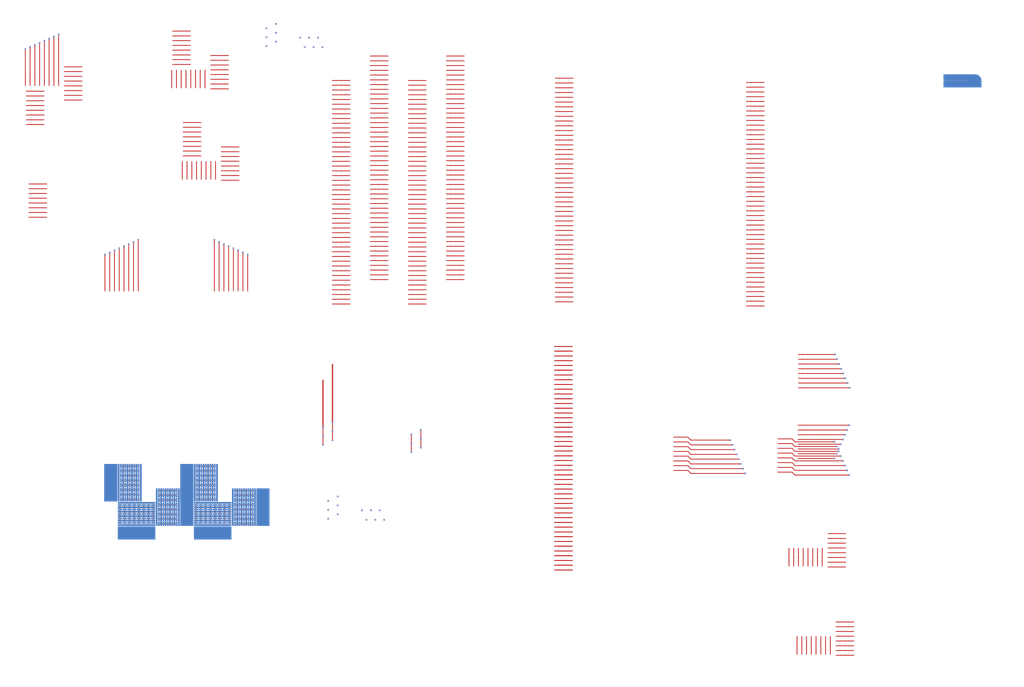
<source format=kicad_pcb>
(kicad_pcb (version 20211014) (generator pcbnew)
  (layers (0 "F.Cu" signal) (1 "In1.Cu" signal) (2 "In2.Cu" signal) (31 "B.Cu" signal) (34 "B.Paste" user) (35 "F.Paste" user) (36 "B.SilkS" user "B.Silkscreen") (37 "F.SilkS" user "F.Silkscreen") (38 "B.Mask" user) (39 "F.Mask" user) (44 "Edge.Cuts" user))
  (net 0 "")
  (net 1 "T1")
  (net 2 "T2")
  (net 3 "T3")
  (net 4 "T4")
  (net 5 "T5")
  (net 6 "T6")
  (net 7 "T7")
  (net 8 "T8")
  (footprint "TWAVE SLIM v1:TWAVE Monomer 1G Bot" (layer "F.Cu") (at 56.7944 131.1021 -90)
    (fp_text reference "TW1GB1")
    (fp_text value "TWAVE_Monomer_1G_Bot")
  )
  (footprint "TWAVE SLIM v1:TWAVE Monomer 1G Bot" (layer "F.Cu") (at 65.9384 136.9695 90)
    (fp_text reference "TW1GB2")
    (fp_text value "TWAVE_Monomer_1G_Bot")
  )
  (footprint "TWAVE SLIM v1:TWAVE Monomer 1G Bot" (layer "F.Cu") (at 75.0824 131.1021 -90)
    (fp_text reference "TW1GB5")
    (fp_text value "TWAVE_Monomer_1G_Bot")
  )
  (footprint "TWAVE SLIM v1:TWAVE Guard Rounded" (layer "F.Cu") (at 256.9083 34.5313)
    (fp_text reference "GR5" hide)
    (fp_text value "Guard_Rounded")
  )
  (footprint "TWAVE SLIM v1:TWAVE Monomer 1G Bot" (layer "F.Cu") (at 76.7207 138.6078)
    (fp_text reference "TW1GB6")
    (fp_text value "TWAVE_Monomer_1G_Bot")
  )
  (footprint "TWAVE SLIM v1:TWAVE Monomer 1G Bot" (layer "F.Cu") (at 58.4327 138.6078)
    (fp_text reference "TW1GB3")
    (fp_text value "TWAVE_Monomer_1G_Bot")
  )
  (footprint "TWAVE SLIM v1:TWAVE Monomer 1G Bot" (layer "F.Cu") (at 84.2264 136.9695 90)
    (fp_text reference "TW1GB4")
    (fp_text value "TWAVE_Monomer_1G_Bot")
  )
  (segment (start 135.0264 58.293001) (end 133.9596 58.293001) (width 0.2032) (layer "F.Cu") (net 0))
  (segment (start 67.0052 135.255) (end 68.072 135.255) (width 0.2032) (layer "F.Cu") (net 0))
  (segment (start 218.2876 170.2054) (end 218.2876 169.1386) (width 0.2032) (layer "F.Cu") (net 0))
  (segment (start 106.5276 87.0204) (end 105.4608 87.0204) (width 0.2032) (layer "F.Cu") (net 0))
  (segment (start 125.8824 65.303401) (end 124.8156 65.303401) (width 0.2032) (layer "F.Cu") (net 0))
  (segment (start 163.1569 117.779801) (end 162.0901 117.779801) (width 0.2032) (layer "F.Cu") (net 0))
  (segment (start 79.8576 52.705) (end 78.7908 52.705) (width 0.2032) (layer "F.Cu") (net 0))
  (segment (start 106.5276 50.444401) (end 105.4608 50.444401) (width 0.2032) (layer "F.Cu") (net 0))
  (segment (start 124.8156 60.731401) (end 123.7488 60.731401) (width 0.2032) (layer "F.Cu") (net 0))
  (segment (start 73.914 47.9806) (end 72.8472 47.9806) (width 0.2032) (layer "F.Cu") (net 0))
  (segment (start 109.728 83.5914) (end 108.6612 83.5914) (width 0.2032) (layer "F.Cu") (net 0))
  (segment (start 228.6508 170.2816) (end 229.7176 170.2816) (width 0.2032) (layer "F.Cu") (net 0))
  (segment (start 135.0264 77.724) (end 133.9596 77.724) (width 0.2032) (layer "F.Cu") (net 0))
  (segment (start 108.6612 77.8764) (end 107.5944 77.8764) (width 0.2032) (layer "F.Cu") (net 0))
  (segment (start 228.6508 165.7096) (end 227.584 165.7096) (width 0.2032) (layer "F.Cu") (net 0))
  (segment (start 125.8824 34.442401) (end 124.8156 34.442401) (width 0.2032) (layer "F.Cu") (net 0))
  (segment (start 133.9596 33.147001) (end 132.8928 33.147001) (width 0.2032) (layer "F.Cu") (net 0))
  (segment (start 77.3176 29.591) (end 76.2508 29.591) (width 0.2032) (layer "F.Cu") (net 0))
  (segment (start 163.1569 146.3548) (end 162.0901 146.3548) (width 0.2032) (layer "F.Cu") (net 0))
  (segment (start 133.9596 58.293001) (end 132.8928 58.293001) (width 0.2032) (layer "F.Cu") (net 0))
  (segment (start 35.13372 38.17068) (end 36.20052 38.17068) (width 0.2032) (layer "F.Cu") (net 0))
  (segment (start 162.0901 98.348801) (end 161.0233 98.348801) (width 0.2032) (layer "F.Cu") (net 0))
  (segment (start 74.8792 35.1536) (end 74.8792 36.2204) (width 0.2032) (layer "F.Cu") (net 0))
  (segment (start 107.5944 79.0194) (end 106.5276 79.0194) (width 0.2032) (layer "F.Cu") (net 0))
  (segment (start 159.9565 114.350801) (end 158.8897 114.350801) (width 0.2032) (layer "F.Cu") (net 0))
  (segment (start 118.872 45.720001) (end 117.8052 45.720001) (width 0.2032) (layer "F.Cu") (net 0))
  (segment (start 34.6964 66.167) (end 35.7632 66.167) (width 0.2032) (layer "F.Cu") (net 0))
  (segment (start 109.728 77.8764) (end 108.6612 77.8764) (width 0.2032) (layer "F.Cu") (net 0))
  (segment (start 71.7804 52.5526) (end 70.7136 52.5526) (width 0.2032) (layer "F.Cu") (net 0))
  (segment (start 220.9165 148.9837) (end 220.9165 150.0505) (width 0.2032) (layer "F.Cu") (net 0))
  (segment (start 70.3072 35.1536) (end 70.3072 36.2204) (width 0.2032) (layer "F.Cu") (net 0))
  (segment (start 116.7384 73.152) (end 115.6716 73.152) (width 0.2032) (layer "F.Cu") (net 0))
  (segment (start 33.00012 42.74268) (end 34.06692 42.74268) (width 0.2032) (layer "F.Cu") (net 0))
  (segment (start 125.8824 61.874401) (end 124.8156 61.874401) (width 0.2032) (layer "F.Cu") (net 0))
  (segment (start 159.9565 150.9268) (end 158.8897 150.9268) (width 0.2032) (layer "F.Cu") (net 0))
  (segment (start 57.8612 132.8166) (end 58.928 132.8166) (width 0.2032) (layer "F.Cu") (net 0))
  (segment (start 125.8824 49.301401) (end 124.8156 49.301401) (width 0.2032) (layer "F.Cu") (net 0))
  (segment (start 38.56272 23.87048) (end 38.56272 33.52248) (width 0.2032) (layer "F.Cu") (net 0))
  (segment (start 159.9565 144.0688) (end 158.8897 144.0688) (width 0.2032) (layer "F.Cu") (net 0))
  (segment (start 163.1569 112.064801) (end 162.0901 112.064801) (width 0.2032) (layer "F.Cu") (net 0))
  (segment (start 124.8156 39.014401) (end 123.7488 39.014401) (width 0.2032) (layer "F.Cu") (net 0))
  (segment (start 34.06692 40.45668) (end 35.13372 40.45668) (width 0.2032) (layer "F.Cu") (net 0))
  (segment (start 218.567 106.0069) (end 217.5002 106.0069) (width 0.2032) (layer "F.Cu") (net 0))
  (segment (start 136.0932 59.436001) (end 135.0264 59.436001) (width 0.2032) (layer "F.Cu") (net 0))
  (segment (start 75.0824 131.6736) (end 74.0156 131.6736) (width 0.2032) (layer "F.Cu") (net 0))
  (segment (start 128.016 60.731401) (end 126.9492 60.731401) (width 0.2032) (layer "F.Cu") (net 0))
  (segment (start 115.6716 67.437) (end 114.6048 67.437) (width 0.2032) (layer "F.Cu") (net 0))
  (segment (start 222.8596 170.2054) (end 222.8596 171.2722) (width 0.2032) (layer "F.Cu") (net 0))
  (segment (start 162.0901 100.634801) (end 161.0233 100.634801) (width 0.2032) (layer "F.Cu") (net 0))
  (segment (start 133.9596 28.575001) (end 132.8928 28.575001) (width 0.2032) (layer "F.Cu") (net 0))
  (segment (start 84.2264 139.827) (end 85.2932 139.827) (width 0.2032) (layer "F.Cu") (net 0))
  (segment (start 226.7077 145.6309) (end 225.6409 145.6309) (width 0.2032) (layer "F.Cu") (net 0))
  (segment (start 209.2579 70.33895) (end 208.1911 70.33895) (width 0.2032) (layer "F.Cu") (net 0))
  (segment (start 36.83 62.738) (end 35.7632 62.738) (width 0.2032) (layer "F.Cu") (net 0))
  (segment (start 115.6716 44.577001) (end 114.6048 44.577001) (width 0.2032) (layer "F.Cu") (net 0))
  (segment (start 55.7276 127.1016) (end 54.6608 127.1016) (width 0.2032) (layer "F.Cu") (net 0))
  (segment (start 115.6716 58.293001) (end 114.6048 58.293001) (width 0.2032) (layer "F.Cu") (net 0))
  (segment (start 116.7384 45.720001) (end 115.6716 45.720001) (width 0.2032) (layer "F.Cu") (net 0))
  (segment (start 44.27772 36.87528) (end 43.21092 36.87528) (width 0.2032) (layer "F.Cu") (net 0))
  (segment (start 83.1596 135.255) (end 82.0928 135.255) (width 0.2032) (layer "F.Cu") (net 0))
  (segment (start 126.9492 49.301401) (end 125.8824 49.301401) (width 0.2032) (layer "F.Cu") (net 0))
  (segment (start 208.1911 57.76595) (end 207.1243 57.76595) (width 0.2032) (layer "F.Cu") (net 0))
  (segment (start 124.8156 52.730401) (end 123.7488 52.730401) (width 0.2032) (layer "F.Cu") (net 0))
  (segment (start 78.3844 33.02) (end 79.4512 33.02) (width 0.2032) (layer "F.Cu") (net 0))
  (segment (start 107.5944 60.731401) (end 106.5276 60.731401) (width 0.2032) (layer "F.Cu") (net 0))
  (segment (start 159.9565 125.780801) (end 158.8897 125.780801) (width 0.2032) (layer "F.Cu") (net 0))
  (segment (start 208.1911 41.76395) (end 207.1243 41.76395) (width 0.2032) (layer "F.Cu") (net 0))
  (segment (start 68.072 136.398) (end 67.0052 136.398) (width 0.2032) (layer "F.Cu") (net 0))
  (segment (start 106.5276 55.016401) (end 105.4608 55.016401) (width 0.2032) (layer "F.Cu") (net 0))
  (segment (start 64.8716 140.97) (end 63.8048 140.97) (width 0.2032) (layer "F.Cu") (net 0))
  (segment (start 106.5276 82.4484) (end 105.4608 82.4484) (width 0.2032) (layer "F.Cu") (net 0))
  (segment (start 163.1569 116.636801) (end 162.0901 116.636801) (width 0.2032) (layer "F.Cu") (net 0))
  (segment (start 108.6612 50.444401) (end 107.5944 50.444401) (width 0.2032) (layer "F.Cu") (net 0))
  (segment (start 69.2404 24.8666) (end 68.1736 24.8666) (width 0.2032) (layer "F.Cu") (net 0))
  (segment (start 54.4322 138.6078) (end 54.4322 139.6746) (width 0.2032) (layer "F.Cu") (net 0))
  (segment (start 83.1596 137.541) (end 82.0928 137.541) (width 0.2032) (layer "F.Cu") (net 0))
  (segment (start 162.2552 62.484) (end 161.1884 62.484) (width 0.2032) (layer "F.Cu") (net 0))
  (segment (start 163.322 65.913) (end 162.2552 65.913) (width 0.2032) (layer "F.Cu") (net 0))
  (segment (start 162.2552 40.767) (end 161.1884 40.767) (width 0.2032) (layer "F.Cu") (net 0))
  (segment (start 128.016 49.301401) (end 126.9492 49.301401) (width 0.2032) (layer "F.Cu") (net 0))
  (segment (start 162.0901 109.778801) (end 161.0233 109.778801) (width 0.2032) (layer "F.Cu") (net 0))
  (segment (start 86.36 136.398) (end 85.2932 136.398) (width 0.2032) (layer "F.Cu") (net 0))
  (segment (start 109.728 79.0194) (end 108.6612 79.0194) (width 0.2032) (layer "F.Cu") (net 0))
  (segment (start 137.16 48.006001) (end 136.0932 48.006001) (width 0.2032) (layer "F.Cu") (net 0))
  (segment (start 72.7202 138.6078) (end 72.7202 137.541) (width 0.2032) (layer "F.Cu") (net 0))
  (segment (start 126.9492 74.4474) (end 125.8824 74.4474) (width 0.2032) (layer "F.Cu") (net 0))
  (segment (start 56.7182 138.6078) (end 56.7182 137.541) (width 0.2032) (layer "F.Cu") (net 0))
  (segment (start 159.9565 146.3548) (end 158.8897 146.3548) (width 0.2032) (layer "F.Cu") (net 0))
  (segment (start 163.322 64.77) (end 162.2552 64.77) (width 0.2032) (layer "F.Cu") (net 0))
  (segment (start 125.8824 71.0184) (end 124.8156 71.0184) (width 0.2032) (layer "F.Cu") (net 0))
  (segment (start 137.16 58.293001) (end 136.0932 58.293001) (width 0.2032) (layer "F.Cu") (net 0))
  (segment (start 118.872 40.005001) (end 117.8052 40.005001) (width 0.2032) (layer "F.Cu") (net 0))
  (segment (start 78.3844 30.734) (end 77.3176 30.734) (width 0.2032) (layer "F.Cu") (net 0))
  (segment (start 124.46 123.7488) (end 124.46 121.6152) (width 0.2032) (layer "F.Cu") (net 0))
  (segment (start 71.7042 56.0578) (end 71.7042 54.991) (width 0.2032) (layer "F.Cu") (net 0))
  (segment (start 78.3844 36.449) (end 79.4512 36.449) (width 0.2032) (layer "F.Cu") (net 0))
  (segment (start 163.1569 130.352801) (end 162.0901 130.352801) (width 0.2032) (layer "F.Cu") (net 0))
  (segment (start 226.7077 146.7739) (end 225.6409 146.7739) (width 0.2032) (layer "F.Cu") (net 0))
  (segment (start 163.322 83.057999) (end 162.2552 83.057999) (width 0.2032) (layer "F.Cu") (net 0))
  (segment (start 161.1884 59.055) (end 160.1216 59.055) (width 0.2032) (layer "F.Cu") (net 0))
  (segment (start 163.1569 147.4978) (end 162.0901 147.4978) (width 0.2032) (layer "F.Cu") (net 0))
  (segment (start 136.0932 54.864001) (end 135.0264 54.864001) (width 0.2032) (layer "F.Cu") (net 0))
  (segment (start 135.0264 64.008001) (end 133.9596 64.008001) (width 0.2032) (layer "F.Cu") (net 0))
  (segment (start 163.1569 129.209801) (end 162.0901 129.209801) (width 0.2032) (layer "F.Cu") (net 0))
  (segment (start 69.2404 22.5806) (end 68.1736 22.5806) (width 0.2032) (layer "F.Cu") (net 0))
  (segment (start 162.0901 130.352801) (end 161.0233 130.352801) (width 0.2032) (layer "F.Cu") (net 0))
  (segment (start 163.1569 118.922801) (end 162.0901 118.922801) (width 0.2032) (layer "F.Cu") (net 0))
  (segment (start 162.0901 122.351801) (end 161.0233 122.351801) (width 0.2032) (layer "F.Cu") (net 0))
  (segment (start 133.9596 50.292001) (end 132.8928 50.292001) (width 0.2032) (layer "F.Cu") (net 0))
  (segment (start 118.872 42.291001) (end 117.8052 42.291001) (width 0.2032) (layer "F.Cu") (net 0))
  (segment (start 160.1216 76.199999) (end 159.0548 76.199999) (width 0.2032) (layer "F.Cu") (net 0))
  (segment (start 124.8156 80.1624) (end 123.7488 80.1624) (width 0.2032) (layer "F.Cu") (net 0))
  (segment (start 225.6409 150.2029) (end 224.5741 150.2029) (width 0.2032) (layer "F.Cu") (net 0))
  (segment (start 71.7804 45.6946) (end 72.8472 45.6946) (width 0.2032) (layer "F.Cu") (net 0))
  (segment (start 159.9565 139.4968) (end 158.8897 139.4968) (width 0.2032) (layer "F.Cu") (net 0))
  (segment (start 79.4512 28.448) (end 80.518 28.448) (width 0.2032) (layer "F.Cu") (net 0))
  (segment (start 108.6612 81.3054) (end 107.5944 81.3054) (width 0.2032) (layer "F.Cu") (net 0))
  (segment (start 65.9384 135.255) (end 64.8716 135.255) (width 0.2032) (layer "F.Cu") (net 0))
  (segment (start 59.0042 138.6078) (end 59.0042 139.6746) (width 0.2032) (layer "F.Cu") (net 0))
  (segment (start 163.322 59.055) (end 162.2552 59.055) (width 0.2032) (layer "F.Cu") (net 0))
  (segment (start 69.2404 29.4386) (end 68.1736 29.4386) (width 0.2032) (layer "F.Cu") (net 0))
  (segment (start 84.2264 136.398) (end 83.1596 136.398) (width 0.2032) (layer "F.Cu") (net 0))
  (segment (start 83.1596 139.827) (end 82.0928 139.827) (width 0.2032) (layer "F.Cu") (net 0))
  (segment (start 128.016 42.443401) (end 126.9492 42.443401) (width 0.2032) (layer "F.Cu") (net 0))
  (segment (start 72.8472 45.6946) (end 73.914 45.6946) (width 0.2032) (layer "F.Cu") (net 0))
  (segment (start 161.0233 115.493801) (end 159.9565 115.493801) (width 0.2032) (layer "F.Cu") (net 0))
  (segment (start 159.9565 117.779801) (end 158.8897 117.779801) (width 0.2032) (layer "F.Cu") (net 0))
  (segment (start 133.9596 34.290001) (end 132.8928 34.290001) (width 0.2032) (layer "F.Cu") (net 0))
  (segment (start 115.6716 77.724) (end 114.6048 77.724) (width 0.2032) (layer "F.Cu") (net 0))
  (segment (start 137.16 59.436001) (end 136.0932 59.436001) (width 0.2032) (layer "F.Cu") (net 0))
  (segment (start 109.728 75.5904) (end 108.6612 75.5904) (width 0.2032) (layer "F.Cu") (net 0))
  (segment (start 162.0901 100.634801) (end 161.0233 100.634801) (width 0.2032) (layer "F.Cu") (net 0))
  (segment (start 55.7276 135.1026) (end 54.6608 135.1026) (width 0.2032) (layer "F.Cu") (net 0))
  (segment (start 163.322 62.484) (end 162.2552 62.484) (width 0.2032) (layer "F.Cu") (net 0))
  (segment (start 162.0901 129.209801) (end 161.0233 129.209801) (width 0.2032) (layer "F.Cu") (net 0))
  (segment (start 159.9565 137.2108) (end 158.8897 137.2108) (width 0.2032) (layer "F.Cu") (net 0))
  (segment (start 163.322 75.056999) (end 162.2552 75.056999) (width 0.2032) (layer "F.Cu") (net 0))
  (segment (start 80.9244 52.705) (end 79.8576 52.705) (width 0.2032) (layer "F.Cu") (net 0))
  (segment (start 163.1569 136.0678) (end 162.0901 136.0678) (width 0.2032) (layer "F.Cu") (net 0))
  (segment (start 33.99072 25.90248) (end 33.99072 33.52248) (width 0.2032) (layer "F.Cu") (net 0))
  (segment (start 116.7384 81.153) (end 115.6716 81.153) (width 0.2032) (layer "F.Cu") (net 0))
  (segment (start 163.322 54.483) (end 162.2552 54.483) (width 0.2032) (layer "F.Cu") (net 0))
  (segment (start 106.5276 53.873401) (end 105.4608 53.873401) (width 0.2032) (layer "F.Cu") (net 0))
  (segment (start 79.5782 139.6746) (end 79.5782 140.7414) (width 0.2032) (layer "F.Cu") (net 0))
  (segment (start 162.2552 43.053) (end 161.1884 43.053) (width 0.2032) (layer "F.Cu") (net 0))
  (segment (start 207.1243 37.19195) (end 206.0575 37.19195) (width 0.2032) (layer "F.Cu") (net 0))
  (segment (start 60.1472 139.6746) (end 60.1472 140.7414) (width 0.2032) (layer "F.Cu") (net 0))
  (segment (start 222.8596 170.2054) (end 222.8596 169.1386) (width 0.2032) (layer "F.Cu") (net 0))
  (segment (start 161.0233 122.351801) (end 159.9565 122.351801) (width 0.2032) (layer "F.Cu") (net 0))
  (segment (start 61.2902 138.6078) (end 61.2902 139.6746) (width 0.2032) (layer "F.Cu") (net 0))
  (segment (start 106.5276 63.017401) (end 105.4608 63.017401) (width 0.2032) (layer "F.Cu") (net 0))
  (segment (start 160.1216 73.913999) (end 159.0548 73.913999) (width 0.2032) (layer "F.Cu") (net 0))
  (segment (start 61.2902 137.541) (end 61.2902 136.4742) (width 0.2032) (layer "F.Cu") (net 0))
  (segment (start 125.8824 50.444401) (end 124.8156 50.444401) (width 0.2032) (layer "F.Cu") (net 0))
  (segment (start 136.0932 58.293001) (end 135.0264 58.293001) (width 0.2032) (layer "F.Cu") (net 0))
  (segment (start 163.1569 120.065801) (end 162.0901 120.065801) (width 0.2032) (layer "F.Cu") (net 0))
  (segment (start 44.27772 31.16028) (end 45.34452 31.16028) (width 0.2032) (layer "F.Cu") (net 0))
  (segment (start 206.0575 88.626949) (end 204.9907 88.626949) (width 0.2032) (layer "F.Cu") (net 0))
  (segment (start 64.8716 136.398) (end 63.8048 136.398) (width 0.2032) (layer "F.Cu") (net 0))
  (segment (start 118.872 32.004001) (end 117.8052 32.004001) (width 0.2032) (layer "F.Cu") (net 0))
  (segment (start 163.1569 102.920801) (end 162.0901 102.920801) (width 0.2032) (layer "F.Cu") (net 0))
  (segment (start 125.8824 55.016401) (end 124.8156 55.016401) (width 0.2032) (layer "F.Cu") (net 0))
  (segment (start 223.2025 148.9837) (end 223.2025 150.0505) (width 0.2032) (layer "F.Cu") (net 0))
  (segment (start 117.8052 77.724) (end 116.7384 77.724) (width 0.2032) (layer "F.Cu") (net 0))
  (segment (start 163.322 55.626) (end 162.2552 55.626) (width 0.2032) (layer "F.Cu") (net 0))
  (segment (start 109.728 88.1634) (end 108.6612 88.1634) (width 0.2032) (layer "F.Cu") (net 0))
  (segment (start 206.0575 80.625949) (end 204.9907 80.625949) (width 0.2032) (layer "F.Cu") (net 0))
  (segment (start 135.0264 68.58) (end 133.9596 68.58) (width 0.2032) (layer "F.Cu") (net 0))
  (segment (start 161.0233 117.779801) (end 159.9565 117.779801) (width 0.2032) (layer "F.Cu") (net 0))
  (segment (start 162.0901 152.0698) (end 161.0233 152.0698) (width 0.2032) (layer "F.Cu") (net 0))
  (segment (start 117.8052 28.575001) (end 116.7384 28.575001) (width 0.2032) (layer "F.Cu") (net 0))
  (segment (start 208.1911 42.90695) (end 207.1243 42.90695) (width 0.2032) (layer "F.Cu") (net 0))
  (segment (start 218.567 100.2919) (end 217.5002 100.2919) (width 0.2032) (layer "F.Cu") (net 0))
  (segment (start 219.6338 100.2919) (end 226.2378 100.2919) (width 0.2032) (layer "F.Cu") (net 0))
  (segment (start 163.1569 123.494801) (end 162.0901 123.494801) (width 0.2032) (layer "F.Cu") (net 0))
  (segment (start 208.1911 66.90995) (end 207.1243 66.90995) (width 0.2032) (layer "F.Cu") (net 0))
  (segment (start 219.6338 103.7209) (end 227.7618 103.7209) (width 0.2032) (layer "F.Cu") (net 0))
  (segment (start 107.5944 82.4484) (end 106.5276 82.4484) (width 0.2032) (layer "F.Cu") (net 0))
  (segment (start 137.16 75.438) (end 136.0932 75.438) (width 0.2032) (layer "F.Cu") (net 0))
  (segment (start 160.1216 39.624) (end 159.0548 39.624) (width 0.2032) (layer "F.Cu") (net 0))
  (segment (start 137.16 70.866) (end 136.0932 70.866) (width 0.2032) (layer "F.Cu") (net 0))
  (segment (start 80.7212 138.6078) (end 80.7212 139.6746) (width 0.2032) (layer "F.Cu") (net 0))
  (segment (start 107.5944 41.300401) (end 106.5276 41.300401) (width 0.2032) (layer "F.Cu") (net 0))
  (segment (start 108.6612 44.729401) (end 107.5944 44.729401) (width 0.2032) (layer "F.Cu") (net 0))
  (segment (start 161.1884 69.342) (end 160.1216 69.342) (width 0.2032) (layer "F.Cu") (net 0))
  (segment (start 161.1884 75.056999) (end 160.1216 75.056999) (width 0.2032) (layer "F.Cu") (net 0))
  (segment (start 65.9384 134.112) (end 67.0052 134.112) (width 0.2032) (layer "F.Cu") (net 0))
  (segment (start 226.7077 149.0599) (end 225.6409 149.0599) (width 0.2032) (layer "F.Cu") (net 0))
  (segment (start 208.1911 61.19495) (end 207.1243 61.19495) (width 0.2032) (layer "F.Cu") (net 0))
  (segment (start 209.2579 39.47795) (end 208.1911 39.47795) (width 0.2032) (layer "F.Cu") (net 0))
  (segment (start 69.1642 33.02) (end 69.1642 31.9532) (width 0.2032) (layer "F.Cu") (net 0))
  (segment (start 116.7384 69.723) (end 115.6716 69.723) (width 0.2032) (layer "F.Cu") (net 0))
  (segment (start 135.0264 74.295) (end 133.9596 74.295) (width 0.2032) (layer "F.Cu") (net 0))
  (segment (start 161.0233 138.3538) (end 159.9565 138.3538) (width 0.2032) (layer "F.Cu") (net 0))
  (segment (start 163.322 69.342) (end 162.2552 69.342) (width 0.2032) (layer "F.Cu") (net 0))
  (segment (start 133.9596 60.579001) (end 132.8928 60.579001) (width 0.2032) (layer "F.Cu") (net 0))
  (segment (start 69.2404 30.5816) (end 68.1736 30.5816) (width 0.2032) (layer "F.Cu") (net 0))
  (segment (start 117.8052 60.579001) (end 116.7384 60.579001) (width 0.2032) (layer "F.Cu") (net 0))
  (segment (start 45.34452 34.58928) (end 44.27772 34.58928) (width 0.2032) (layer "F.Cu") (net 0))
  (segment (start 163.1569 141.7828) (end 162.0901 141.7828) (width 0.2032) (layer "F.Cu") (net 0))
  (segment (start 67.0052 140.97) (end 68.072 140.97) (width 0.2032) (layer "F.Cu") (net 0))
  (segment (start 159.9565 142.9258) (end 158.8897 142.9258) (width 0.2032) (layer "F.Cu") (net 0))
  (segment (start 108.6612 36.728401) (end 107.5944 36.728401) (width 0.2032) (layer "F.Cu") (net 0))
  (segment (start 107.5944 34.442401) (end 106.5276 34.442401) (width 0.2032) (layer "F.Cu") (net 0))
  (segment (start 128.016 75.5904) (end 126.9492 75.5904) (width 0.2032) (layer "F.Cu") (net 0))
  (segment (start 62.4332 138.6078) (end 62.4332 137.541) (width 0.2032) (layer "F.Cu") (net 0))
  (segment (start 161.0233 147.4978) (end 159.9565 147.4978) (width 0.2032) (layer "F.Cu") (net 0))
  (segment (start 206.0575 74.910949) (end 204.9907 74.910949) (width 0.2032) (layer "F.Cu") (net 0))
  (segment (start 125.8824 47.015401) (end 124.8156 47.015401) (width 0.2032) (layer "F.Cu") (net 0))
  (segment (start 117.8052 82.296) (end 116.7384 82.296) (width 0.2032) (layer "F.Cu") (net 0))
  (segment (start 126.9492 44.729401) (end 125.8824 44.729401) (width 0.2032) (layer "F.Cu") (net 0))
  (segment (start 117.8052 59.436001) (end 116.7384 59.436001) (width 0.2032) (layer "F.Cu") (net 0))
  (segment (start 161.0233 146.3548) (end 159.9565 146.3548) (width 0.2032) (layer "F.Cu") (net 0))
  (segment (start 69.1642 34.0868) (end 69.1642 35.1536) (width 0.2032) (layer "F.Cu") (net 0))
  (segment (start 36.20052 39.31368) (end 35.13372 39.31368) (width 0.2032) (layer "F.Cu") (net 0))
  (segment (start 107.5944 72.1614) (end 106.5276 72.1614) (width 0.2032) (layer "F.Cu") (net 0))
  (segment (start 71.4502 33.02) (end 71.4502 31.9532) (width 0.2032) (layer "F.Cu") (net 0))
  (segment (start 106.5276 84.7344) (end 105.4608 84.7344) (width 0.2032) (layer "F.Cu") (net 0))
  (segment (start 39.70572 33.52248) (end 39.70572 23.36248) (width 0.2032) (layer "F.Cu") (net 0))
  (segment (start 133.9596 29.718001) (end 132.8928 29.718001) (width 0.2032) (layer "F.Cu") (net 0))
  (segment (start 128.016 52.730401) (end 126.9492 52.730401) (width 0.2032) (layer "F.Cu") (net 0))
  (segment (start 108.6612 58.445401) (end 107.5944 58.445401) (width 0.2032) (layer "F.Cu") (net 0))
  (segment (start 163.322 85.343999) (end 162.2552 85.343999) (width 0.2032) (layer "F.Cu") (net 0))
  (segment (start 207.1243 86.340949) (end 206.0575 86.340949) (width 0.2032) (layer "F.Cu") (net 0))
  (segment (start 162.0901 110.921801) (end 161.0233 110.921801) (width 0.2032) (layer "F.Cu") (net 0))
  (segment (start 125.8824 84.7344) (end 124.8156 84.7344) (width 0.2032) (layer "F.Cu") (net 0))
  (segment (start 76.1492 131.6736) (end 77.216 131.6736) (width 0.2032) (layer "F.Cu") (net 0))
  (segment (start 70.7136 52.5526) (end 69.6468 52.5526) (width 0.2032) (layer "F.Cu") (net 0))
  (segment (start 125.8824 59.588401) (end 124.8156 59.588401) (width 0.2032) (layer "F.Cu") (net 0))
  (segment (start 115.6716 82.296) (end 114.6048 82.296) (width 0.2032) (layer "F.Cu") (net 0))
  (segment (start 161.0233 101.777801) (end 159.9565 101.777801) (width 0.2032) (layer "F.Cu") (net 0))
  (segment (start 163.322 37.338) (end 162.2552 37.338) (width 0.2032) (layer "F.Cu") (net 0))
  (segment (start 55.5752 138.6078) (end 55.5752 137.541) (width 0.2032) (layer "F.Cu") (net 0))
  (segment (start 207.1243 62.33795) (end 206.0575 62.33795) (width 0.2032) (layer "F.Cu") (net 0))
  (segment (start 126.9492 37.871401) (end 125.8824 37.871401) (width 0.2032) (layer "F.Cu") (net 0))
  (segment (start 109.728 64.160401) (end 108.6612 64.160401) (width 0.2032) (layer "F.Cu") (net 0))
  (segment (start 33.6296 59.309) (end 32.5628 59.309) (width 0.2032) (layer "F.Cu") (net 0))
  (segment (start 133.9596 68.58) (end 132.8928 68.58) (width 0.2032) (layer "F.Cu") (net 0))
  (segment (start 161.1884 72.770999) (end 160.1216 72.770999) (width 0.2032) (layer "F.Cu") (net 0))
  (segment (start 128.016 50.444401) (end 126.9492 50.444401) (width 0.2032) (layer "F.Cu") (net 0))
  (segment (start 117.8052 72.009) (end 116.7384 72.009) (width 0.2032) (layer "F.Cu") (net 0))
  (segment (start 106.5276 73.3044) (end 105.4608 73.3044) (width 0.2032) (layer "F.Cu") (net 0))
  (segment (start 75.1332 56.0578) (end 75.1332 54.991) (width 0.2032) (layer "F.Cu") (net 0))
  (segment (start 162.0901 126.923801) (end 161.0233 126.923801) (width 0.2032) (layer "F.Cu") (net 0))
  (segment (start 161.0233 99.491801) (end 159.9565 99.491801) (width 0.2032) (layer "F.Cu") (net 0))
  (segment (start 84.2264 137.541) (end 83.1596 137.541) (width 0.2032) (layer "F.Cu") (net 0))
  (segment (start 208.1911 48.62195) (end 207.1243 48.62195) (width 0.2032) (layer "F.Cu") (net 0))
  (segment (start 109.728 71.0184) (end 108.6612 71.0184) (width 0.2032) (layer "F.Cu") (net 0))
  (segment (start 116.7384 54.864001) (end 115.6716 54.864001) (width 0.2032) (layer "F.Cu") (net 0))
  (segment (start 117.8052 50.292001) (end 116.7384 50.292001) (width 0.2032) (layer "F.Cu") (net 0))
  (segment (start 109.728 53.873401) (end 108.6612 53.873401) (width 0.2032) (layer "F.Cu") (net 0))
  (segment (start 125.8824 72.1614) (end 124.8156 72.1614) (width 0.2032) (layer "F.Cu") (net 0))
  (segment (start 75.0824 130.5306) (end 76.1492 130.5306) (width 0.2032) (layer "F.Cu") (net 0))
  (segment (start 125.8824 60.731401) (end 124.8156 60.731401) (width 0.2032) (layer "F.Cu") (net 0))
  (segment (start 159.9565 110.921801) (end 158.8897 110.921801) (width 0.2032) (layer "F.Cu") (net 0))
  (segment (start 227.584 166.8526) (end 226.5172 166.8526) (width 0.2032) (layer "F.Cu") (net 0))
  (segment (start 160.1216 81.914999) (end 159.0548 81.914999) (width 0.2032) (layer "F.Cu") (net 0))
  (segment (start 206.0575 62.33795) (end 204.9907 62.33795) (width 0.2032) (layer "F.Cu") (net 0))
  (segment (start 126.9492 52.730401) (end 125.8824 52.730401) (width 0.2032) (layer "F.Cu") (net 0))
  (segment (start 126.9492 68.732401) (end 125.8824 68.732401) (width 0.2032) (layer "F.Cu") (net 0))
  (segment (start 220.9165 147.9169) (end 220.9165 146.8501) (width 0.2032) (layer "F.Cu") (net 0))
  (segment (start 107.5944 83.5914) (end 106.5276 83.5914) (width 0.2032) (layer "F.Cu") (net 0))
  (segment (start 44.27772 38.01828) (end 45.34452 38.01828) (width 0.2032) (layer "F.Cu") (net 0))
  (segment (start 209.2579 88.626949) (end 208.1911 88.626949) (width 0.2032) (layer "F.Cu") (net 0))
  (segment (start 207.1243 82.911949) (end 206.0575 82.911949) (width 0.2032) (layer "F.Cu") (net 0))
  (segment (start 72.8472 52.5526) (end 73.914 52.5526) (width 0.2032) (layer "F.Cu") (net 0))
  (segment (start 124.8156 59.588401) (end 123.7488 59.588401) (width 0.2032) (layer "F.Cu") (net 0))
  (segment (start 38.56272 33.52248) (end 38.56272 34.58928) (width 0.2032) (layer "F.Cu") (net 0))
  (segment (start 159.9565 114.350801) (end 158.8897 114.350801) (width 0.2032) (layer "F.Cu") (net 0))
  (segment (start 225.1456 170.2054) (end 225.1456 171.2722) (width 0.2032) (layer "F.Cu") (net 0))
  (segment (start 225.1456 170.2054) (end 225.1456 169.1386) (width 0.2032) (layer "F.Cu") (net 0))
  (segment (start 161.0233 121.208801) (end 159.9565 121.208801) (width 0.2032) (layer "F.Cu") (net 0))
  (segment (start 207.1243 64.62395) (end 206.0575 64.62395) (width 0.2032) (layer "F.Cu") (net 0))
  (segment (start 108.6612 41.300401) (end 107.5944 41.300401) (width 0.2032) (layer "F.Cu") (net 0))
  (segment (start 162.2552 65.913) (end 161.1884 65.913) (width 0.2032) (layer "F.Cu") (net 0))
  (segment (start 161.0233 100.634801) (end 159.9565 100.634801) (width 0.2032) (layer "F.Cu") (net 0))
  (segment (start 163.1569 108.635801) (end 162.0901 108.635801) (width 0.2032) (layer "F.Cu") (net 0))
  (segment (start 108.6612 55.016401) (end 107.5944 55.016401) (width 0.2032) (layer "F.Cu") (net 0))
  (segment (start 163.1569 146.3548) (end 162.0901 146.3548) (width 0.2032) (layer "F.Cu") (net 0))
  (segment (start 128.016 35.585401) (end 126.9492 35.585401) (width 0.2032) (layer "F.Cu") (net 0))
  (segment (start 159.9565 133.781801) (end 158.8897 133.781801) (width 0.2032) (layer "F.Cu") (net 0))
  (segment (start 117.8052 65.151) (end 116.7384 65.151) (width 0.2032) (layer "F.Cu") (net 0))
  (segment (start 128.016 55.016401) (end 126.9492 55.016401) (width 0.2032) (layer "F.Cu") (net 0))
  (segment (start 209.2579 36.04895) (end 208.1911 36.04895) (width 0.2032) (layer "F.Cu") (net 0))
  (segment (start 128.016 45.872401) (end 126.9492 45.872401) (width 0.2032) (layer "F.Cu") (net 0))
  (segment (start 128.016 88.1634) (end 126.9492 88.1634) (width 0.2032) (layer "F.Cu") (net 0))
  (segment (start 207.1243 58.90895) (end 206.0575 58.90895) (width 0.2032) (layer "F.Cu") (net 0))
  (segment (start 163.322 79.628999) (end 162.2552 79.628999) (width 0.2032) (layer "F.Cu") (net 0))
  (segment (start 161.1884 77.342999) (end 160.1216 77.342999) (width 0.2032) (layer "F.Cu") (net 0))
  (segment (start 159.9565 98.348801) (end 158.8897 98.348801) (width 0.2032) (layer "F.Cu") (net 0))
  (segment (start 136.0932 56.007001) (end 135.0264 56.007001) (width 0.2032) (layer "F.Cu") (net 0))
  (segment (start 159.9565 142.9258) (end 158.8897 142.9258) (width 0.2032) (layer "F.Cu") (net 0))
  (segment (start 34.6964 62.738) (end 33.6296 62.738) (width 0.2032) (layer "F.Cu") (net 0))
  (segment (start 163.1569 109.778801) (end 162.0901 109.778801) (width 0.2032) (layer "F.Cu") (net 0))
  (segment (start 163.1569 107.492801) (end 162.0901 107.492801) (width 0.2032) (layer "F.Cu") (net 0))
  (segment (start 159.9565 139.4968) (end 158.8897 139.4968) (width 0.2032) (layer "F.Cu") (net 0))
  (segment (start 109.728 50.444401) (end 108.6612 50.444401) (width 0.2032) (layer "F.Cu") (net 0))
  (segment (start 162.0901 122.351801) (end 161.0233 122.351801) (width 0.2032) (layer "F.Cu") (net 0))
  (segment (start 222.8596 169.1386) (end 222.8596 168.0718) (width 0.2032) (layer "F.Cu") (net 0))
  (segment (start 206.0575 70.33895) (end 204.9907 70.33895) (width 0.2032) (layer "F.Cu") (net 0))
  (segment (start 207.1243 74.910949) (end 206.0575 74.910949) (width 0.2032) (layer "F.Cu") (net 0))
  (segment (start 161.0233 107.492801) (end 159.9565 107.492801) (width 0.2032) (layer "F.Cu") (net 0))
  (segment (start 42.14412 38.01828) (end 43.21092 38.01828) (width 0.2032) (layer "F.Cu") (net 0))
  (segment (start 162.0901 152.0698) (end 161.0233 152.0698) (width 0.2032) (layer "F.Cu") (net 0))
  (segment (start 160.1216 43.053) (end 159.0548 43.053) (width 0.2032) (layer "F.Cu") (net 0))
  (segment (start 118.872 69.723) (end 117.8052 69.723) (width 0.2032) (layer "F.Cu") (net 0))
  (segment (start 74.0156 130.5306) (end 72.9488 130.5306) (width 0.2032) (layer "F.Cu") (net 0))
  (segment (start 161.0233 124.637801) (end 159.9565 124.637801) (width 0.2032) (layer "F.Cu") (net 0))
  (segment (start 75.0824 129.3876) (end 76.1492 129.3876) (width 0.2032) (layer "F.Cu") (net 0))
  (segment (start 206.0575 36.04895) (end 204.9907 36.04895) (width 0.2032) (layer "F.Cu") (net 0))
  (segment (start 125.8824 68.732401) (end 124.8156 68.732401) (width 0.2032) (layer "F.Cu") (net 0))
  (segment (start 208.1911 50.90795) (end 207.1243 50.90795) (width 0.2032) (layer "F.Cu") (net 0))
  (segment (start 125.8824 74.4474) (end 124.8156 74.4474) (width 0.2032) (layer "F.Cu") (net 0))
  (segment (start 80.9244 58.42) (end 79.8576 58.42) (width 0.2032) (layer "F.Cu") (net 0))
  (segment (start 108.6612 84.7344) (end 107.5944 84.7344) (width 0.2032) (layer "F.Cu") (net 0))
  (segment (start 126.9492 61.874401) (end 125.8824 61.874401) (width 0.2032) (layer "F.Cu") (net 0))
  (segment (start 65.9384 140.97) (end 67.0052 140.97) (width 0.2032) (layer "F.Cu") (net 0))
  (segment (start 163.1569 130.352801) (end 162.0901 130.352801) (width 0.2032) (layer "F.Cu") (net 0))
  (segment (start 163.1569 142.9258) (end 162.0901 142.9258) (width 0.2032) (layer "F.Cu") (net 0))
  (segment (start 163.1569 110.921801) (end 162.0901 110.921801) (width 0.2032) (layer "F.Cu") (net 0))
  (segment (start 126.9492 83.5914) (end 125.8824 83.5914) (width 0.2032) (layer "F.Cu") (net 0))
  (segment (start 125.8824 67.589401) (end 124.8156 67.589401) (width 0.2032) (layer "F.Cu") (net 0))
  (segment (start 162.0901 132.638801) (end 161.0233 132.638801) (width 0.2032) (layer "F.Cu") (net 0))
  (segment (start 209.2579 65.76695) (end 208.1911 65.76695) (width 0.2032) (layer "F.Cu") (net 0))
  (segment (start 160.1216 53.34) (end 159.0548 53.34) (width 0.2032) (layer "F.Cu") (net 0))
  (segment (start 133.9596 67.437) (end 132.8928 67.437) (width 0.2032) (layer "F.Cu") (net 0))
  (segment (start 159.9565 113.207801) (end 158.8897 113.207801) (width 0.2032) (layer "F.Cu") (net 0))
  (segment (start 208.1911 49.76495) (end 207.1243 49.76495) (width 0.2032) (layer "F.Cu") (net 0))
  (segment (start 161.1884 83.057999) (end 160.1216 83.057999) (width 0.2032) (layer "F.Cu") (net 0))
  (segment (start 81.9912 50.419) (end 83.058 50.419) (width 0.2032) (layer "F.Cu") (net 0))
  (segment (start 133.9596 46.863001) (end 132.8928 46.863001) (width 0.2032) (layer "F.Cu") (net 0))
  (segment (start 36.27672 24.88648) (end 36.27672 33.52248) (width 0.2032) (layer "F.Cu") (net 0))
  (segment (start 126.9492 80.1624) (end 125.8824 80.1624) (width 0.2032) (layer "F.Cu") (net 0))
  (segment (start 137.16 80.01) (end 136.0932 80.01) (width 0.2032) (layer "F.Cu") (net 0))
  (segment (start 76.1492 135.1026) (end 77.216 135.1026) (width 0.2032) (layer "F.Cu") (net 0))
  (segment (start 106.5276 61.874401) (end 105.4608 61.874401) (width 0.2032) (layer "F.Cu") (net 0))
  (segment (start 107.5944 37.871401) (end 106.5276 37.871401) (width 0.2032) (layer "F.Cu") (net 0))
  (segment (start 76.1492 138.6078) (end 76.1492 137.541) (width 0.2032) (layer "F.Cu") (net 0))
  (segment (start 218.6305 146.8501) (end 218.6305 147.9169) (width 0.2032) (layer "F.Cu") (net 0))
  (segment (start 136.0932 61.722001) (end 135.0264 61.722001) (width 0.2032) (layer "F.Cu") (net 0))
  (segment (start 125.8824 56.159401) (end 124.8156 56.159401) (width 0.2032) (layer "F.Cu") (net 0))
  (segment (start 162.0901 150.9268) (end 161.0233 150.9268) (width 0.2032) (layer "F.Cu") (net 0))
  (segment (start 208.1911 74.910949) (end 207.1243 74.910949) (width 0.2032) (layer "F.Cu") (net 0))
  (segment (start 133.9596 69.723) (end 132.8928 69.723) (width 0.2032) (layer "F.Cu") (net 0))
  (segment (start 118.872 36.576001) (end 117.8052 36.576001) (width 0.2032) (layer "F.Cu") (net 0))
  (segment (start 161.1884 48.768) (end 160.1216 48.768) (width 0.2032) (layer "F.Cu") (net 0))
  (segment (start 31.70472 34.58928) (end 31.70472 35.65608) (width 0.2032) (layer "F.Cu") (net 0))
  (segment (start 162.2552 57.912) (end 161.1884 57.912) (width 0.2032) (layer "F.Cu") (net 0))
  (segment (start 225.6409 143.3449) (end 224.5741 143.3449) (width 0.2032) (layer "F.Cu") (net 0))
  (segment (start 62.4332 137.541) (end 62.4332 136.4742) (width 0.2032) (layer "F.Cu") (net 0))
  (segment (start 75.0062 138.6078) (end 75.0062 137.541) (width 0.2032) (layer "F.Cu") (net 0))
  (segment (start 34.6964 67.31) (end 33.6296 67.31) (width 0.2032) (layer "F.Cu") (net 0))
  (segment (start 209.2579 85.197949) (end 208.1911 85.197949) (width 0.2032) (layer "F.Cu") (net 0))
  (segment (start 206.0575 48.62195) (end 204.9907 48.62195) (width 0.2032) (layer "F.Cu") (net 0))
  (segment (start 128.016 84.7344) (end 126.9492 84.7344) (width 0.2032) (layer "F.Cu") (net 0))
  (segment (start 107.5944 47.015401) (end 106.5276 47.015401) (width 0.2032) (layer "F.Cu") (net 0))
  (segment (start 136.0932 74.295) (end 135.0264 74.295) (width 0.2032) (layer "F.Cu") (net 0))
  (segment (start 124.8156 37.871401) (end 123.7488 37.871401) (width 0.2032) (layer "F.Cu") (net 0))
  (segment (start 222.0595 147.9169) (end 222.0595 146.8501) (width 0.2032) (layer "F.Cu") (net 0))
  (segment (start 207.1243 34.90595) (end 206.0575 34.90595) (width 0.2032) (layer "F.Cu") (net 0))
  (segment (start 77.2922 139.6746) (end 77.2922 140.7414) (width 0.2032) (layer "F.Cu") (net 0))
  (segment (start 159.9565 137.2108) (end 158.8897 137.2108) (width 0.2032) (layer "F.Cu") (net 0))
  (segment (start 125.8824 37.871401) (end 124.8156 37.871401) (width 0.2032) (layer "F.Cu") (net 0))
  (segment (start 162.0901 146.3548) (end 161.0233 146.3548) (width 0.2032) (layer "F.Cu") (net 0))
  (segment (start 126.9492 77.8764) (end 125.8824 77.8764) (width 0.2032) (layer "F.Cu") (net 0))
  (segment (start 117.8052 35.433001) (end 116.7384 35.433001) (width 0.2032) (layer "F.Cu") (net 0))
  (segment (start 161.0233 104.063801) (end 159.9565 104.063801) (width 0.2032) (layer "F.Cu") (net 0))
  (segment (start 106.5276 76.7334) (end 105.4608 76.7334) (width 0.2032) (layer "F.Cu") (net 0))
  (segment (start 162.0901 107.492801) (end 161.0233 107.492801) (width 0.2032) (layer "F.Cu") (net 0))
  (segment (start 161.1884 84.200999) (end 160.1216 84.200999) (width 0.2032) (layer "F.Cu") (net 0))
  (segment (start 107.5944 51.587401) (end 106.5276 51.587401) (width 0.2032) (layer "F.Cu") (net 0))
  (segment (start 66.8782 34.0868) (end 66.8782 35.1536) (width 0.2032) (layer "F.Cu") (net 0))
  (segment (start 37.41972 24.40388) (end 37.41972 33.52248) (width 0.2032) (layer "F.Cu") (net 0))
  (segment (start 135.0264 53.721001) (end 133.9596 53.721001) (width 0.2032) (layer "F.Cu") (net 0))
  (segment (start 124.46 121.6152) (end 124.46 119.4816) (width 0.2032) (layer "F.Cu") (net 0))
  (segment (start 108.6612 51.587401) (end 107.5944 51.587401) (width 0.2032) (layer "F.Cu") (net 0))
  (segment (start 115.6716 45.720001) (end 114.6048 45.720001) (width 0.2032) (layer "F.Cu") (net 0))
  (segment (start 125.8824 80.1624) (end 124.8156 80.1624) (width 0.2032) (layer "F.Cu") (net 0))
  (segment (start 208.1911 68.05295) (end 207.1243 68.05295) (width 0.2032) (layer "F.Cu") (net 0))
  (segment (start 135.0264 43.434001) (end 133.9596 43.434001) (width 0.2032) (layer "F.Cu") (net 0))
  (segment (start 126.9492 36.728401) (end 125.8824 36.728401) (width 0.2032) (layer "F.Cu") (net 0))
  (segment (start 79.8576 56.134) (end 78.7908 56.134) (width 0.2032) (layer "F.Cu") (net 0))
  (segment (start 159.9565 113.207801) (end 158.8897 113.207801) (width 0.2032) (layer "F.Cu") (net 0))
  (segment (start 71.7804 49.1236) (end 70.7136 49.1236) (width 0.2032) (layer "F.Cu") (net 0))
  (segment (start 159.9565 138.3538) (end 158.8897 138.3538) (width 0.2032) (layer "F.Cu") (net 0))
  (segment (start 137.16 43.434001) (end 136.0932 43.434001) (width 0.2032) (layer "F.Cu") (net 0))
  (segment (start 65.9384 139.827) (end 67.0052 139.827) (width 0.2032) (layer "F.Cu") (net 0))
  (segment (start 135.0264 34.290001) (end 133.9596 34.290001) (width 0.2032) (layer "F.Cu") (net 0))
  (segment (start 161.0233 129.209801) (end 159.9565 129.209801) (width 0.2032) (layer "F.Cu") (net 0))
  (segment (start 107.5944 75.5904) (end 106.5276 75.5904) (width 0.2032) (layer "F.Cu") (net 0))
  (segment (start 208.1911 54.33695) (end 207.1243 54.33695) (width 0.2032) (layer "F.Cu") (net 0))
  (segment (start 69.2404 29.4386) (end 70.3072 29.4386) (width 0.2032) (layer "F.Cu") (net 0))
  (segment (start 115.6716 73.152) (end 114.6048 73.152) (width 0.2032) (layer "F.Cu") (net 0))
  (segment (start 226.7077 147.9169) (end 227.7745 147.9169) (width 0.2032) (layer "F.Cu") (net 0))
  (segment (start 207.1243 41.76395) (end 206.0575 41.76395) (width 0.2032) (layer "F.Cu") (net 0))
  (segment (start 163.1569 150.9268) (end 162.0901 150.9268) (width 0.2032) (layer "F.Cu") (net 0))
  (segment (start 107.5944 44.729401) (end 106.5276 44.729401) (width 0.2032) (layer "F.Cu") (net 0))
  (segment (start 133.9596 43.434001) (end 132.8928 43.434001) (width 0.2032) (layer "F.Cu") (net 0))
  (segment (start 35.13372 42.74268) (end 36.20052 42.74268) (width 0.2032) (layer "F.Cu") (net 0))
  (segment (start 163.1569 114.350801) (end 162.0901 114.350801) (width 0.2032) (layer "F.Cu") (net 0))
  (segment (start 117.8052 78.867) (end 116.7384 78.867) (width 0.2032) (layer "F.Cu") (net 0))
  (segment (start 207.1243 36.04895) (end 206.0575 36.04895) (width 0.2032) (layer "F.Cu") (net 0))
  (segment (start 159.9565 148.6408) (end 158.8897 148.6408) (width 0.2032) (layer "F.Cu") (net 0))
  (segment (start 128.016 79.0194) (end 126.9492 79.0194) (width 0.2032) (layer "F.Cu") (net 0))
  (segment (start 115.6716 32.004001) (end 114.6048 32.004001) (width 0.2032) (layer "F.Cu") (net 0))
  (segment (start 226.7077 151.3459) (end 227.7745 151.3459) (width 0.2032) (layer "F.Cu") (net 0))
  (segment (start 222.8596 171.2722) (end 222.8596 172.339) (width 0.2032) (layer "F.Cu") (net 0))
  (segment (start 163.1569 132.638801) (end 162.0901 132.638801) (width 0.2032) (layer "F.Cu") (net 0))
  (segment (start 136.0932 78.867) (end 135.0264 78.867) (width 0.2032) (layer "F.Cu") (net 0))
  (segment (start 72.8472 51.4096) (end 73.914 51.4096) (width 0.2032) (layer "F.Cu") (net 0))
  (segment (start 162.0901 121.208801) (end 161.0233 121.208801) (width 0.2032) (layer "F.Cu") (net 0))
  (segment (start 109.728 39.014401) (end 108.6612 39.014401) (width 0.2032) (layer "F.Cu") (net 0))
  (segment (start 57.8612 133.9596) (end 58.928 133.9596) (width 0.2032) (layer "F.Cu") (net 0))
  (segment (start 206.0575 81.768949) (end 204.9907 81.768949) (width 0.2032) (layer "F.Cu") (net 0))
  (segment (start 163.1569 126.923801) (end 162.0901 126.923801) (width 0.2032) (layer "F.Cu") (net 0))
  (segment (start 229.7176 170.2816) (end 230.7844 170.2816) (width 0.2032) (layer "F.Cu") (net 0))
  (segment (start 163.1569 121.208801) (end 162.0901 121.208801) (width 0.2032) (layer "F.Cu") (net 0))
  (segment (start 209.2579 53.19395) (end 208.1911 53.19395) (width 0.2032) (layer "F.Cu") (net 0))
  (segment (start 107.5944 80.1624) (end 106.5276 80.1624) (width 0.2032) (layer "F.Cu") (net 0))
  (segment (start 109.728 61.874401) (end 108.6612 61.874401) (width 0.2032) (layer "F.Cu") (net 0))
  (segment (start 161.0233 115.493801) (end 159.9565 115.493801) (width 0.2032) (layer "F.Cu") (net 0))
  (segment (start 109.728 34.442401) (end 108.6612 34.442401) (width 0.2032) (layer "F.Cu") (net 0))
  (segment (start 160.1216 65.913) (end 159.0548 65.913) (width 0.2032) (layer "F.Cu") (net 0))
  (segment (start 135.0264 56.007001) (end 133.9596 56.007001) (width 0.2032) (layer "F.Cu") (net 0))
  (segment (start 80.518 31.877) (end 79.4512 31.877) (width 0.2032) (layer "F.Cu") (net 0))
  (segment (start 162.2552 63.627) (end 161.1884 63.627) (width 0.2032) (layer "F.Cu") (net 0))
  (segment (start 60.1472 138.6078) (end 60.1472 139.6746) (width 0.2032) (layer "F.Cu") (net 0))
  (segment (start 206.0575 53.19395) (end 204.9907 53.19395) (width 0.2032) (layer "F.Cu") (net 0))
  (segment (start 125.8824 64.160401) (end 124.8156 64.160401) (width 0.2032) (layer "F.Cu") (net 0))
  (segment (start 159.9565 136.0678) (end 158.8897 136.0678) (width 0.2032) (layer "F.Cu") (net 0))
  (segment (start 218.6305 150.0505) (end 218.6305 151.1173) (width 0.2032) (layer "F.Cu") (net 0))
  (segment (start 160.1216 72.770999) (end 159.0548 72.770999) (width 0.2032) (layer "F.Cu") (net 0))
  (segment (start 160.1216 86.486999) (end 159.0548 86.486999) (width 0.2032) (layer "F.Cu") (net 0))
  (segment (start 128.016 69.875401) (end 126.9492 69.875401) (width 0.2032) (layer "F.Cu") (net 0))
  (segment (start 79.8576 50.419) (end 78.7908 50.419) (width 0.2032) (layer "F.Cu") (net 0))
  (segment (start 71.4502 35.1536) (end 71.4502 36.2204) (width 0.2032) (layer "F.Cu") (net 0))
  (segment (start 33.6296 62.738) (end 32.5628 62.738) (width 0.2032) (layer "F.Cu") (net 0))
  (segment (start 207.1243 85.197949) (end 206.0575 85.197949) (width 0.2032) (layer "F.Cu") (net 0))
  (segment (start 60.1472 138.6078) (end 60.1472 137.541) (width 0.2032) (layer "F.Cu") (net 0))
  (segment (start 77.3176 36.449) (end 76.2508 36.449) (width 0.2032) (layer "F.Cu") (net 0))
  (segment (start 35.13372 40.45668) (end 36.20052 40.45668) (width 0.2032) (layer "F.Cu") (net 0))
  (segment (start 106.5276 39.014401) (end 105.4608 39.014401) (width 0.2032) (layer "F.Cu") (net 0))
  (segment (start 136.0932 52.578001) (end 135.0264 52.578001) (width 0.2032) (layer "F.Cu") (net 0))
  (segment (start 227.584 172.5676) (end 226.5172 172.5676) (width 0.2032) (layer "F.Cu") (net 0))
  (segment (start 109.728 36.728401) (end 108.6612 36.728401) (width 0.2032) (layer "F.Cu") (net 0))
  (segment (start 162.0901 105.206801) (end 161.0233 105.206801) (width 0.2032) (layer "F.Cu") (net 0))
  (segment (start 228.6508 169.1386) (end 229.7176 169.1386) (width 0.2032) (layer "F.Cu") (net 0))
  (segment (start 133.9596 51.435001) (end 132.8928 51.435001) (width 0.2032) (layer "F.Cu") (net 0))
  (segment (start 70.3072 22.5806) (end 71.374 22.5806) (width 0.2032) (layer "F.Cu") (net 0))
  (segment (start 137.16 41.148001) (end 136.0932 41.148001) (width 0.2032) (layer "F.Cu") (net 0))
  (segment (start 80.9244 56.134) (end 79.8576 56.134) (width 0.2032) (layer "F.Cu") (net 0))
  (segment (start 117.8052 33.147001) (end 116.7384 33.147001) (width 0.2032) (layer "F.Cu") (net 0))
  (segment (start 109.728 51.587401) (end 108.6612 51.587401) (width 0.2032) (layer "F.Cu") (net 0))
  (segment (start 162.2552 70.484999) (end 161.1884 70.484999) (width 0.2032) (layer "F.Cu") (net 0))
  (segment (start 126.9492 57.302401) (end 125.8824 57.302401) (width 0.2032) (layer "F.Cu") (net 0))
  (segment (start 33.00012 45.02868) (end 31.93332 45.02868) (width 0.2032) (layer "F.Cu") (net 0))
  (segment (start 162.0901 112.064801) (end 161.0233 112.064801) (width 0.2032) (layer "F.Cu") (net 0))
  (segment (start 159.9565 104.063801) (end 158.8897 104.063801) (width 0.2032) (layer "F.Cu") (net 0))
  (segment (start 207.1243 84.054949) (end 206.0575 84.054949) (width 0.2032) (layer "F.Cu") (net 0))
  (segment (start 72.8472 56.0578) (end 72.8472 54.991) (width 0.2032) (layer "F.Cu") (net 0))
  (segment (start 163.322 33.909) (end 162.2552 33.909) (width 0.2032) (layer "F.Cu") (net 0))
  (segment (start 207.1243 52.05095) (end 206.0575 52.05095) (width 0.2032) (layer "F.Cu") (net 0))
  (segment (start 84.2264 138.684) (end 83.1596 138.684) (width 0.2032) (layer "F.Cu") (net 0))
  (segment (start 162.2552 87.629999) (end 161.1884 87.629999) (width 0.2032) (layer "F.Cu") (net 0))
  (segment (start 163.1569 145.2118) (end 162.0901 145.2118) (width 0.2032) (layer "F.Cu") (net 0))
  (segment (start 162.0901 115.493801) (end 161.0233 115.493801) (width 0.2032) (layer "F.Cu") (net 0))
  (segment (start 79.4512 36.449) (end 80.518 36.449) (width 0.2032) (layer "F.Cu") (net 0))
  (segment (start 162.0901 138.3538) (end 161.0233 138.3538) (width 0.2032) (layer "F.Cu") (net 0))
  (segment (start 207.1243 45.19295) (end 206.0575 45.19295) (width 0.2032) (layer "F.Cu") (net 0))
  (segment (start 163.1569 144.0688) (end 162.0901 144.0688) (width 0.2032) (layer "F.Cu") (net 0))
  (segment (start 54.4322 138.6078) (end 54.4322 137.541) (width 0.2032) (layer "F.Cu") (net 0))
  (segment (start 161.1884 51.054) (end 160.1216 51.054) (width 0.2032) (layer "F.Cu") (net 0))
  (segment (start 207.1243 77.196949) (end 206.0575 77.196949) (width 0.2032) (layer "F.Cu") (net 0))
  (segment (start 109.728 57.302401) (end 108.6612 57.302401) (width 0.2032) (layer "F.Cu") (net 0))
  (segment (start 74.0156 127.1016) (end 72.9488 127.1016) (width 0.2032) (layer "F.Cu") (net 0))
  (segment (start 217.1446 169.1386) (end 217.1446 168.0718) (width 0.2032) (layer "F.Cu") (net 0))
  (segment (start 207.1243 88.626949) (end 206.0575 88.626949) (width 0.2032) (layer "F.Cu") (net 0))
  (segment (start 160.1216 60.198) (end 159.0548 60.198) (width 0.2032) (layer "F.Cu") (net 0))
  (segment (start 160.1216 62.484) (end 159.0548 62.484) (width 0.2032) (layer "F.Cu") (net 0))
  (segment (start 83.1596 136.398) (end 82.0928 136.398) (width 0.2032) (layer "F.Cu") (net 0))
  (segment (start 117.8052 68.58) (end 116.7384 68.58) (width 0.2032) (layer "F.Cu") (net 0))
  (segment (start 106.5276 77.8764) (end 105.4608 77.8764) (width 0.2032) (layer "F.Cu") (net 0))
  (segment (start 160.1216 57.912) (end 159.0548 57.912) (width 0.2032) (layer "F.Cu") (net 0))
  (segment (start 162.0901 148.6408) (end 161.0233 148.6408) (width 0.2032) (layer "F.Cu") (net 0))
  (segment (start 106.5276 80.1624) (end 105.4608 80.1624) (width 0.2032) (layer "F.Cu") (net 0))
  (segment (start 135.0264 62.865001) (end 133.9596 62.865001) (width 0.2032) (layer "F.Cu") (net 0))
  (segment (start 117.8052 61.722001) (end 116.7384 61.722001) (width 0.2032) (layer "F.Cu") (net 0))
  (segment (start 126.9492 64.160401) (end 125.8824 64.160401) (width 0.2032) (layer "F.Cu") (net 0))
  (segment (start 115.6716 46.863001) (end 114.6048 46.863001) (width 0.2032) (layer "F.Cu") (net 0))
  (segment (start 225.6409 146.7739) (end 224.5741 146.7739) (width 0.2032) (layer "F.Cu") (net 0))
  (segment (start 161.0233 152.0698) (end 159.9565 152.0698) (width 0.2032) (layer "F.Cu") (net 0))
  (segment (start 126.9492 53.873401) (end 125.8824 53.873401) (width 0.2032) (layer "F.Cu") (net 0))
  (segment (start 206.0575 41.76395) (end 204.9907 41.76395) (width 0.2032) (layer "F.Cu") (net 0))
  (segment (start 107.5944 49.301401) (end 106.5276 49.301401) (width 0.2032) (layer "F.Cu") (net 0))
  (segment (start 163.1569 120.065801) (end 162.0901 120.065801) (width 0.2032) (layer "F.Cu") (net 0))
  (segment (start 107.5944 45.872401) (end 106.5276 45.872401) (width 0.2032) (layer "F.Cu") (net 0))
  (segment (start 223.2025 148.9837) (end 223.2025 147.9169) (width 0.2032) (layer "F.Cu") (net 0))
  (segment (start 159.9565 138.3538) (end 158.8897 138.3538) (width 0.2032) (layer "F.Cu") (net 0))
  (segment (start 72.5932 34.0868) (end 72.5932 35.1536) (width 0.2032) (layer "F.Cu") (net 0))
  (segment (start 160.1216 69.342) (end 159.0548 69.342) (width 0.2032) (layer "F.Cu") (net 0))
  (segment (start 34.06692 42.74268) (end 35.13372 42.74268) (width 0.2032) (layer "F.Cu") (net 0))
  (segment (start 108.6612 85.8774) (end 107.5944 85.8774) (width 0.2032) (layer "F.Cu") (net 0))
  (segment (start 159.9565 147.4978) (end 158.8897 147.4978) (width 0.2032) (layer "F.Cu") (net 0))
  (segment (start 118.872 34.290001) (end 117.8052 34.290001) (width 0.2032) (layer "F.Cu") (net 0))
  (segment (start 133.9596 52.578001) (end 132.8928 52.578001) (width 0.2032) (layer "F.Cu") (net 0))
  (segment (start 161.0233 148.6408) (end 159.9565 148.6408) (width 0.2032) (layer "F.Cu") (net 0))
  (segment (start 107.5944 69.875401) (end 106.5276 69.875401) (width 0.2032) (layer "F.Cu") (net 0))
  (segment (start 135.0264 44.577001) (end 133.9596 44.577001) (width 0.2032) (layer "F.Cu") (net 0))
  (segment (start 71.7804 50.2666) (end 70.7136 50.2666) (width 0.2032) (layer "F.Cu") (net 0))
  (segment (start 36.20052 37.02768) (end 35.13372 37.02768) (width 0.2032) (layer "F.Cu") (net 0))
  (segment (start 161.0233 137.2108) (end 159.9565 137.2108) (width 0.2032) (layer "F.Cu") (net 0))
  (segment (start 135.0264 29.718001) (end 133.9596 29.718001) (width 0.2032) (layer "F.Cu") (net 0))
  (segment (start 163.1569 125.780801) (end 162.0901 125.780801) (width 0.2032) (layer "F.Cu") (net 0))
  (segment (start 159.9565 104.063801) (end 158.8897 104.063801) (width 0.2032) (layer "F.Cu") (net 0))
  (segment (start 208.1911 47.47895) (end 207.1243 47.47895) (width 0.2032) (layer "F.Cu") (net 0))
  (segment (start 209.2579 73.767949) (end 208.1911 73.767949) (width 0.2032) (layer "F.Cu") (net 0))
  (segment (start 128.016 82.4484) (end 126.9492 82.4484) (width 0.2032) (layer "F.Cu") (net 0))
  (segment (start 227.7745 149.0599) (end 228.8413 149.0599) (width 0.2032) (layer "F.Cu") (net 0))
  (segment (start 136.0932 62.865001) (end 135.0264 62.865001) (width 0.2032) (layer "F.Cu") (net 0))
  (segment (start 207.1243 54.33695) (end 206.0575 54.33695) (width 0.2032) (layer "F.Cu") (net 0))
  (segment (start 71.7804 44.5516) (end 70.7136 44.5516) (width 0.2032) (layer "F.Cu") (net 0))
  (segment (start 118.872 50.292001) (end 117.8052 50.292001) (width 0.2032) (layer "F.Cu") (net 0))
  (segment (start 206.0575 86.340949) (end 204.9907 86.340949) (width 0.2032) (layer "F.Cu") (net 0))
  (segment (start 68.1736 22.5806) (end 67.1068 22.5806) (width 0.2032) (layer "F.Cu") (net 0))
  (segment (start 159.9565 128.066801) (end 158.8897 128.066801) (width 0.2032) (layer "F.Cu") (net 0))
  (segment (start 215.2015 148.9837) (end 215.2015 150.0505) (width 0.2032) (layer "F.Cu") (net 0))
  (segment (start 125.8824 51.587401) (end 124.8156 51.587401) (width 0.2032) (layer "F.Cu") (net 0))
  (segment (start 85.2932 139.827) (end 86.36 139.827) (width 0.2032) (layer "F.Cu") (net 0))
  (segment (start 79.4512 35.306) (end 80.518 35.306) (width 0.2032) (layer "F.Cu") (net 0))
  (segment (start 106.5276 67.589401) (end 105.4608 67.589401) (width 0.2032) (layer "F.Cu") (net 0))
  (segment (start 64.8716 138.684) (end 63.8048 138.684) (width 0.2032) (layer "F.Cu") (net 0))
  (segment (start 162.0901 120.065801) (end 161.0233 120.065801) (width 0.2032) (layer "F.Cu") (net 0))
  (segment (start 107.5944 66.446401) (end 106.5276 66.446401) (width 0.2032) (layer "F.Cu") (net 0))
  (segment (start 115.6716 80.01) (end 114.6048 80.01) (width 0.2032) (layer "F.Cu") (net 0))
  (segment (start 42.14412 33.44628) (end 43.21092 33.44628) (width 0.2032) (layer "F.Cu") (net 0))
  (segment (start 208.1911 86.340949) (end 207.1243 86.340949) (width 0.2032) (layer "F.Cu") (net 0))
  (segment (start 109.728 74.4474) (end 108.6612 74.4474) (width 0.2032) (layer "F.Cu") (net 0))
  (segment (start 206.0575 87.483949) (end 204.9907 87.483949) (width 0.2032) (layer "F.Cu") (net 0))
  (segment (start 228.2698 104.8639) (end 219.6338 104.8639) (width 0.2032) (layer "F.Cu") (net 0))
  (segment (start 159.9565 109.778801) (end 158.8897 109.778801) (width 0.2032) (layer "F.Cu") (net 0))
  (segment (start 135.0264 65.151) (end 133.9596 65.151) (width 0.2032) (layer "F.Cu") (net 0))
  (segment (start 116.7384 33.147001) (end 115.6716 33.147001) (width 0.2032) (layer "F.Cu") (net 0))
  (segment (start 117.8052 76.581) (end 116.7384 76.581) (width 0.2032) (layer "F.Cu") (net 0))
  (segment (start 76.1492 127.1016) (end 77.216 127.1016) (width 0.2032) (layer "F.Cu") (net 0))
  (segment (start 107.5944 36.728401) (end 106.5276 36.728401) (width 0.2032) (layer "F.Cu") (net 0))
  (segment (start 133.9596 38.862001) (end 132.8928 38.862001) (width 0.2032) (layer "F.Cu") (net 0))
  (segment (start 161.1884 60.198) (end 160.1216 60.198) (width 0.2032) (layer "F.Cu") (net 0))
  (segment (start 163.1569 141.7828) (end 162.0901 141.7828) (width 0.2032) (layer "F.Cu") (net 0))
  (segment (start 159.9565 116.636801) (end 158.8897 116.636801) (width 0.2032) (layer "F.Cu") (net 0))
  (segment (start 136.0932 64.008001) (end 135.0264 64.008001) (width 0.2032) (layer "F.Cu") (net 0))
  (segment (start 159.9565 115.493801) (end 158.8897 115.493801) (width 0.2032) (layer "F.Cu") (net 0))
  (segment (start 79.5782 137.541) (end 79.5782 136.4742) (width 0.2032) (layer "F.Cu") (net 0))
  (segment (start 133.9596 44.577001) (end 132.8928 44.577001) (width 0.2032) (layer "F.Cu") (net 0))
  (segment (start 117.8052 75.438) (end 116.7384 75.438) (width 0.2032) (layer "F.Cu") (net 0))
  (segment (start 115.6716 60.579001) (end 114.6048 60.579001) (width 0.2032) (layer "F.Cu") (net 0))
  (segment (start 33.00012 37.02768) (end 34.06692 37.02768) (width 0.2032) (layer "F.Cu") (net 0))
  (segment (start 163.1569 117.779801) (end 162.0901 117.779801) (width 0.2032) (layer "F.Cu") (net 0))
  (segment (start 36.27672 35.65608) (end 36.27672 34.58928) (width 0.2032) (layer "F.Cu") (net 0))
  (segment (start 135.0264 40.005001) (end 133.9596 40.005001) (width 0.2032) (layer "F.Cu") (net 0))
  (segment (start 136.0932 68.58) (end 135.0264 68.58) (width 0.2032) (layer "F.Cu") (net 0))
  (segment (start 79.5782 138.6078) (end 79.5782 139.6746) (width 0.2032) (layer "F.Cu") (net 0))
  (segment (start 125.8824 66.446401) (end 124.8156 66.446401) (width 0.2032) (layer "F.Cu") (net 0))
  (segment (start 137.16 28.575001) (end 136.0932 28.575001) (width 0.2032) (layer "F.Cu") (net 0))
  (segment (start 163.322 57.912) (end 162.2552 57.912) (width 0.2032) (layer "F.Cu") (net 0))
  (segment (start 208.1911 64.62395) (end 207.1243 64.62395) (width 0.2032) (layer "F.Cu") (net 0))
  (segment (start 208.1911 46.33595) (end 207.1243 46.33595) (width 0.2032) (layer "F.Cu") (net 0))
  (segment (start 80.9244 53.848) (end 79.8576 53.848) (width 0.2032) (layer "F.Cu") (net 0))
  (segment (start 70.3072 23.7236) (end 71.374 23.7236) (width 0.2032) (layer "F.Cu") (net 0))
  (segment (start 108.6612 59.588401) (end 107.5944 59.588401) (width 0.2032) (layer "F.Cu") (net 0))
  (segment (start 163.322 47.625) (end 162.2552 47.625) (width 0.2032) (layer "F.Cu") (net 0))
  (segment (start 162.2552 76.199999) (end 161.1884 76.199999) (width 0.2032) (layer "F.Cu") (net 0))
  (segment (start 228.6508 172.5676) (end 229.7176 172.5676) (width 0.2032) (layer "F.Cu") (net 0))
  (segment (start 161.0233 136.0678) (end 159.9565 136.0678) (width 0.2032) (layer "F.Cu") (net 0))
  (segment (start 163.322 53.34) (end 162.2552 53.34) (width 0.2032) (layer "F.Cu") (net 0))
  (segment (start 207.1243 46.33595) (end 206.0575 46.33595) (width 0.2032) (layer "F.Cu") (net 0))
  (segment (start 107.5944 59.588401) (end 106.5276 59.588401) (width 0.2032) (layer "F.Cu") (net 0))
  (segment (start 136.0932 53.721001) (end 135.0264 53.721001) (width 0.2032) (layer "F.Cu") (net 0))
  (segment (start 125.8824 43.586401) (end 124.8156 43.586401) (width 0.2032) (layer "F.Cu") (net 0))
  (segment (start 81.9912 56.134) (end 83.058 56.134) (width 0.2032) (layer "F.Cu") (net 0))
  (segment (start 219.6338 103.7209) (end 218.567 103.7209) (width 0.2032) (layer "F.Cu") (net 0))
  (segment (start 107.5944 53.873401) (end 106.5276 53.873401) (width 0.2032) (layer "F.Cu") (net 0))
  (segment (start 160.1216 55.626) (end 159.0548 55.626) (width 0.2032) (layer "F.Cu") (net 0))
  (segment (start 163.1569 100.634801) (end 162.0901 100.634801) (width 0.2032) (layer "F.Cu") (net 0))
  (segment (start 209.2579 64.62395) (end 208.1911 64.62395) (width 0.2032) (layer "F.Cu") (net 0))
  (segment (start 162.0901 106.349801) (end 161.0233 106.349801) (width 0.2032) (layer "F.Cu") (net 0))
  (segment (start 228.8413 146.7739) (end 227.7745 146.7739) (width 0.2032) (layer "F.Cu") (net 0))
  (segment (start 69.2404 27.1526) (end 70.3072 27.1526) (width 0.2032) (layer "F.Cu") (net 0))
  (segment (start 108.6612 49.301401) (end 107.5944 49.301401) (width 0.2032) (layer "F.Cu") (net 0))
  (segment (start 67.0052 137.541) (end 68.072 137.541) (width 0.2032) (layer "F.Cu") (net 0))
  (segment (start 35.13372 34.58928) (end 35.13372 35.65608) (width 0.2032) (layer "F.Cu") (net 0))
  (segment (start 161.0233 144.0688) (end 159.9565 144.0688) (width 0.2032) (layer "F.Cu") (net 0))
  (segment (start 207.1243 70.33895) (end 206.0575 70.33895) (width 0.2032) (layer "F.Cu") (net 0))
  (segment (start 206.0575 84.054949) (end 204.9907 84.054949) (width 0.2032) (layer "F.Cu") (net 0))
  (segment (start 162.0901 109.778801) (end 161.0233 109.778801) (width 0.2032) (layer "F.Cu") (net 0))
  (segment (start 42.14412 39.16128) (end 41.07732 39.16128) (width 0.2032) (layer "F.Cu") (net 0))
  (segment (start 136.0932 43.434001) (end 135.0264 43.434001) (width 0.2032) (layer "F.Cu") (net 0))
  (segment (start 133.9596 62.865001) (end 132.8928 62.865001) (width 0.2032) (layer "F.Cu") (net 0))
  (segment (start 206.0575 34.90595) (end 204.9907 34.90595) (width 0.2032) (layer "F.Cu") (net 0))
  (segment (start 209.2579 74.910949) (end 208.1911 74.910949) (width 0.2032) (layer "F.Cu") (net 0))
  (segment (start 118.872 37.719001) (end 117.8052 37.719001) (width 0.2032) (layer "F.Cu") (net 0))
  (segment (start 137.16 73.152) (end 136.0932 73.152) (width 0.2032) (layer "F.Cu") (net 0))
  (segment (start 107.5944 71.0184) (end 106.5276 71.0184) (width 0.2032) (layer "F.Cu") (net 0))
  (segment (start 133.9596 59.436001) (end 132.8928 59.436001) (width 0.2032) (layer "F.Cu") (net 0))
  (segment (start 124.8156 41.300401) (end 123.7488 41.300401) (width 0.2032) (layer "F.Cu") (net 0))
  (segment (start 33.6296 67.31) (end 32.5628 67.31) (width 0.2032) (layer "F.Cu") (net 0))
  (segment (start 159.9565 116.636801) (end 158.8897 116.636801) (width 0.2032) (layer "F.Cu") (net 0))
  (segment (start 162.0901 148.6408) (end 161.0233 148.6408) (width 0.2032) (layer "F.Cu") (net 0))
  (segment (start 69.2404 23.7236) (end 70.3072 23.7236) (width 0.2032) (layer "F.Cu") (net 0))
  (segment (start 126.9492 82.4484) (end 125.8824 82.4484) (width 0.2032) (layer "F.Cu") (net 0))
  (segment (start 55.7276 132.8166) (end 54.6608 132.8166) (width 0.2032) (layer "F.Cu") (net 0))
  (segment (start 109.728 80.1624) (end 108.6612 80.1624) (width 0.2032) (layer "F.Cu") (net 0))
  (segment (start 118.872 44.577001) (end 117.8052 44.577001) (width 0.2032) (layer "F.Cu") (net 0))
  (segment (start 218.567 107.1499) (end 217.5002 107.1499) (width 0.2032) (layer "F.Cu") (net 0))
  (segment (start 219.6338 107.1499) (end 218.567 107.1499) (width 0.2032) (layer "F.Cu") (net 0))
  (segment (start 124.8156 79.0194) (end 123.7488 79.0194) (width 0.2032) (layer "F.Cu") (net 0))
  (segment (start 133.9596 66.294) (end 132.8928 66.294) (width 0.2032) (layer "F.Cu") (net 0))
  (segment (start 136.0932 51.435001) (end 135.0264 51.435001) (width 0.2032) (layer "F.Cu") (net 0))
  (segment (start 163.1569 134.9248) (end 162.0901 134.9248) (width 0.2032) (layer "F.Cu") (net 0))
  (segment (start 206.0575 56.62295) (end 204.9907 56.62295) (width 0.2032) (layer "F.Cu") (net 0))
  (segment (start 124.8156 34.442401) (end 123.7488 34.442401) (width 0.2032) (layer "F.Cu") (net 0))
  (segment (start 133.9596 70.866) (end 132.8928 70.866) (width 0.2032) (layer "F.Cu") (net 0))
  (segment (start 70.3072 34.0868) (end 70.3072 33.02) (width 0.2032) (layer "F.Cu") (net 0))
  (segment (start 162.0901 145.2118) (end 161.0233 145.2118) (width 0.2032) (layer "F.Cu") (net 0))
  (segment (start 80.9244 51.562) (end 81.9912 51.562) (width 0.2032) (layer "F.Cu") (net 0))
  (segment (start 161.0233 104.063801) (end 159.9565 104.063801) (width 0.2032) (layer "F.Cu") (net 0))
  (segment (start 162.0901 139.4968) (end 161.0233 139.4968) (width 0.2032) (layer "F.Cu") (net 0))
  (segment (start 105.5116 116.6368) (end 105.5116 102.6668) (width 0.3048) (layer "F.Cu") (net 0))
  (segment (start 206.0575 44.04995) (end 204.9907 44.04995) (width 0.2032) (layer "F.Cu") (net 0))
  (segment (start 76.1492 133.9596) (end 77.216 133.9596) (width 0.2032) (layer "F.Cu") (net 0))
  (segment (start 163.1569 137.2108) (end 162.0901 137.2108) (width 0.2032) (layer "F.Cu") (net 0))
  (segment (start 135.0264 72.009) (end 133.9596 72.009) (width 0.2032) (layer "F.Cu") (net 0))
  (segment (start 106.5276 44.729401) (end 105.4608 44.729401) (width 0.2032) (layer "F.Cu") (net 0))
  (segment (start 159.9565 105.206801) (end 158.8897 105.206801) (width 0.2032) (layer "F.Cu") (net 0))
  (segment (start 227.584 164.5666) (end 226.5172 164.5666) (width 0.2032) (layer "F.Cu") (net 0))
  (segment (start 208.1911 79.482949) (end 207.1243 79.482949) (width 0.2032) (layer "F.Cu") (net 0))
  (segment (start 161.1884 76.199999) (end 160.1216 76.199999) (width 0.2032) (layer "F.Cu") (net 0))
  (segment (start 136.0932 41.148001) (end 135.0264 41.148001) (width 0.2032) (layer "F.Cu") (net 0))
  (segment (start 107.5944 50.444401) (end 106.5276 50.444401) (width 0.2032) (layer "F.Cu") (net 0))
  (segment (start 159.9565 152.0698) (end 158.8897 152.0698) (width 0.2032) (layer "F.Cu") (net 0))
  (segment (start 126.9492 34.442401) (end 125.8824 34.442401) (width 0.2032) (layer "F.Cu") (net 0))
  (segment (start 216.3445 147.9169) (end 216.3445 146.8501) (width 0.2032) (layer "F.Cu") (net 0))
  (segment (start 117.8052 56.007001) (end 116.7384 56.007001) (width 0.2032) (layer "F.Cu") (net 0))
  (segment (start 118.872 57.150001) (end 117.8052 57.150001) (width 0.2032) (layer "F.Cu") (net 0))
  (segment (start 225.6409 149.0599) (end 224.5741 149.0599) (width 0.2032) (layer "F.Cu") (net 0))
  (segment (start 162.2552 68.199) (end 161.1884 68.199) (width 0.2032) (layer "F.Cu") (net 0))
  (segment (start 208.1911 85.197949) (end 207.1243 85.197949) (width 0.2032) (layer "F.Cu") (net 0))
  (segment (start 209.2579 34.90595) (end 208.1911 34.90595) (width 0.2032) (layer "F.Cu") (net 0))
  (segment (start 160.1216 84.200999) (end 159.0548 84.200999) (width 0.2032) (layer "F.Cu") (net 0))
  (segment (start 228.6508 164.5666) (end 227.584 164.5666) (width 0.2032) (layer "F.Cu") (net 0))
  (segment (start 163.1569 142.9258) (end 162.0901 142.9258) (width 0.2032) (layer "F.Cu") (net 0))
  (segment (start 162.0901 129.209801) (end 161.0233 129.209801) (width 0.2032) (layer "F.Cu") (net 0))
  (segment (start 159.9565 126.923801) (end 158.8897 126.923801) (width 0.2032) (layer "F.Cu") (net 0))
  (segment (start 133.9596 81.153) (end 132.8928 81.153) (width 0.2032) (layer "F.Cu") (net 0))
  (segment (start 45.34452 32.30328) (end 44.27772 32.30328) (width 0.2032) (layer "F.Cu") (net 0))
  (segment (start 162.0901 144.0688) (end 161.0233 144.0688) (width 0.2032) (layer "F.Cu") (net 0))
  (segment (start 76.1492 128.2446) (end 77.216 128.2446) (width 0.2032) (layer "F.Cu") (net 0))
  (segment (start 219.7735 148.9837) (end 219.7735 150.0505) (width 0.2032) (layer "F.Cu") (net 0))
  (segment (start 76.1492 139.6746) (end 76.1492 140.7414) (width 0.2032) (layer "F.Cu") (net 0))
  (segment (start 117.8052 80.01) (end 116.7384 80.01) (width 0.2032) (layer "F.Cu") (net 0))
  (segment (start 117.8052 37.719001) (end 116.7384 37.719001) (width 0.2032) (layer "F.Cu") (net 0))
  (segment (start 133.9596 73.152) (end 132.8928 73.152) (width 0.2032) (layer "F.Cu") (net 0))
  (segment (start 128.016 36.728401) (end 126.9492 36.728401) (width 0.2032) (layer "F.Cu") (net 0))
  (segment (start 159.9565 118.922801) (end 158.8897 118.922801) (width 0.2032) (layer "F.Cu") (net 0))
  (segment (start 56.7944 128.2446) (end 57.8612 128.2446) (width 0.2032) (layer "F.Cu") (net 0))
  (segment (start 161.0233 120.065801) (end 159.9565 120.065801) (width 0.2032) (layer "F.Cu") (net 0))
  (segment (start 57.8612 139.6746) (end 57.8612 140.7414) (width 0.2032) (layer "F.Cu") (net 0))
  (segment (start 209.2579 50.90795) (end 208.1911 50.90795) (width 0.2032) (layer "F.Cu") (net 0))
  (segment (start 163.1569 140.6398) (end 162.0901 140.6398) (width 0.2032) (layer "F.Cu") (net 0))
  (segment (start 206.0575 64.62395) (end 204.9907 64.62395) (width 0.2032) (layer "F.Cu") (net 0))
  (segment (start 163.1569 122.351801) (end 162.0901 122.351801) (width 0.2032) (layer "F.Cu") (net 0))
  (segment (start 76.1492 136.4742) (end 76.1492 137.541) (width 0.2032) (layer "F.Cu") (net 0))
  (segment (start 161.1884 68.199) (end 160.1216 68.199) (width 0.2032) (layer "F.Cu") (net 0))
  (segment (start 108.6612 52.730401) (end 107.5944 52.730401) (width 0.2032) (layer "F.Cu") (net 0))
  (segment (start 159.9565 122.351801) (end 158.8897 122.351801) (width 0.2032) (layer "F.Cu") (net 0))
  (segment (start 161.0233 140.6398) (end 159.9565 140.6398) (width 0.2032) (layer "F.Cu") (net 0))
  (segment (start 68.0212 35.1536) (end 68.0212 36.2204) (width 0.2032) (layer "F.Cu") (net 0))
  (segment (start 163.322 77.342999) (end 162.2552 77.342999) (width 0.2032) (layer "F.Cu") (net 0))
  (segment (start 106.5276 51.587401) (end 105.4608 51.587401) (width 0.2032) (layer "F.Cu") (net 0))
  (segment (start 85.2932 137.541) (end 86.36 137.541) (width 0.2032) (layer "F.Cu") (net 0))
  (segment (start 137.16 52.578001) (end 136.0932 52.578001) (width 0.2032) (layer "F.Cu") (net 0))
  (segment (start 116.7384 75.438) (end 115.6716 75.438) (width 0.2032) (layer "F.Cu") (net 0))
  (segment (start 64.8716 137.541) (end 63.8048 137.541) (width 0.2032) (layer "F.Cu") (net 0))
  (segment (start 35.7632 60.452) (end 36.83 60.452) (width 0.2032) (layer "F.Cu") (net 0))
  (segment (start 207.1243 53.19395) (end 206.0575 53.19395) (width 0.2032) (layer "F.Cu") (net 0))
  (segment (start 108.6612 76.7334) (end 107.5944 76.7334) (width 0.2032) (layer "F.Cu") (net 0))
  (segment (start 115.6716 52.578001) (end 114.6048 52.578001) (width 0.2032) (layer "F.Cu") (net 0))
  (segment (start 125.8824 52.730401) (end 124.8156 52.730401) (width 0.2032) (layer "F.Cu") (net 0))
  (segment (start 128.016 53.873401) (end 126.9492 53.873401) (width 0.2032) (layer "F.Cu") (net 0))
  (segment (start 163.1569 133.781801) (end 162.0901 133.781801) (width 0.2032) (layer "F.Cu") (net 0))
  (segment (start 108.6612 83.5914) (end 107.5944 83.5914) (width 0.2032) (layer "F.Cu") (net 0))
  (segment (start 78.4352 138.6078) (end 78.4352 137.541) (width 0.2032) (layer "F.Cu") (net 0))
  (segment (start 161.0233 133.781801) (end 159.9565 133.781801) (width 0.2032) (layer "F.Cu") (net 0))
  (segment (start 163.322 61.341) (end 162.2552 61.341) (width 0.2032) (layer "F.Cu") (net 0))
  (segment (start 107.5944 57.302401) (end 106.5276 57.302401) (width 0.2032) (layer "F.Cu") (net 0))
  (segment (start 84.2264 135.255) (end 83.1596 135.255) (width 0.2032) (layer "F.Cu") (net 0))
  (segment (start 159.9565 145.2118) (end 158.8897 145.2118) (width 0.2032) (layer "F.Cu") (net 0))
  (segment (start 41.07732 35.73228) (end 42.14412 35.73228) (width 0.2032) (layer "F.Cu") (net 0))
  (segment (start 117.8052 57.150001) (end 116.7384 57.150001) (width 0.2032) (layer "F.Cu") (net 0))
  (segment (start 161.0233 106.349801) (end 159.9565 106.349801) (width 0.2032) (layer "F.Cu") (net 0))
  (segment (start 207.1243 65.76695) (end 206.0575 65.76695) (width 0.2032) (layer "F.Cu") (net 0))
  (segment (start 78.4352 138.6078) (end 78.4352 139.6746) (width 0.2032) (layer "F.Cu") (net 0))
  (segment (start 137.16 61.722001) (end 136.0932 61.722001) (width 0.2032) (layer "F.Cu") (net 0))
  (segment (start 55.7276 129.3876) (end 54.6608 129.3876) (width 0.2032) (layer "F.Cu") (net 0))
  (segment (start 108.6612 43.586401) (end 107.5944 43.586401) (width 0.2032) (layer "F.Cu") (net 0))
  (segment (start 209.2579 41.76395) (end 208.1911 41.76395) (width 0.2032) (layer "F.Cu") (net 0))
  (segment (start 32.84772 33.52248) (end 32.84772 26.41048) (width 0.2032) (layer "F.Cu") (net 0))
  (segment (start 34.6964 62.738) (end 35.7632 62.738) (width 0.2032) (layer "F.Cu") (net 0))
  (segment (start 160.1216 36.195) (end 159.0548 36.195) (width 0.2032) (layer "F.Cu") (net 0))
  (segment (start 217.4875 148.9837) (end 217.4875 150.0505) (width 0.2032) (layer "F.Cu") (net 0))
  (segment (start 76.2762 56.0578) (end 76.2762 54.991) (width 0.2032) (layer "F.Cu") (net 0))
  (segment (start 33.6296 61.595) (end 32.5628 61.595) (width 0.2032) (layer "F.Cu") (net 0))
  (segment (start 109.728 44.729401) (end 108.6612 44.729401) (width 0.2032) (layer "F.Cu") (net 0))
  (segment (start 69.4182 56.0578) (end 69.4182 57.1246) (width 0.2032) (layer "F.Cu") (net 0))
  (segment (start 109.728 35.585401) (end 108.6612 35.585401) (width 0.2032) (layer "F.Cu") (net 0))
  (segment (start 206.0575 61.19495) (end 204.9907 61.19495) (width 0.2032) (layer "F.Cu") (net 0))
  (segment (start 163.1569 108.635801) (end 162.0901 108.635801) (width 0.2032) (layer "F.Cu") (net 0))
  (segment (start 133.9596 76.581) (end 132.8928 76.581) (width 0.2032) (layer "F.Cu") (net 0))
  (segment (start 207.1243 48.62195) (end 206.0575 48.62195) (width 0.2032) (layer "F.Cu") (net 0))
  (segment (start 229.7176 165.7096) (end 230.7844 165.7096) (width 0.2032) (layer "F.Cu") (net 0))
  (segment (start 116.7384 42.291001) (end 115.6716 42.291001) (width 0.2032) (layer "F.Cu") (net 0))
  (segment (start 159.9565 133.781801) (end 158.8897 133.781801) (width 0.2032) (layer "F.Cu") (net 0))
  (segment (start 161.0233 101.777801) (end 159.9565 101.777801) (width 0.2032) (layer "F.Cu") (net 0))
  (segment (start 128.016 51.587401) (end 126.9492 51.587401) (width 0.2032) (layer "F.Cu") (net 0))
  (segment (start 128.016 59.588401) (end 126.9492 59.588401) (width 0.2032) (layer "F.Cu") (net 0))
  (segment (start 33.6296 65.024) (end 32.5628 65.024) (width 0.2032) (layer "F.Cu") (net 0))
  (segment (start 73.8632 139.6746) (end 73.8632 140.7414) (width 0.2032) (layer "F.Cu") (net 0))
  (segment (start 227.584 170.2816) (end 226.5172 170.2816) (width 0.2032) (layer "F.Cu") (net 0))
  (segment (start 85.2932 135.255) (end 86.36 135.255) (width 0.2032) (layer "F.Cu") (net 0))
  (segment (start 206.0575 45.19295) (end 204.9907 45.19295) (width 0.2032) (layer "F.Cu") (net 0))
  (segment (start 159.9565 148.6408) (end 158.8897 148.6408) (width 0.2032) (layer "F.Cu") (net 0))
  (segment (start 227.7745 145.6309) (end 228.8413 145.6309) (width 0.2032) (layer "F.Cu") (net 0))
  (segment (start 162.2552 80.771999) (end 161.1884 80.771999) (width 0.2032) (layer "F.Cu") (net 0))
  (segment (start 74.8792 34.0868) (end 74.8792 35.1536) (width 0.2032) (layer "F.Cu") (net 0))
  (segment (start 206.0575 40.62095) (end 204.9907 40.62095) (width 0.2032) (layer "F.Cu") (net 0))
  (segment (start 161.1884 73.913999) (end 160.1216 73.913999) (width 0.2032) (layer "F.Cu") (net 0))
  (segment (start 160.1216 33.909) (end 159.0548 33.909) (width 0.2032) (layer "F.Cu") (net 0))
  (segment (start 163.1569 104.063801) (end 162.0901 104.063801) (width 0.2032) (layer "F.Cu") (net 0))
  (segment (start 108.6612 42.443401) (end 107.5944 42.443401) (width 0.2032) (layer "F.Cu") (net 0))
  (segment (start 118.872 74.295) (end 117.8052 74.295) (width 0.2032) (layer "F.Cu") (net 0))
  (segment (start 161.1884 63.627) (end 160.1216 63.627) (width 0.2032) (layer "F.Cu") (net 0))
  (segment (start 133.9596 30.861001) (end 132.8928 30.861001) (width 0.2032) (layer "F.Cu") (net 0))
  (segment (start 125.8824 39.014401) (end 124.8156 39.014401) (width 0.2032) (layer "F.Cu") (net 0))
  (segment (start 209.2579 52.05095) (end 208.1911 52.05095) (width 0.2032) (layer "F.Cu") (net 0))
  (segment (start 117.8052 43.434001) (end 116.7384 43.434001) (width 0.2032) (layer "F.Cu") (net 0))
  (segment (start 108.6612 57.302401) (end 107.5944 57.302401) (width 0.2032) (layer "F.Cu") (net 0))
  (segment (start 33.00012 38.17068) (end 34.06692 38.17068) (width 0.2032) (layer "F.Cu") (net 0))
  (segment (start 108.6612 47.015401) (end 107.5944 47.015401) (width 0.2032) (layer "F.Cu") (net 0))
  (segment (start 116.7384 34.290001) (end 115.6716 34.290001) (width 0.2032) (layer "F.Cu") (net 0))
  (segment (start 207.1243 79.482949) (end 206.0575 79.482949) (width 0.2032) (layer "F.Cu") (net 0))
  (segment (start 207.1243 47.47895) (end 206.0575 47.47895) (width 0.2032) (layer "F.Cu") (net 0))
  (segment (start 163.322 43.053) (end 162.2552 43.053) (width 0.2032) (layer "F.Cu") (net 0))
  (segment (start 137.16 72.009) (end 136.0932 72.009) (width 0.2032) (layer "F.Cu") (net 0))
  (segment (start 78.3844 31.877) (end 79.4512 31.877) (width 0.2032) (layer "F.Cu") (net 0))
  (segment (start 221.7166 170.2054) (end 221.7166 169.1386) (width 0.2032) (layer "F.Cu") (net 0))
  (segment (start 126.9492 85.8774) (end 125.8824 85.8774) (width 0.2032) (layer "F.Cu") (net 0))
  (segment (start 69.1642 35.1536) (end 69.1642 36.2204) (width 0.2032) (layer "F.Cu") (net 0))
  (segment (start 159.9565 122.351801) (end 158.8897 122.351801) (width 0.2032) (layer "F.Cu") (net 0))
  (segment (start 116.7384 60.579001) (end 115.6716 60.579001) (width 0.2032) (layer "F.Cu") (net 0))
  (segment (start 116.7384 51.435001) (end 115.6716 51.435001) (width 0.2032) (layer "F.Cu") (net 0))
  (segment (start 84.2264 134.112) (end 85.2932 134.112) (width 0.2032) (layer "F.Cu") (net 0))
  (segment (start 162.0901 131.495801) (end 161.0233 131.495801) (width 0.2032) (layer "F.Cu") (net 0))
  (segment (start 163.322 39.624) (end 162.2552 39.624) (width 0.2032) (layer "F.Cu") (net 0))
  (segment (start 162.2552 52.197) (end 161.1884 52.197) (width 0.2032) (layer "F.Cu") (net 0))
  (segment (start 36.20052 43.88568) (end 35.13372 43.88568) (width 0.2032) (layer "F.Cu") (net 0))
  (segment (start 163.1569 133.781801) (end 162.0901 133.781801) (width 0.2032) (layer "F.Cu") (net 0))
  (segment (start 106.5276 57.302401) (end 105.4608 57.302401) (width 0.2032) (layer "F.Cu") (net 0))
  (segment (start 163.322 40.767) (end 162.2552 40.767) (width 0.2032) (layer "F.Cu") (net 0))
  (segment (start 64.8716 135.255) (end 63.8048 135.255) (width 0.2032) (layer "F.Cu") (net 0))
  (segment (start 118.872 64.008001) (end 117.8052 64.008001) (width 0.2032) (layer "F.Cu") (net 0))
  (segment (start 137.16 62.865001) (end 136.0932 62.865001) (width 0.2032) (layer "F.Cu") (net 0))
  (segment (start 124.8156 74.4474) (end 123.7488 74.4474) (width 0.2032) (layer "F.Cu") (net 0))
  (segment (start 79.4512 29.591) (end 80.518 29.591) (width 0.2032) (layer "F.Cu") (net 0))
  (segment (start 109.728 45.872401) (end 108.6612 45.872401) (width 0.2032) (layer "F.Cu") (net 0))
  (segment (start 115.6716 29.718001) (end 114.6048 29.718001) (width 0.2032) (layer "F.Cu") (net 0))
  (segment (start 118.872 75.438) (end 117.8052 75.438) (width 0.2032) (layer "F.Cu") (net 0))
  (segment (start 118.872 41.148001) (end 117.8052 41.148001) (width 0.2032) (layer "F.Cu") (net 0))
  (segment (start 118.872 28.575001) (end 117.8052 28.575001) (width 0.2032) (layer "F.Cu") (net 0))
  (segment (start 35.13372 39.31368) (end 34.06692 39.31368) (width 0.2032) (layer "F.Cu") (net 0))
  (segment (start 124.8156 61.874401) (end 123.7488 61.874401) (width 0.2032) (layer "F.Cu") (net 0))
  (segment (start 125.8824 57.302401) (end 124.8156 57.302401) (width 0.2032) (layer "F.Cu") (net 0))
  (segment (start 118.872 82.296) (end 117.8052 82.296) (width 0.2032) (layer "F.Cu") (net 0))
  (segment (start 71.4502 34.0868) (end 71.4502 35.1536) (width 0.2032) (layer "F.Cu") (net 0))
  (segment (start 76.1492 129.3876) (end 77.216 129.3876) (width 0.2032) (layer "F.Cu") (net 0))
  (segment (start 160.1216 83.057999) (end 159.0548 83.057999) (width 0.2032) (layer "F.Cu") (net 0))
  (segment (start 56.7944 132.8166) (end 55.7276 132.8166) (width 0.2032) (layer "F.Cu") (net 0))
  (segment (start 160.1216 47.625) (end 159.0548 47.625) (width 0.2032) (layer "F.Cu") (net 0))
  (segment (start 125.8824 79.0194) (end 124.8156 79.0194) (width 0.2032) (layer "F.Cu") (net 0))
  (segment (start 163.322 51.054) (end 162.2552 51.054) (width 0.2032) (layer "F.Cu") (net 0))
  (segment (start 126.9492 76.7334) (end 125.8824 76.7334) (width 0.2032) (layer "F.Cu") (net 0))
  (segment (start 161.1884 35.052) (end 160.1216 35.052) (width 0.2032) (layer "F.Cu") (net 0))
  (segment (start 115.6716 37.719001) (end 114.6048 37.719001) (width 0.2032) (layer "F.Cu") (net 0))
  (segment (start 109.728 49.301401) (end 108.6612 49.301401) (width 0.2032) (layer "F.Cu") (net 0))
  (segment (start 118.872 46.863001) (end 117.8052 46.863001) (width 0.2032) (layer "F.Cu") (net 0))
  (segment (start 136.0932 80.01) (end 135.0264 80.01) (width 0.2032) (layer "F.Cu") (net 0))
  (segment (start 78.3844 35.306) (end 77.3176 35.306) (width 0.2032) (layer "F.Cu") (net 0))
  (segment (start 159.9565 107.492801) (end 158.8897 107.492801) (width 0.2032) (layer "F.Cu") (net 0))
  (segment (start 163.1569 140.6398) (end 162.0901 140.6398) (width 0.2032) (layer "F.Cu") (net 0))
  (segment (start 56.7944 131.6736) (end 55.7276 131.6736) (width 0.2032) (layer "F.Cu") (net 0))
  (segment (start 77.4192 57.1246) (end 77.4192 58.1914) (width 0.2032) (layer "F.Cu") (net 0))
  (segment (start 115.6716 40.005001) (end 114.6048 40.005001) (width 0.2032) (layer "F.Cu") (net 0))
  (segment (start 206.0575 42.90695) (end 204.9907 42.90695) (width 0.2032) (layer "F.Cu") (net 0))
  (segment (start 126.9492 51.587401) (end 125.8824 51.587401) (width 0.2032) (layer "F.Cu") (net 0))
  (segment (start 74.0156 135.1026) (end 72.9488 135.1026) (width 0.2032) (layer "F.Cu") (net 0))
  (segment (start 128.016 57.302401) (end 126.9492 57.302401) (width 0.2032) (layer "F.Cu") (net 0))
  (segment (start 208.1911 73.767949) (end 207.1243 73.767949) (width 0.2032) (layer "F.Cu") (net 0))
  (segment (start 117.8052 67.437) (end 116.7384 67.437) (width 0.2032) (layer "F.Cu") (net 0))
  (segment (start 161.0233 142.9258) (end 159.9565 142.9258) (width 0.2032) (layer "F.Cu") (net 0))
  (segment (start 124.8156 48.158401) (end 123.7488 48.158401) (width 0.2032) (layer "F.Cu") (net 0))
  (segment (start 161.0233 132.638801) (end 159.9565 132.638801) (width 0.2032) (layer "F.Cu") (net 0))
  (segment (start 162.0901 133.781801) (end 161.0233 133.781801) (width 0.2032) (layer "F.Cu") (net 0))
  (segment (start 68.1736 26.0096) (end 67.1068 26.0096) (width 0.2032) (layer "F.Cu") (net 0))
  (segment (start 126.9492 55.016401) (end 125.8824 55.016401) (width 0.2032) (layer "F.Cu") (net 0))
  (segment (start 125.8824 69.875401) (end 124.8156 69.875401) (width 0.2032) (layer "F.Cu") (net 0))
  (segment (start 219.6338 106.0069) (end 218.567 106.0069) (width 0.2032) (layer "F.Cu") (net 0))
  (segment (start 124.8156 72.1614) (end 123.7488 72.1614) (width 0.2032) (layer "F.Cu") (net 0))
  (segment (start 57.8612 131.6736) (end 58.928 131.6736) (width 0.2032) (layer "F.Cu") (net 0))
  (segment (start 56.7944 135.1026) (end 55.7276 135.1026) (width 0.2032) (layer "F.Cu") (net 0))
  (segment (start 106.5276 40.157401) (end 105.4608 40.157401) (width 0.2032) (layer "F.Cu") (net 0))
  (segment (start 161.0233 145.2118) (end 159.9565 145.2118) (width 0.2032) (layer "F.Cu") (net 0))
  (segment (start 208.1911 37.19195) (end 207.1243 37.19195) (width 0.2032) (layer "F.Cu") (net 0))
  (segment (start 159.9565 105.206801) (end 158.8897 105.206801) (width 0.2032) (layer "F.Cu") (net 0))
  (segment (start 161.0233 114.350801) (end 159.9565 114.350801) (width 0.2032) (layer "F.Cu") (net 0))
  (segment (start 162.0901 120.065801) (end 161.0233 120.065801) (width 0.2032) (layer "F.Cu") (net 0))
  (segment (start 161.0233 142.9258) (end 159.9565 142.9258) (width 0.2032) (layer "F.Cu") (net 0))
  (segment (start 163.322 76.199999) (end 162.2552 76.199999) (width 0.2032) (layer "F.Cu") (net 0))
  (segment (start 108.6612 67.589401) (end 107.5944 67.589401) (width 0.2032) (layer "F.Cu") (net 0))
  (segment (start 209.2579 47.47895) (end 208.1911 47.47895) (width 0.2032) (layer "F.Cu") (net 0))
  (segment (start 227.7745 150.2029) (end 228.8413 150.2029) (width 0.2032) (layer "F.Cu") (net 0))
  (segment (start 136.0932 46.863001) (end 135.0264 46.863001) (width 0.2032) (layer "F.Cu") (net 0))
  (segment (start 209.2579 57.76595) (end 208.1911 57.76595) (width 0.2032) (layer "F.Cu") (net 0))
  (segment (start 159.9565 100.634801) (end 158.8897 100.634801) (width 0.2032) (layer "F.Cu") (net 0))
  (segment (start 117.8052 32.004001) (end 116.7384 32.004001) (width 0.2032) (layer "F.Cu") (net 0))
  (segment (start 161.0233 125.780801) (end 159.9565 125.780801) (width 0.2032) (layer "F.Cu") (net 0))
  (segment (start 206.0575 39.47795) (end 204.9907 39.47795) (width 0.2032) (layer "F.Cu") (net 0))
  (segment (start 71.7804 51.4096) (end 72.8472 51.4096) (width 0.2032) (layer "F.Cu") (net 0))
  (segment (start 81.9912 58.42) (end 83.058 58.42) (width 0.2032) (layer "F.Cu") (net 0))
  (segment (start 118.872 61.722001) (end 117.8052 61.722001) (width 0.2032) (layer "F.Cu") (net 0))
  (segment (start 161.0233 150.9268) (end 159.9565 150.9268) (width 0.2032) (layer "F.Cu") (net 0))
  (segment (start 36.20052 41.59968) (end 35.13372 41.59968) (width 0.2032) (layer "F.Cu") (net 0))
  (segment (start 220.9165 150.0505) (end 220.9165 151.1173) (width 0.2032) (layer "F.Cu") (net 0))
  (segment (start 42.14412 36.87528) (end 41.07732 36.87528) (width 0.2032) (layer "F.Cu") (net 0))
  (segment (start 64.8716 134.112) (end 63.8048 134.112) (width 0.2032) (layer "F.Cu") (net 0))
  (segment (start 162.2552 60.198) (end 161.1884 60.198) (width 0.2032) (layer "F.Cu") (net 0))
  (segment (start 207.1243 76.053949) (end 206.0575 76.053949) (width 0.2032) (layer "F.Cu") (net 0))
  (segment (start 163.322 84.200999) (end 162.2552 84.200999) (width 0.2032) (layer "F.Cu") (net 0))
  (segment (start 118.872 51.435001) (end 117.8052 51.435001) (width 0.2032) (layer "F.Cu") (net 0))
  (segment (start 68.1736 23.7236) (end 67.1068 23.7236) (width 0.2032) (layer "F.Cu") (net 0))
  (segment (start 33.99072 33.52248) (end 33.99072 34.58928) (width 0.2032) (layer "F.Cu") (net 0))
  (segment (start 125.8824 77.8764) (end 124.8156 77.8764) (width 0.2032) (layer "F.Cu") (net 0))
  (segment (start 56.7182 139.6746) (end 56.7182 140.7414) (width 0.2032) (layer "F.Cu") (net 0))
  (segment (start 163.1569 152.0698) (end 162.0901 152.0698) (width 0.2032) (layer "F.Cu") (net 0))
  (segment (start 219.7735 147.9169) (end 219.7735 146.8501) (width 0.2032) (layer "F.Cu") (net 0))
  (segment (start 161.0233 109.778801) (end 159.9565 109.778801) (width 0.2032) (layer "F.Cu") (net 0))
  (segment (start 109.728 48.158401) (end 108.6612 48.158401) (width 0.2032) (layer "F.Cu") (net 0))
  (segment (start 124.8156 42.443401) (end 123.7488 42.443401) (width 0.2032) (layer "F.Cu") (net 0))
  (segment (start 72.8472 44.5516) (end 73.914 44.5516) (width 0.2032) (layer "F.Cu") (net 0))
  (segment (start 109.728 85.8774) (end 108.6612 85.8774) (width 0.2032) (layer "F.Cu") (net 0))
  (segment (start 162.0901 144.0688) (end 161.0233 144.0688) (width 0.2032) (layer "F.Cu") (net 0))
  (segment (start 162.2552 84.200999) (end 161.1884 84.200999) (width 0.2032) (layer "F.Cu") (net 0))
  (segment (start 75.0824 131.6736) (end 76.1492 131.6736) (width 0.2032) (layer "F.Cu") (net 0))
  (segment (start 107.5944 52.730401) (end 106.5276 52.730401) (width 0.2032) (layer "F.Cu") (net 0))
  (segment (start 106.5276 68.732401) (end 105.4608 68.732401) (width 0.2032) (layer "F.Cu") (net 0))
  (segment (start 137.16 42.291001) (end 136.0932 42.291001) (width 0.2032) (layer "F.Cu") (net 0))
  (segment (start 117.8052 49.149001) (end 116.7384 49.149001) (width 0.2032) (layer "F.Cu") (net 0))
  (segment (start 118.872 30.861001) (end 117.8052 30.861001) (width 0.2032) (layer "F.Cu") (net 0))
  (segment (start 225.6409 144.4879) (end 224.5741 144.4879) (width 0.2032) (layer "F.Cu") (net 0))
  (segment (start 34.6964 61.595) (end 35.7632 61.595) (width 0.2032) (layer "F.Cu") (net 0))
  (segment (start 106.5276 60.731401) (end 105.4608 60.731401) (width 0.2032) (layer "F.Cu") (net 0))
  (segment (start 128.016 66.446401) (end 126.9492 66.446401) (width 0.2032) (layer "F.Cu") (net 0))
  (segment (start 159.9565 101.777801) (end 158.8897 101.777801) (width 0.2032) (layer "F.Cu") (net 0))
  (segment (start 126.9492 56.159401) (end 125.8824 56.159401) (width 0.2032) (layer "F.Cu") (net 0))
  (segment (start 219.7735 150.0505) (end 219.7735 151.1173) (width 0.2032) (layer "F.Cu") (net 0))
  (segment (start 162.2552 83.057999) (end 161.1884 83.057999) (width 0.2032) (layer "F.Cu") (net 0))
  (segment (start 109.728 52.730401) (end 108.6612 52.730401) (width 0.2032) (layer "F.Cu") (net 0))
  (segment (start 228.6508 167.9956) (end 229.7176 167.9956) (width 0.2032) (layer "F.Cu") (net 0))
  (segment (start 56.7944 129.3876) (end 57.8612 129.3876) (width 0.2032) (layer "F.Cu") (net 0))
  (segment (start 217.4875 147.9169) (end 217.4875 146.8501) (width 0.2032) (layer "F.Cu") (net 0))
  (segment (start 124.8156 77.8764) (end 123.7488 77.8764) (width 0.2032) (layer "F.Cu") (net 0))
  (segment (start 106.5276 69.875401) (end 105.4608 69.875401) (width 0.2032) (layer "F.Cu") (net 0))
  (segment (start 55.5752 138.6078) (end 55.5752 139.6746) (width 0.2032) (layer "F.Cu") (net 0))
  (segment (start 118.872 62.865001) (end 117.8052 62.865001) (width 0.2032) (layer "F.Cu") (net 0))
  (segment (start 135.0264 60.579001) (end 133.9596 60.579001) (width 0.2032) (layer "F.Cu") (net 0))
  (segment (start 162.0901 142.9258) (end 161.0233 142.9258) (width 0.2032) (layer "F.Cu") (net 0))
  (segment (start 117.8052 53.721001) (end 116.7384 53.721001) (width 0.2032) (layer "F.Cu") (net 0))
  (segment (start 128.016 68.732401) (end 126.9492 68.732401) (width 0.2032) (layer "F.Cu") (net 0))
  (segment (start 126.9492 39.014401) (end 125.8824 39.014401) (width 0.2032) (layer "F.Cu") (net 0))
  (segment (start 161.0233 134.9248) (end 159.9565 134.9248) (width 0.2032) (layer "F.Cu") (net 0))
  (segment (start 209.2579 38.33495) (end 208.1911 38.33495) (width 0.2032) (layer "F.Cu") (net 0))
  (segment (start 162.0901 116.636801) (end 161.0233 116.636801) (width 0.2032) (layer "F.Cu") (net 0))
  (segment (start 159.9565 128.066801) (end 158.8897 128.066801) (width 0.2032) (layer "F.Cu") (net 0))
  (segment (start 159.9565 120.065801) (end 158.8897 120.065801) (width 0.2032) (layer "F.Cu") (net 0))
  (segment (start 163.322 68.199) (end 162.2552 68.199) (width 0.2032) (layer "F.Cu") (net 0))
  (segment (start 161.0233 112.064801) (end 159.9565 112.064801) (width 0.2032) (layer "F.Cu") (net 0))
  (segment (start 128.016 87.0204) (end 126.9492 87.0204) (width 0.2032) (layer "F.Cu") (net 0))
  (segment (start 208.1911 60.05195) (end 207.1243 60.05195) (width 0.2032) (layer "F.Cu") (net 0))
  (segment (start 85.2932 138.684) (end 86.36 138.684) (width 0.2032) (layer "F.Cu") (net 0))
  (segment (start 208.1911 36.04895) (end 207.1243 36.04895) (width 0.2032) (layer "F.Cu") (net 0))
  (segment (start 160.1216 59.055) (end 159.0548 59.055) (width 0.2032) (layer "F.Cu") (net 0))
  (segment (start 71.7042 57.1246) (end 71.7042 58.1914) (width 0.2032) (layer "F.Cu") (net 0))
  (segment (start 209.2579 56.62295) (end 208.1911 56.62295) (width 0.2032) (layer "F.Cu") (net 0))
  (segment (start 115.6716 41.148001) (end 114.6048 41.148001) (width 0.2032) (layer "F.Cu") (net 0))
  (segment (start 161.0233 122.351801) (end 159.9565 122.351801) (width 0.2032) (layer "F.Cu") (net 0))
  (segment (start 67.0052 134.112) (end 68.072 134.112) (width 0.2032) (layer "F.Cu") (net 0))
  (segment (start 161.0233 126.923801) (end 159.9565 126.923801) (width 0.2032) (layer "F.Cu") (net 0))
  (segment (start 135.0264 49.149001) (end 133.9596 49.149001) (width 0.2032) (layer "F.Cu") (net 0))
  (segment (start 124.8156 81.3054) (end 123.7488 81.3054) (width 0.2032) (layer "F.Cu") (net 0))
  (segment (start 208.1911 62.33795) (end 207.1243 62.33795) (width 0.2032) (layer "F.Cu") (net 0))
  (segment (start 78.3844 30.734) (end 79.4512 30.734) (width 0.2032) (layer "F.Cu") (net 0))
  (segment (start 222.0595 148.9837) (end 222.0595 147.9169) (width 0.2032) (layer "F.Cu") (net 0))
  (segment (start 126.9492 43.586401) (end 125.8824 43.586401) (width 0.2032) (layer "F.Cu") (net 0))
  (segment (start 135.0264 66.294) (end 133.9596 66.294) (width 0.2032) (layer "F.Cu") (net 0))
  (segment (start 126.746 118.4148) (end 126.746 120.5484) (width 0.2032) (layer "F.Cu") (net 0))
  (segment (start 118.872 76.581) (end 117.8052 76.581) (width 0.2032) (layer "F.Cu") (net 0))
  (segment (start 225.1456 169.1386) (end 225.1456 168.0718) (width 0.2032) (layer "F.Cu") (net 0))
  (segment (start 161.1884 54.483) (end 160.1216 54.483) (width 0.2032) (layer "F.Cu") (net 0))
  (segment (start 137.16 57.150001) (end 136.0932 57.150001) (width 0.2032) (layer "F.Cu") (net 0))
  (segment (start 109.728 58.445401) (end 108.6612 58.445401) (width 0.2032) (layer "F.Cu") (net 0))
  (segment (start 118.872 81.153) (end 117.8052 81.153) (width 0.2032) (layer "F.Cu") (net 0))
  (segment (start 160.1216 56.769) (end 159.0548 56.769) (width 0.2032) (layer "F.Cu") (net 0))
  (segment (start 137.16 29.718001) (end 136.0932 29.718001) (width 0.2032) (layer "F.Cu") (net 0))
  (segment (start 162.2552 71.627999) (end 161.1884 71.627999) (width 0.2032) (layer "F.Cu") (net 0))
  (segment (start 215.2015 148.9837) (end 215.2015 147.9169) (width 0.2032) (layer "F.Cu") (net 0))
  (segment (start 35.13372 43.88568) (end 34.06692 43.88568) (width 0.2032) (layer "F.Cu") (net 0))
  (segment (start 133.9596 57.150001) (end 132.8928 57.150001) (width 0.2032) (layer "F.Cu") (net 0))
  (segment (start 42.14412 35.73228) (end 43.21092 35.73228) (width 0.2032) (layer "F.Cu") (net 0))
  (segment (start 84.2264 132.969) (end 83.1596 132.969) (width 0.2032) (layer "F.Cu") (net 0))
  (segment (start 229.7176 172.5676) (end 230.7844 172.5676) (width 0.2032) (layer "F.Cu") (net 0))
  (segment (start 163.1569 144.0688) (end 162.0901 144.0688) (width 0.2032) (layer "F.Cu") (net 0))
  (segment (start 133.9596 36.576001) (end 132.8928 36.576001) (width 0.2032) (layer "F.Cu") (net 0))
  (segment (start 208.1911 44.04995) (end 207.1243 44.04995) (width 0.2032) (layer "F.Cu") (net 0))
  (segment (start 106.5276 65.303401) (end 105.4608 65.303401) (width 0.2032) (layer "F.Cu") (net 0))
  (segment (start 160.1216 63.627) (end 159.0548 63.627) (width 0.2032) (layer "F.Cu") (net 0))
  (segment (start 161.0233 117.779801) (end 159.9565 117.779801) (width 0.2032) (layer "F.Cu") (net 0))
  (segment (start 159.9565 140.6398) (end 158.8897 140.6398) (width 0.2032) (layer "F.Cu") (net 0))
  (segment (start 71.7804 47.9806) (end 70.7136 47.9806) (width 0.2032) (layer "F.Cu") (net 0))
  (segment (start 137.16 78.867) (end 136.0932 78.867) (width 0.2032) (layer "F.Cu") (net 0))
  (segment (start 126.9492 87.0204) (end 125.8824 87.0204) (width 0.2032) (layer "F.Cu") (net 0))
  (segment (start 137.16 66.294) (end 136.0932 66.294) (width 0.2032) (layer "F.Cu") (net 0))
  (segment (start 161.0233 116.636801) (end 159.9565 116.636801) (width 0.2032) (layer "F.Cu") (net 0))
  (segment (start 209.2579 46.33595) (end 208.1911 46.33595) (width 0.2032) (layer "F.Cu") (net 0))
  (segment (start 126.9492 71.0184) (end 125.8824 71.0184) (width 0.2032) (layer "F.Cu") (net 0))
  (segment (start 206.0575 77.196949) (end 204.9907 77.196949) (width 0.2032) (layer "F.Cu") (net 0))
  (segment (start 65.9384 137.541) (end 64.8716 137.541) (width 0.2032) (layer "F.Cu") (net 0))
  (segment (start 61.2902 139.6746) (end 61.2902 140.7414) (width 0.2032) (layer "F.Cu") (net 0))
  (segment (start 218.2876 169.1386) (end 218.2876 168.0718) (width 0.2032) (layer "F.Cu") (net 0))
  (segment (start 163.1569 124.637801) (end 162.0901 124.637801) (width 0.2032) (layer "F.Cu") (net 0))
  (segment (start 133.9596 37.719001) (end 132.8928 37.719001) (width 0.2032) (layer "F.Cu") (net 0))
  (segment (start 115.6716 64.008001) (end 114.6048 64.008001) (width 0.2032) (layer "F.Cu") (net 0))
  (segment (start 162.0901 114.350801) (end 161.0233 114.350801) (width 0.2032) (layer "F.Cu") (net 0))
  (segment (start 115.6716 66.294) (end 114.6048 66.294) (width 0.2032) (layer "F.Cu") (net 0))
  (segment (start 163.1569 149.7838) (end 162.0901 149.7838) (width 0.2032) (layer "F.Cu") (net 0))
  (segment (start 72.7202 138.6078) (end 72.7202 139.6746) (width 0.2032) (layer "F.Cu") (net 0))
  (segment (start 159.9565 140.6398) (end 158.8897 140.6398) (width 0.2032) (layer "F.Cu") (net 0))
  (segment (start 160.1216 68.199) (end 159.0548 68.199) (width 0.2032) (layer "F.Cu") (net 0))
  (segment (start 109.728 68.732401) (end 108.6612 68.732401) (width 0.2032) (layer "F.Cu") (net 0))
  (segment (start 162.0901 114.350801) (end 161.0233 114.350801) (width 0.2032) (layer "F.Cu") (net 0))
  (segment (start 116.7384 66.294) (end 115.6716 66.294) (width 0.2032) (layer "F.Cu") (net 0))
  (segment (start 68.1736 28.2956) (end 67.1068 28.2956) (width 0.2032) (layer "F.Cu") (net 0))
  (segment (start 126.9492 58.445401) (end 125.8824 58.445401) (width 0.2032) (layer "F.Cu") (net 0))
  (segment (start 163.1569 125.780801) (end 162.0901 125.780801) (width 0.2032) (layer "F.Cu") (net 0))
  (segment (start 75.1332 56.0578) (end 75.1332 57.1246) (width 0.2032) (layer "F.Cu") (net 0))
  (segment (start 72.5932 33.02) (end 72.5932 31.9532) (width 0.2032) (layer "F.Cu") (net 0))
  (segment (start 163.1569 98.348801) (end 162.0901 98.348801) (width 0.2032) (layer "F.Cu") (net 0))
  (segment (start 209.2579 80.625949) (end 208.1911 80.625949) (width 0.2032) (layer "F.Cu") (net 0))
  (segment (start 56.7944 135.1026) (end 57.8612 135.1026) (width 0.2032) (layer "F.Cu") (net 0))
  (segment (start 116.7384 37.719001) (end 115.6716 37.719001) (width 0.2032) (layer "F.Cu") (net 0))
  (segment (start 56.7944 130.5306) (end 55.7276 130.5306) (width 0.2032) (layer "F.Cu") (net 0))
  (segment (start 57.8612 138.6078) (end 57.8612 137.541) (width 0.2032) (layer "F.Cu") (net 0))
  (segment (start 160.1216 37.338) (end 159.0548 37.338) (width 0.2032) (layer "F.Cu") (net 0))
  (segment (start 133.9596 61.722001) (end 132.8928 61.722001) (width 0.2032) (layer "F.Cu") (net 0))
  (segment (start 44.27772 39.16128) (end 43.21092 39.16128) (width 0.2032) (layer "F.Cu") (net 0))
  (segment (start 117.8052 81.153) (end 116.7384 81.153) (width 0.2032) (layer "F.Cu") (net 0))
  (segment (start 124.8156 44.729401) (end 123.7488 44.729401) (width 0.2032) (layer "F.Cu") (net 0))
  (segment (start 163.1569 150.9268) (end 162.0901 150.9268) (width 0.2032) (layer "F.Cu") (net 0))
  (segment (start 31.93332 42.74268) (end 33.00012 42.74268) (width 0.2032) (layer "F.Cu") (net 0))
  (segment (start 35.7632 59.309) (end 36.83 59.309) (width 0.2032) (layer "F.Cu") (net 0))
  (segment (start 133.9596 82.296) (end 132.8928 82.296) (width 0.2032) (layer "F.Cu") (net 0))
  (segment (start 64.8716 139.827) (end 63.8048 139.827) (width 0.2032) (layer "F.Cu") (net 0))
  (segment (start 31.93332 38.17068) (end 33.00012 38.17068) (width 0.2032) (layer "F.Cu") (net 0))
  (segment (start 124.8156 87.0204) (end 123.7488 87.0204) (width 0.2032) (layer "F.Cu") (net 0))
  (segment (start 115.6716 57.150001) (end 114.6048 57.150001) (width 0.2032) (layer "F.Cu") (net 0))
  (segment (start 84.2264 135.255) (end 85.2932 135.255) (width 0.2032) (layer "F.Cu") (net 0))
  (segment (start 209.2579 68.05295) (end 208.1911 68.05295) (width 0.2032) (layer "F.Cu") (net 0))
  (segment (start 163.322 86.486999) (end 162.2552 86.486999) (width 0.2032) (layer "F.Cu") (net 0))
  (segment (start 71.7804 49.1236) (end 72.8472 49.1236) (width 0.2032) (layer "F.Cu") (net 0))
  (segment (start 115.6716 38.862001) (end 114.6048 38.862001) (width 0.2032) (layer "F.Cu") (net 0))
  (segment (start 161.1884 64.77) (end 160.1216 64.77) (width 0.2032) (layer "F.Cu") (net 0))
  (segment (start 162.2552 47.625) (end 161.1884 47.625) (width 0.2032) (layer "F.Cu") (net 0))
  (segment (start 137.16 45.720001) (end 136.0932 45.720001) (width 0.2032) (layer "F.Cu") (net 0))
  (segment (start 106.5276 43.586401) (end 105.4608 43.586401) (width 0.2032) (layer "F.Cu") (net 0))
  (segment (start 117.8052 48.006001) (end 116.7384 48.006001) (width 0.2032) (layer "F.Cu") (net 0))
  (segment (start 80.9244 50.419) (end 81.9912 50.419) (width 0.2032) (layer "F.Cu") (net 0))
  (segment (start 81.9912 51.562) (end 83.058 51.562) (width 0.2032) (layer "F.Cu") (net 0))
  (segment (start 117.8052 45.720001) (end 116.7384 45.720001) (width 0.2032) (layer "F.Cu") (net 0))
  (segment (start 161.1884 78.485999) (end 160.1216 78.485999) (width 0.2032) (layer "F.Cu") (net 0))
  (segment (start 135.0264 51.435001) (end 133.9596 51.435001) (width 0.2032) (layer "F.Cu") (net 0))
  (segment (start 219.6338 108.2929) (end 229.7938 108.2929) (width 0.2032) (layer "F.Cu") (net 0))
  (segment (start 116.7384 57.150001) (end 115.6716 57.150001) (width 0.2032) (layer "F.Cu") (net 0))
  (segment (start 162.0901 142.9258) (end 161.0233 142.9258) (width 0.2032) (layer "F.Cu") (net 0))
  (segment (start 128.016 65.303401) (end 126.9492 65.303401) (width 0.2032) (layer "F.Cu") (net 0))
  (segment (start 70.7136 44.5516) (end 69.6468 44.5516) (width 0.2032) (layer "F.Cu") (net 0))
  (segment (start 209.2579 72.624949) (end 208.1911 72.624949) (width 0.2032) (layer "F.Cu") (net 0))
  (segment (start 215.2015 147.9169) (end 215.2015 146.8501) (width 0.2032) (layer "F.Cu") (net 0))
  (segment (start 71.7804 47.9806) (end 72.8472 47.9806) (width 0.2032) (layer "F.Cu") (net 0))
  (segment (start 106.5276 66.446401) (end 105.4608 66.446401) (width 0.2032) (layer "F.Cu") (net 0))
  (segment (start 77.2922 138.6078) (end 77.2922 137.541) (width 0.2032) (layer "F.Cu") (net 0))
  (segment (start 162.0901 147.4978) (end 161.0233 147.4978) (width 0.2032) (layer "F.Cu") (net 0))
  (segment (start 162.2552 38.481) (end 161.1884 38.481) (width 0.2032) (layer "F.Cu") (net 0))
  (segment (start 60.1472 137.541) (end 60.1472 136.4742) (width 0.2032) (layer "F.Cu") (net 0))
  (segment (start 78.3844 33.02) (end 77.3176 33.02) (width 0.2032) (layer "F.Cu") (net 0))
  (segment (start 135.0264 45.720001) (end 133.9596 45.720001) (width 0.2032) (layer "F.Cu") (net 0))
  (segment (start 163.1569 100.634801) (end 162.0901 100.634801) (width 0.2032) (layer "F.Cu") (net 0))
  (segment (start 162.2552 79.628999) (end 161.1884 79.628999) (width 0.2032) (layer "F.Cu") (net 0))
  (segment (start 136.0932 66.294) (end 135.0264 66.294) (width 0.2032) (layer "F.Cu") (net 0))
  (segment (start 116.7384 67.437) (end 115.6716 67.437) (width 0.2032) (layer "F.Cu") (net 0))
  (segment (start 222.0595 148.9837) (end 222.0595 150.0505) (width 0.2032) (layer "F.Cu") (net 0))
  (segment (start 227.584 169.1386) (end 226.5172 169.1386) (width 0.2032) (layer "F.Cu") (net 0))
  (segment (start 57.8612 138.6078) (end 57.8612 139.6746) (width 0.2032) (layer "F.Cu") (net 0))
  (segment (start 124.8156 50.444401) (end 123.7488 50.444401) (width 0.2032) (layer "F.Cu") (net 0))
  (segment (start 161.0233 131.495801) (end 159.9565 131.495801) (width 0.2032) (layer "F.Cu") (net 0))
  (segment (start 124.8156 43.586401) (end 123.7488 43.586401) (width 0.2032) (layer "F.Cu") (net 0))
  (segment (start 136.0932 35.433001) (end 135.0264 35.433001) (width 0.2032) (layer "F.Cu") (net 0))
  (segment (start 209.2579 62.33795) (end 208.1911 62.33795) (width 0.2032) (layer "F.Cu") (net 0))
  (segment (start 126.9492 79.0194) (end 125.8824 79.0194) (width 0.2032) (layer "F.Cu") (net 0))
  (segment (start 218.567 108.2929) (end 217.5002 108.2929) (width 0.2032) (layer "F.Cu") (net 0))
  (segment (start 75.0824 135.1026) (end 76.1492 135.1026) (width 0.2032) (layer "F.Cu") (net 0))
  (segment (start 161.0233 152.0698) (end 159.9565 152.0698) (width 0.2032) (layer "F.Cu") (net 0))
  (segment (start 31.93332 40.45668) (end 33.00012 40.45668) (width 0.2032) (layer "F.Cu") (net 0))
  (segment (start 163.1569 138.3538) (end 162.0901 138.3538) (width 0.2032) (layer "F.Cu") (net 0))
  (segment (start 126.9492 66.446401) (end 125.8824 66.446401) (width 0.2032) (layer "F.Cu") (net 0))
  (segment (start 65.9384 132.969) (end 67.0052 132.969) (width 0.2032) (layer "F.Cu") (net 0))
  (segment (start 33.6296 66.167) (end 32.5628 66.167) (width 0.2032) (layer "F.Cu") (net 0))
  (segment (start 128.016 47.015401) (end 126.9492 47.015401) (width 0.2032) (layer "F.Cu") (net 0))
  (segment (start 35.7632 63.881) (end 36.83 63.881) (width 0.2032) (layer "F.Cu") (net 0))
  (segment (start 229.7176 171.4246) (end 230.7844 171.4246) (width 0.2032) (layer "F.Cu") (net 0))
  (segment (start 128.016 81.3054) (end 126.9492 81.3054) (width 0.2032) (layer "F.Cu") (net 0))
  (segment (start 163.1569 136.0678) (end 162.0901 136.0678) (width 0.2032) (layer "F.Cu") (net 0))
  (segment (start 135.0264 54.864001) (end 133.9596 54.864001) (width 0.2032) (layer "F.Cu") (net 0))
  (segment (start 162.0901 121.208801) (end 161.0233 121.208801) (width 0.2032) (layer "F.Cu") (net 0))
  (segment (start 220.5736 170.2054) (end 220.5736 171.2722) (width 0.2032) (layer "F.Cu") (net 0))
  (segment (start 209.2579 82.911949) (end 208.1911 82.911949) (width 0.2032) (layer "F.Cu") (net 0))
  (segment (start 109.728 76.7334) (end 108.6612 76.7334) (width 0.2032) (layer "F.Cu") (net 0))
  (segment (start 115.6716 81.153) (end 114.6048 81.153) (width 0.2032) (layer "F.Cu") (net 0))
  (segment (start 136.0932 69.723) (end 135.0264 69.723) (width 0.2032) (layer "F.Cu") (net 0))
  (segment (start 163.1569 129.209801) (end 162.0901 129.209801) (width 0.2032) (layer "F.Cu") (net 0))
  (segment (start 80.9244 53.848) (end 81.9912 53.848) (width 0.2032) (layer "F.Cu") (net 0))
  (segment (start 72.7202 139.6746) (end 72.7202 140.7414) (width 0.2032) (layer "F.Cu") (net 0))
  (segment (start 124.8156 67.589401) (end 123.7488 67.589401) (width 0.2032) (layer "F.Cu") (net 0))
  (segment (start 56.7944 130.5306) (end 57.8612 130.5306) (width 0.2032) (layer "F.Cu") (net 0))
  (segment (start 163.322 41.91) (end 162.2552 41.91) (width 0.2032) (layer "F.Cu") (net 0))
  (segment (start 135.0264 81.153) (end 133.9596 81.153) (width 0.2032) (layer "F.Cu") (net 0))
  (segment (start 207.1243 57.76595) (end 206.0575 57.76595) (width 0.2032) (layer "F.Cu") (net 0))
  (segment (start 161.0233 138.3538) (end 159.9565 138.3538) (width 0.2032) (layer "F.Cu") (net 0))
  (segment (start 126.9492 48.158401) (end 125.8824 48.158401) (width 0.2032) (layer "F.Cu") (net 0))
  (segment (start 115.6716 74.295) (end 114.6048 74.295) (width 0.2032) (layer "F.Cu") (net 0))
  (segment (start 124.8156 68.732401) (end 123.7488 68.732401) (width 0.2032) (layer "F.Cu") (net 0))
  (segment (start 161.0233 128.066801) (end 159.9565 128.066801) (width 0.2032) (layer "F.Cu") (net 0))
  (segment (start 228.6508 171.4246) (end 229.7176 171.4246) (width 0.2032) (layer "F.Cu") (net 0))
  (segment (start 34.06692 43.88568) (end 33.00012 43.88568) (width 0.2032) (layer "F.Cu") (net 0))
  (segment (start 161.1884 86.486999) (end 160.1216 86.486999) (width 0.2032) (layer "F.Cu") (net 0))
  (segment (start 163.1569 128.066801) (end 162.0901 128.066801) (width 0.2032) (layer "F.Cu") (net 0))
  (segment (start 208.1911 65.76695) (end 207.1243 65.76695) (width 0.2032) (layer "F.Cu") (net 0))
  (segment (start 124.8156 58.445401) (end 123.7488 58.445401) (width 0.2032) (layer "F.Cu") (net 0))
  (segment (start 159.9565 102.920801) (end 158.8897 102.920801) (width 0.2032) (layer "F.Cu") (net 0))
  (segment (start 126.9492 65.303401) (end 125.8824 65.303401) (width 0.2032) (layer "F.Cu") (net 0))
  (segment (start 208.1911 69.19595) (end 207.1243 69.19595) (width 0.2032) (layer "F.Cu") (net 0))
  (segment (start 137.16 33.147001) (end 136.0932 33.147001) (width 0.2032) (layer "F.Cu") (net 0))
  (segment (start 218.6305 148.9837) (end 218.6305 150.0505) (width 0.2032) (layer "F.Cu") (net 0))
  (segment (start 161.1884 46.482) (end 160.1216 46.482) (width 0.2032) (layer "F.Cu") (net 0))
  (segment (start 207.1243 61.19495) (end 206.0575 61.19495) (width 0.2032) (layer "F.Cu") (net 0))
  (segment (start 216.3445 148.9837) (end 216.3445 147.9169) (width 0.2032) (layer "F.Cu") (net 0))
  (segment (start 116.7384 65.151) (end 115.6716 65.151) (width 0.2032) (layer "F.Cu") (net 0))
  (segment (start 159.9565 98.348801) (end 158.8897 98.348801) (width 0.2032) (layer "F.Cu") (net 0))
  (segment (start 74.0156 128.2446) (end 72.9488 128.2446) (width 0.2032) (layer "F.Cu") (net 0))
  (segment (start 128.016 48.158401) (end 126.9492 48.158401) (width 0.2032) (layer "F.Cu") (net 0))
  (segment (start 136.0932 76.581) (end 135.0264 76.581) (width 0.2032) (layer "F.Cu") (net 0))
  (segment (start 84.2264 132.969) (end 85.2932 132.969) (width 0.2032) (layer "F.Cu") (net 0))
  (segment (start 118.872 35.433001) (end 117.8052 35.433001) (width 0.2032) (layer "F.Cu") (net 0))
  (segment (start 206.0575 52.05095) (end 204.9907 52.05095) (width 0.2032) (layer "F.Cu") (net 0))
  (segment (start 116.7384 82.296) (end 115.6716 82.296) (width 0.2032) (layer "F.Cu") (net 0))
  (segment (start 124.8156 82.4484) (end 123.7488 82.4484) (width 0.2032) (layer "F.Cu") (net 0))
  (segment (start 118.872 58.293001) (end 117.8052 58.293001) (width 0.2032) (layer "F.Cu") (net 0))
  (segment (start 109.728 59.588401) (end 108.6612 59.588401) (width 0.2032) (layer "F.Cu") (net 0))
  (segment (start 32.84772 33.52248) (end 32.84772 34.58928) (width 0.2032) (layer "F.Cu") (net 0))
  (segment (start 69.2404 23.7236) (end 68.1736 23.7236) (width 0.2032) (layer "F.Cu") (net 0))
  (segment (start 159.9565 141.7828) (end 158.8897 141.7828) (width 0.2032) (layer "F.Cu") (net 0))
  (segment (start 57.8612 128.2446) (end 58.928 128.2446) (width 0.2032) (layer "F.Cu") (net 0))
  (segment (start 107.5944 64.160401) (end 106.5276 64.160401) (width 0.2032) (layer "F.Cu") (net 0))
  (segment (start 103.2256 121.9708) (end 103.2256 119.8372) (width 0.2032) (layer "F.Cu") (net 0))
  (segment (start 118.872 60.579001) (end 117.8052 60.579001) (width 0.2032) (layer "F.Cu") (net 0))
  (segment (start 116.7384 78.867) (end 115.6716 78.867) (width 0.2032) (layer "F.Cu") (net 0))
  (segment (start 106.5276 81.3054) (end 105.4608 81.3054) (width 0.2032) (layer "F.Cu") (net 0))
  (segment (start 208.1911 55.47995) (end 207.1243 55.47995) (width 0.2032) (layer "F.Cu") (net 0))
  (segment (start 115.6716 65.151) (end 114.6048 65.151) (width 0.2032) (layer "F.Cu") (net 0))
  (segment (start 136.0932 40.005001) (end 135.0264 40.005001) (width 0.2032) (layer "F.Cu") (net 0))
  (segment (start 35.13372 37.02768) (end 34.06692 37.02768) (width 0.2032) (layer "F.Cu") (net 0))
  (segment (start 225.1456 171.2722) (end 225.1456 172.339) (width 0.2032) (layer "F.Cu") (net 0))
  (segment (start 159.9565 115.493801) (end 158.8897 115.493801) (width 0.2032) (layer "F.Cu") (net 0))
  (segment (start 161.0233 120.065801) (end 159.9565 120.065801) (width 0.2032) (layer "F.Cu") (net 0))
  (segment (start 35.13372 45.02868) (end 34.06692 45.02868) (width 0.2032) (layer "F.Cu") (net 0))
  (segment (start 137.16 77.724) (end 136.0932 77.724) (width 0.2032) (layer "F.Cu") (net 0))
  (segment (start 117.8052 51.435001) (end 116.7384 51.435001) (width 0.2032) (layer "F.Cu") (net 0))
  (segment (start 77.2922 138.6078) (end 77.2922 139.6746) (width 0.2032) (layer "F.Cu") (net 0))
  (segment (start 108.6612 35.585401) (end 107.5944 35.585401) (width 0.2032) (layer "F.Cu") (net 0))
  (segment (start 65.9384 138.684) (end 64.8716 138.684) (width 0.2032) (layer "F.Cu") (net 0))
  (segment (start 118.872 68.58) (end 117.8052 68.58) (width 0.2032) (layer "F.Cu") (net 0))
  (segment (start 159.9565 146.3548) (end 158.8897 146.3548) (width 0.2032) (layer "F.Cu") (net 0))
  (segment (start 128.016 72.1614) (end 126.9492 72.1614) (width 0.2032) (layer "F.Cu") (net 0))
  (segment (start 162.0901 99.491801) (end 161.0233 99.491801) (width 0.2032) (layer "F.Cu") (net 0))
  (segment (start 115.6716 70.866) (end 114.6048 70.866) (width 0.2032) (layer "F.Cu") (net 0))
  (segment (start 84.2264 139.827) (end 83.1596 139.827) (width 0.2032) (layer "F.Cu") (net 0))
  (segment (start 118.872 80.01) (end 117.8052 80.01) (width 0.2032) (layer "F.Cu") (net 0))
  (segment (start 68.1736 29.4386) (end 67.1068 29.4386) (width 0.2032) (layer "F.Cu") (net 0))
  (segment (start 128.016 76.7334) (end 126.9492 76.7334) (width 0.2032) (layer "F.Cu") (net 0))
  (segment (start 74.0156 129.3876) (end 72.9488 129.3876) (width 0.2032) (layer "F.Cu") (net 0))
  (segment (start 163.1569 121.208801) (end 162.0901 121.208801) (width 0.2032) (layer "F.Cu") (net 0))
  (segment (start 161.1884 52.197) (end 160.1216 52.197) (width 0.2032) (layer "F.Cu") (net 0))
  (segment (start 162.0901 150.9268) (end 161.0233 150.9268) (width 0.2032) (layer "F.Cu") (net 0))
  (segment (start 161.1884 39.624) (end 160.1216 39.624) (width 0.2032) (layer "F.Cu") (net 0))
  (segment (start 206.0575 37.19195) (end 204.9907 37.19195) (width 0.2032) (layer "F.Cu") (net 0))
  (segment (start 162.2552 51.054) (end 161.1884 51.054) (width 0.2032) (layer "F.Cu") (net 0))
  (segment (start 44.27772 33.44628) (end 45.34452 33.44628) (width 0.2032) (layer "F.Cu") (net 0))
  (segment (start 128.016 37.871401) (end 126.9492 37.871401) (width 0.2032) (layer "F.Cu") (net 0))
  (segment (start 116.7384 70.866) (end 115.6716 70.866) (width 0.2032) (layer "F.Cu") (net 0))
  (segment (start 116.7384 49.149001) (end 115.6716 49.149001) (width 0.2032) (layer "F.Cu") (net 0))
  (segment (start 162.0901 106.349801) (end 161.0233 106.349801) (width 0.2032) (layer "F.Cu") (net 0))
  (segment (start 107.5944 81.3054) (end 106.5276 81.3054) (width 0.2032) (layer "F.Cu") (net 0))
  (segment (start 159.9565 150.9268) (end 158.8897 150.9268) (width 0.2032) (layer "F.Cu") (net 0))
  (segment (start 69.2404 27.1526) (end 68.1736 27.1526) (width 0.2032) (layer "F.Cu") (net 0))
  (segment (start 43.21092 36.87528) (end 42.14412 36.87528) (width 0.2032) (layer "F.Cu") (net 0))
  (segment (start 162.0901 99.491801) (end 161.0233 99.491801) (width 0.2032) (layer "F.Cu") (net 0))
  (segment (start 75.1332 57.1246) (end 75.1332 58.1914) (width 0.2032) (layer "F.Cu") (net 0))
  (segment (start 206.0575 72.624949) (end 204.9907 72.624949) (width 0.2032) (layer "F.Cu") (net 0))
  (segment (start 107.5944 42.443401) (end 106.5276 42.443401) (width 0.2032) (layer "F.Cu") (net 0))
  (segment (start 75.1332 54.991) (end 75.1332 53.9242) (width 0.2032) (layer "F.Cu") (net 0))
  (segment (start 83.1596 138.684) (end 82.0928 138.684) (width 0.2032) (layer "F.Cu") (net 0))
  (segment (start 137.16 30.861001) (end 136.0932 30.861001) (width 0.2032) (layer "F.Cu") (net 0))
  (segment (start 115.6716 34.290001) (end 114.6048 34.290001) (width 0.2032) (layer "F.Cu") (net 0))
  (segment (start 37.41972 33.52248) (end 37.41972 34.58928) (width 0.2032) (layer "F.Cu") (net 0))
  (segment (start 207.1243 78.339949) (end 206.0575 78.339949) (width 0.2032) (layer "F.Cu") (net 0))
  (segment (start 135.0264 32.004001) (end 133.9596 32.004001) (width 0.2032) (layer "F.Cu") (net 0))
  (segment (start 162.0901 128.066801) (end 161.0233 128.066801) (width 0.2032) (layer "F.Cu") (net 0))
  (segment (start 217.1446 171.2722) (end 217.1446 172.339) (width 0.2032) (layer "F.Cu") (net 0))
  (segment (start 216.3445 150.0505) (end 216.3445 151.1173) (width 0.2032) (layer "F.Cu") (net 0))
  (segment (start 106.5276 85.8774) (end 105.4608 85.8774) (width 0.2032) (layer "F.Cu") (net 0))
  (segment (start 228.6508 166.8526) (end 227.584 166.8526) (width 0.2032) (layer "F.Cu") (net 0))
  (segment (start 72.7202 137.541) (end 72.7202 136.4742) (width 0.2032) (layer "F.Cu") (net 0))
  (segment (start 161.0233 148.6408) (end 159.9565 148.6408) (width 0.2032) (layer "F.Cu") (net 0))
  (segment (start 84.2264 138.684) (end 85.2932 138.684) (width 0.2032) (layer "F.Cu") (net 0))
  (segment (start 163.322 78.485999) (end 162.2552 78.485999) (width 0.2032) (layer "F.Cu") (net 0))
  (segment (start 35.13372 33.52248) (end 35.13372 34.58928) (width 0.2032) (layer "F.Cu") (net 0))
  (segment (start 78.4352 139.6746) (end 78.4352 140.7414) (width 0.2032) (layer "F.Cu") (net 0))
  (segment (start 59.0042 137.541) (end 59.0042 136.4742) (width 0.2032) (layer "F.Cu") (net 0))
  (segment (start 162.0901 134.9248) (end 161.0233 134.9248) (width 0.2032) (layer "F.Cu") (net 0))
  (segment (start 161.1884 65.913) (end 160.1216 65.913) (width 0.2032) (layer "F.Cu") (net 0))
  (segment (start 209.2579 77.196949) (end 208.1911 77.196949) (width 0.2032) (layer "F.Cu") (net 0))
  (segment (start 163.1569 152.0698) (end 162.0901 152.0698) (width 0.2032) (layer "F.Cu") (net 0))
  (segment (start 107.5944 55.016401) (end 106.5276 55.016401) (width 0.2032) (layer "F.Cu") (net 0))
  (segment (start 227.7745 143.3449) (end 228.8413 143.3449) (width 0.2032) (layer "F.Cu") (net 0))
  (segment (start 55.7276 130.5306) (end 54.6608 130.5306) (width 0.2032) (layer "F.Cu") (net 0))
  (segment (start 160.1216 52.197) (end 159.0548 52.197) (width 0.2032) (layer "F.Cu") (net 0))
  (segment (start 133.9596 48.006001) (end 132.8928 48.006001) (width 0.2032) (layer "F.Cu") (net 0))
  (segment (start 117.8052 30.861001) (end 116.7384 30.861001) (width 0.2032) (layer "F.Cu") (net 0))
  (segment (start 161.1884 71.627999) (end 160.1216 71.627999) (width 0.2032) (layer "F.Cu") (net 0))
  (segment (start 161.1884 47.625) (end 160.1216 47.625) (width 0.2032) (layer "F.Cu") (net 0))
  (segment (start 106.5276 83.5914) (end 105.4608 83.5914) (width 0.2032) (layer "F.Cu") (net 0))
  (segment (start 220.5736 168.0718) (end 220.5736 169.1386) (width 0.2032) (layer "F.Cu") (net 0))
  (segment (start 115.6716 62.865001) (end 114.6048 62.865001) (width 0.2032) (layer "F.Cu") (net 0))
  (segment (start 79.5782 138.6078) (end 79.5782 137.541) (width 0.2032) (layer "F.Cu") (net 0))
  (segment (start 133.9596 49.149001) (end 132.8928 49.149001) (width 0.2032) (layer "F.Cu") (net 0))
  (segment (start 69.2404 30.5816) (end 70.3072 30.5816) (width 0.2032) (layer "F.Cu") (net 0))
  (segment (start 161.0233 130.352801) (end 159.9565 130.352801) (width 0.2032) (layer "F.Cu") (net 0))
  (segment (start 77.4192 54.991) (end 77.4192 53.9242) (width 0.2032) (layer "F.Cu") (net 0))
  (segment (start 125.8824 87.0204) (end 124.8156 87.0204) (width 0.2032) (layer "F.Cu") (net 0))
  (segment (start 109.728 65.303401) (end 108.6612 65.303401) (width 0.2032) (layer "F.Cu") (net 0))
  (segment (start 108.6612 80.1624) (end 107.5944 80.1624) (width 0.2032) (layer "F.Cu") (net 0))
  (segment (start 162.2552 73.913999) (end 161.1884 73.913999) (width 0.2032) (layer "F.Cu") (net 0))
  (segment (start 207.1243 56.62295) (end 206.0575 56.62295) (width 0.2032) (layer "F.Cu") (net 0))
  (segment (start 162.2552 55.626) (end 161.1884 55.626) (width 0.2032) (layer "F.Cu") (net 0))
  (segment (start 75.0824 128.2446) (end 76.1492 128.2446) (width 0.2032) (layer "F.Cu") (net 0))
  (segment (start 135.0264 30.861001) (end 133.9596 30.861001) (width 0.2032) (layer "F.Cu") (net 0))
  (segment (start 206.0575 69.19595) (end 204.9907 69.19595) (width 0.2032) (layer "F.Cu") (net 0))
  (segment (start 161.0233 99.491801) (end 159.9565 99.491801) (width 0.2032) (layer "F.Cu") (net 0))
  (segment (start 224.0026 169.1386) (end 224.0026 168.0718) (width 0.2032) (layer "F.Cu") (net 0))
  (segment (start 163.1569 110.921801) (end 162.0901 110.921801) (width 0.2032) (layer "F.Cu") (net 0))
  (segment (start 136.0932 60.579001) (end 135.0264 60.579001) (width 0.2032) (layer "F.Cu") (net 0))
  (segment (start 56.7944 132.8166) (end 57.8612 132.8166) (width 0.2032) (layer "F.Cu") (net 0))
  (segment (start 219.6338 101.4349) (end 218.567 101.4349) (width 0.2032) (layer "F.Cu") (net 0))
  (segment (start 84.2264 134.112) (end 83.1596 134.112) (width 0.2032) (layer "F.Cu") (net 0))
  (segment (start 137.16 37.719001) (end 136.0932 37.719001) (width 0.2032) (layer "F.Cu") (net 0))
  (segment (start 108.6612 79.0194) (end 107.5944 79.0194) (width 0.2032) (layer "F.Cu") (net 0))
  (segment (start 162.0901 132.638801) (end 161.0233 132.638801) (width 0.2032) (layer "F.Cu") (net 0))
  (segment (start 226.7077 143.3449) (end 227.7745 143.3449) (width 0.2032) (layer "F.Cu") (net 0))
  (segment (start 41.07732 38.01828) (end 42.14412 38.01828) (width 0.2032) (layer "F.Cu") (net 0))
  (segment (start 163.322 44.196) (end 162.2552 44.196) (width 0.2032) (layer "F.Cu") (net 0))
  (segment (start 118.872 77.724) (end 117.8052 77.724) (width 0.2032) (layer "F.Cu") (net 0))
  (segment (start 107.5944 56.159401) (end 106.5276 56.159401) (width 0.2032) (layer "F.Cu") (net 0))
  (segment (start 73.8632 137.541) (end 73.8632 136.4742) (width 0.2032) (layer "F.Cu") (net 0))
  (segment (start 209.2579 54.33695) (end 208.1911 54.33695) (width 0.2032) (layer "F.Cu") (net 0))
  (segment (start 118.872 72.009) (end 117.8052 72.009) (width 0.2032) (layer "F.Cu") (net 0))
  (segment (start 159.9565 130.352801) (end 158.8897 130.352801) (width 0.2032) (layer "F.Cu") (net 0))
  (segment (start 68.1736 27.1526) (end 67.1068 27.1526) (width 0.2032) (layer "F.Cu") (net 0))
  (segment (start 106.5276 58.445401) (end 105.4608 58.445401) (width 0.2032) (layer "F.Cu") (net 0))
  (segment (start 107.5944 68.732401) (end 106.5276 68.732401) (width 0.2032) (layer "F.Cu") (net 0))
  (segment (start 78.3844 34.163) (end 77.3176 34.163) (width 0.2032) (layer "F.Cu") (net 0))
  (segment (start 118.872 70.866) (end 117.8052 70.866) (width 0.2032) (layer "F.Cu") (net 0))
  (segment (start 160.1216 41.91) (end 159.0548 41.91) (width 0.2032) (layer "F.Cu") (net 0))
  (segment (start 109.728 82.4484) (end 108.6612 82.4484) (width 0.2032) (layer "F.Cu") (net 0))
  (segment (start 106.5276 64.160401) (end 105.4608 64.160401) (width 0.2032) (layer "F.Cu") (net 0))
  (segment (start 71.374 26.0096) (end 70.3072 26.0096) (width 0.2032) (layer "F.Cu") (net 0))
  (segment (start 106.5276 74.4474) (end 105.4608 74.4474) (width 0.2032) (layer "F.Cu") (net 0))
  (segment (start 162.0901 104.063801) (end 161.0233 104.063801) (width 0.2032) (layer "F.Cu") (net 0))
  (segment (start 71.7042 56.0578) (end 71.7042 57.1246) (width 0.2032) (layer "F.Cu") (net 0))
  (segment (start 159.9565 141.7828) (end 158.8897 141.7828) (width 0.2032) (layer "F.Cu") (net 0))
  (segment (start 133.9596 80.01) (end 132.8928 80.01) (width 0.2032) (layer "F.Cu") (net 0))
  (segment (start 135.0264 36.576001) (end 133.9596 36.576001) (width 0.2032) (layer "F.Cu") (net 0))
  (segment (start 207.1243 44.04995) (end 206.0575 44.04995) (width 0.2032) (layer "F.Cu") (net 0))
  (segment (start 161.0233 106.349801) (end 159.9565 106.349801) (width 0.2032) (layer "F.Cu") (net 0))
  (segment (start 227.584 171.4246) (end 226.5172 171.4246) (width 0.2032) (layer "F.Cu") (net 0))
  (segment (start 33.00012 43.88568) (end 31.93332 43.88568) (width 0.2032) (layer "F.Cu") (net 0))
  (segment (start 162.2552 67.056) (end 161.1884 67.056) (width 0.2032) (layer "F.Cu") (net 0))
  (segment (start 162.0901 118.922801) (end 161.0233 118.922801) (width 0.2032) (layer "F.Cu") (net 0))
  (segment (start 109.728 63.017401) (end 108.6612 63.017401) (width 0.2032) (layer "F.Cu") (net 0))
  (segment (start 137.16 64.008001) (end 136.0932 64.008001) (width 0.2032) (layer "F.Cu") (net 0))
  (segment (start 160.1216 80.771999) (end 159.0548 80.771999) (width 0.2032) (layer "F.Cu") (net 0))
  (segment (start 71.7804 51.4096) (end 70.7136 51.4096) (width 0.2032) (layer "F.Cu") (net 0))
  (segment (start 229.7176 166.8526) (end 230.7844 166.8526) (width 0.2032) (layer "F.Cu") (net 0))
  (segment (start 54.4322 139.6746) (end 54.4322 140.7414) (width 0.2032) (layer "F.Cu") (net 0))
  (segment (start 163.1569 105.206801) (end 162.0901 105.206801) (width 0.2032) (layer "F.Cu") (net 0))
  (segment (start 68.1736 30.5816) (end 67.1068 30.5816) (width 0.2032) (layer "F.Cu") (net 0))
  (segment (start 207.1243 68.05295) (end 206.0575 68.05295) (width 0.2032) (layer "F.Cu") (net 0))
  (segment (start 162.0901 98.348801) (end 161.0233 98.348801) (width 0.2032) (layer "F.Cu") (net 0))
  (segment (start 133.9596 72.009) (end 132.8928 72.009) (width 0.2032) (layer "F.Cu") (net 0))
  (segment (start 126.9492 69.875401) (end 125.8824 69.875401) (width 0.2032) (layer "F.Cu") (net 0))
  (segment (start 136.0932 72.009) (end 135.0264 72.009) (width 0.2032) (layer "F.Cu") (net 0))
  (segment (start 75.0062 137.541) (end 75.0062 136.4742) (width 0.2032) (layer "F.Cu") (net 0))
  (segment (start 163.322 67.056) (end 162.2552 67.056) (width 0.2032) (layer "F.Cu") (net 0))
  (segment (start 35.7632 65.024) (end 36.83 65.024) (width 0.2032) (layer "F.Cu") (net 0))
  (segment (start 137.16 65.151) (end 136.0932 65.151) (width 0.2032) (layer "F.Cu") (net 0))
  (segment (start 162.0901 101.777801) (end 161.0233 101.777801) (width 0.2032) (layer "F.Cu") (net 0))
  (segment (start 105.5116 118.7704) (end 105.5116 120.904) (width 0.2032) (layer "F.Cu") (net 0))
  (segment (start 74.8792 34.0868) (end 74.8792 33.02) (width 0.2032) (layer "F.Cu") (net 0))
  (segment (start 79.8576 54.991) (end 78.7908 54.991) (width 0.2032) (layer "F.Cu") (net 0))
  (segment (start 162.0901 125.780801) (end 161.0233 125.780801) (width 0.2032) (layer "F.Cu") (net 0))
  (segment (start 162.0901 108.635801) (end 161.0233 108.635801) (width 0.2032) (layer "F.Cu") (net 0))
  (segment (start 56.7182 137.541) (end 56.7182 136.4742) (width 0.2032) (layer "F.Cu") (net 0))
  (segment (start 41.07732 33.44628) (end 42.14412 33.44628) (width 0.2032) (layer "F.Cu") (net 0))
  (segment (start 117.8052 73.152) (end 116.7384 73.152) (width 0.2032) (layer "F.Cu") (net 0))
  (segment (start 163.1569 101.777801) (end 162.0901 101.777801) (width 0.2032) (layer "F.Cu") (net 0))
  (segment (start 209.2579 63.48095) (end 208.1911 63.48095) (width 0.2032) (layer "F.Cu") (net 0))
  (segment (start 126.746 120.5484) (end 126.746 122.682) (width 0.2032) (layer "F.Cu") (net 0))
  (segment (start 65.9384 134.112) (end 64.8716 134.112) (width 0.2032) (layer "F.Cu") (net 0))
  (segment (start 107.5944 43.586401) (end 106.5276 43.586401) (width 0.2032) (layer "F.Cu") (net 0))
  (segment (start 108.6612 48.158401) (end 107.5944 48.158401) (width 0.2032) (layer "F.Cu") (net 0))
  (segment (start 71.7804 46.8376) (end 70.7136 46.8376) (width 0.2032) (layer "F.Cu") (net 0))
  (segment (start 38.56272 34.58928) (end 38.56272 35.65608) (width 0.2032) (layer "F.Cu") (net 0))
  (segment (start 159.9565 124.637801) (end 158.8897 124.637801) (width 0.2032) (layer "F.Cu") (net 0))
  (segment (start 137.16 46.863001) (end 136.0932 46.863001) (width 0.2032) (layer "F.Cu") (net 0))
  (segment (start 228.6508 171.4246) (end 227.584 171.4246) (width 0.2032) (layer "F.Cu") (net 0))
  (segment (start 159.9565 145.2118) (end 158.8897 145.2118) (width 0.2032) (layer "F.Cu") (net 0))
  (segment (start 34.06692 45.02868) (end 33.00012 45.02868) (width 0.2032) (layer "F.Cu") (net 0))
  (segment (start 71.7042 54.991) (end 71.7042 53.9242) (width 0.2032) (layer "F.Cu") (net 0))
  (segment (start 34.6964 60.452) (end 35.7632 60.452) (width 0.2032) (layer "F.Cu") (net 0))
  (segment (start 136.0932 29.718001) (end 135.0264 29.718001) (width 0.2032) (layer "F.Cu") (net 0))
  (segment (start 161.0233 123.494801) (end 159.9565 123.494801) (width 0.2032) (layer "F.Cu") (net 0))
  (segment (start 163.322 80.771999) (end 162.2552 80.771999) (width 0.2032) (layer "F.Cu") (net 0))
  (segment (start 207.1243 66.90995) (end 206.0575 66.90995) (width 0.2032) (layer "F.Cu") (net 0))
  (segment (start 163.1569 99.491801) (end 162.0901 99.491801) (width 0.2032) (layer "F.Cu") (net 0))
  (segment (start 162.0901 124.637801) (end 161.0233 124.637801) (width 0.2032) (layer "F.Cu") (net 0))
  (segment (start 83.1596 140.97) (end 82.0928 140.97) (width 0.2032) (layer "F.Cu") (net 0))
  (segment (start 162.2552 78.485999) (end 161.1884 78.485999) (width 0.2032) (layer "F.Cu") (net 0))
  (segment (start 206.0575 76.053949) (end 204.9907 76.053949) (width 0.2032) (layer "F.Cu") (net 0))
  (segment (start 116.7384 38.862001) (end 115.6716 38.862001) (width 0.2032) (layer "F.Cu") (net 0))
  (segment (start 218.567 102.5779) (end 217.5002 102.5779) (width 0.2032) (layer "F.Cu") (net 0))
  (segment (start 161.0233 109.778801) (end 159.9565 109.778801) (width 0.2032) (layer "F.Cu") (net 0))
  (segment (start 106.5276 52.730401) (end 105.4608 52.730401) (width 0.2032) (layer "F.Cu") (net 0))
  (segment (start 107.5944 73.3044) (end 106.5276 73.3044) (width 0.2032) (layer "F.Cu") (net 0))
  (segment (start 160.1216 70.484999) (end 159.0548 70.484999) (width 0.2032) (layer "F.Cu") (net 0))
  (segment (start 33.00012 40.45668) (end 34.06692 40.45668) (width 0.2032) (layer "F.Cu") (net 0))
  (segment (start 36.20052 45.02868) (end 35.13372 45.02868) (width 0.2032) (layer "F.Cu") (net 0))
  (segment (start 161.1884 70.484999) (end 160.1216 70.484999) (width 0.2032) (layer "F.Cu") (net 0))
  (segment (start 34.6964 59.309) (end 35.7632 59.309) (width 0.2032) (layer "F.Cu") (net 0))
  (segment (start 159.9565 121.208801) (end 158.8897 121.208801) (width 0.2032) (layer "F.Cu") (net 0))
  (segment (start 56.7944 133.9596) (end 57.8612 133.9596) (width 0.2032) (layer "F.Cu") (net 0))
  (segment (start 162.0901 105.206801) (end 161.0233 105.206801) (width 0.2032) (layer "F.Cu") (net 0))
  (segment (start 128.016 41.300401) (end 126.9492 41.300401) (width 0.2032) (layer "F.Cu") (net 0))
  (segment (start 162.2552 81.914999) (end 161.1884 81.914999) (width 0.2032) (layer "F.Cu") (net 0))
  (segment (start 217.5002 104.8639) (end 218.567 104.8639) (width 0.2032) (layer "F.Cu") (net 0))
  (segment (start 35.7632 61.595) (end 36.83 61.595) (width 0.2032) (layer "F.Cu") (net 0))
  (segment (start 161.0233 141.7828) (end 159.9565 141.7828) (width 0.2032) (layer "F.Cu") (net 0))
  (segment (start 163.1569 115.493801) (end 162.0901 115.493801) (width 0.2032) (layer "F.Cu") (net 0))
  (segment (start 124.8156 40.157401) (end 123.7488 40.157401) (width 0.2032) (layer "F.Cu") (net 0))
  (segment (start 161.0233 124.637801) (end 159.9565 124.637801) (width 0.2032) (layer "F.Cu") (net 0))
  (segment (start 163.1569 118.922801) (end 162.0901 118.922801) (width 0.2032) (layer "F.Cu") (net 0))
  (segment (start 163.1569 139.4968) (end 162.0901 139.4968) (width 0.2032) (layer "F.Cu") (net 0))
  (segment (start 106.5276 49.301401) (end 105.4608 49.301401) (width 0.2032) (layer "F.Cu") (net 0))
  (segment (start 208.1911 87.483949) (end 207.1243 87.483949) (width 0.2032) (layer "F.Cu") (net 0))
  (segment (start 71.7804 45.6946) (end 70.7136 45.6946) (width 0.2032) (layer "F.Cu") (net 0))
  (segment (start 135.0264 33.147001) (end 133.9596 33.147001) (width 0.2032) (layer "F.Cu") (net 0))
  (segment (start 116.7384 64.008001) (end 115.6716 64.008001) (width 0.2032) (layer "F.Cu") (net 0))
  (segment (start 115.6716 76.581) (end 114.6048 76.581) (width 0.2032) (layer "F.Cu") (net 0))
  (segment (start 69.2404 22.5806) (end 70.3072 22.5806) (width 0.2032) (layer "F.Cu") (net 0))
  (segment (start 106.5276 35.585401) (end 105.4608 35.585401) (width 0.2032) (layer "F.Cu") (net 0))
  (segment (start 162.0901 128.066801) (end 161.0233 128.066801) (width 0.2032) (layer "F.Cu") (net 0))
  (segment (start 219.6338 102.5779) (end 218.567 102.5779) (width 0.2032) (layer "F.Cu") (net 0))
  (segment (start 161.0233 136.0678) (end 159.9565 136.0678) (width 0.2032) (layer "F.Cu") (net 0))
  (segment (start 116.7384 56.007001) (end 115.6716 56.007001) (width 0.2032) (layer "F.Cu") (net 0))
  (segment (start 219.4306 169.1386) (end 219.4306 168.0718) (width 0.2032) (layer "F.Cu") (net 0))
  (segment (start 128.016 85.8774) (end 126.9492 85.8774) (width 0.2032) (layer "F.Cu") (net 0))
  (segment (start 107.5944 48.158401) (end 106.5276 48.158401) (width 0.2032) (layer "F.Cu") (net 0))
  (segment (start 161.0233 140.6398) (end 159.9565 140.6398) (width 0.2032) (layer "F.Cu") (net 0))
  (segment (start 133.9596 35.433001) (end 132.8928 35.433001) (width 0.2032) (layer "F.Cu") (net 0))
  (segment (start 208.1911 39.47795) (end 207.1243 39.47795) (width 0.2032) (layer "F.Cu") (net 0))
  (segment (start 209.2579 44.04995) (end 208.1911 44.04995) (width 0.2032) (layer "F.Cu") (net 0))
  (segment (start 162.0901 112.064801) (end 161.0233 112.064801) (width 0.2032) (layer "F.Cu") (net 0))
  (segment (start 137.16 36.576001) (end 136.0932 36.576001) (width 0.2032) (layer "F.Cu") (net 0))
  (segment (start 207.1243 69.19595) (end 206.0575 69.19595) (width 0.2032) (layer "F.Cu") (net 0))
  (segment (start 56.7944 131.6736) (end 57.8612 131.6736) (width 0.2032) (layer "F.Cu") (net 0))
  (segment (start 35.13372 41.59968) (end 34.06692 41.59968) (width 0.2032) (layer "F.Cu") (net 0))
  (segment (start 75.0824 127.1016) (end 74.0156 127.1016) (width 0.2032) (layer "F.Cu") (net 0))
  (segment (start 161.0233 144.0688) (end 159.9565 144.0688) (width 0.2032) (layer "F.Cu") (net 0))
  (segment (start 133.9596 74.295) (end 132.8928 74.295) (width 0.2032) (layer "F.Cu") (net 0))
  (segment (start 161.0233 129.209801) (end 159.9565 129.209801) (width 0.2032) (layer "F.Cu") (net 0))
  (segment (start 128.016 43.586401) (end 126.9492 43.586401) (width 0.2032) (layer "F.Cu") (net 0))
  (segment (start 118.872 49.149001) (end 117.8052 49.149001) (width 0.2032) (layer "F.Cu") (net 0))
  (segment (start 34.6964 61.595) (end 33.6296 61.595) (width 0.2032) (layer "F.Cu") (net 0))
  (segment (start 128.016 64.160401) (end 126.9492 64.160401) (width 0.2032) (layer "F.Cu") (net 0))
  (segment (start 69.4182 57.1246) (end 69.4182 58.1914) (width 0.2032) (layer "F.Cu") (net 0))
  (segment (start 39.70572 33.52248) (end 39.70572 34.58928) (width 0.2032) (layer "F.Cu") (net 0))
  (segment (start 108.6612 68.732401) (end 107.5944 68.732401) (width 0.2032) (layer "F.Cu") (net 0))
  (segment (start 117.8052 66.294) (end 116.7384 66.294) (width 0.2032) (layer "F.Cu") (net 0))
  (segment (start 135.0264 50.292001) (end 133.9596 50.292001) (width 0.2032) (layer "F.Cu") (net 0))
  (segment (start 84.2264 140.97) (end 85.2932 140.97) (width 0.2032) (layer "F.Cu") (net 0))
  (segment (start 70.3072 27.1526) (end 71.374 27.1526) (width 0.2032) (layer "F.Cu") (net 0))
  (segment (start 136.0932 82.296) (end 135.0264 82.296) (width 0.2032) (layer "F.Cu") (net 0))
  (segment (start 108.6612 88.1634) (end 107.5944 88.1634) (width 0.2032) (layer "F.Cu") (net 0))
  (segment (start 209.2579 79.482949) (end 208.1911 79.482949) (width 0.2032) (layer "F.Cu") (net 0))
  (segment (start 126.9492 40.157401) (end 125.8824 40.157401) (width 0.2032) (layer "F.Cu") (net 0))
  (segment (start 109.728 72.1614) (end 108.6612 72.1614) (width 0.2032) (layer "F.Cu") (net 0))
  (segment (start 161.0233 105.206801) (end 159.9565 105.206801) (width 0.2032) (layer "F.Cu") (net 0))
  (segment (start 117.8052 36.576001) (end 116.7384 36.576001) (width 0.2032) (layer "F.Cu") (net 0))
  (segment (start 75.0824 130.5306) (end 74.0156 130.5306) (width 0.2032) (layer "F.Cu") (net 0))
  (segment (start 163.1569 105.206801) (end 162.0901 105.206801) (width 0.2032) (layer "F.Cu") (net 0))
  (segment (start 124.8156 69.875401) (end 123.7488 69.875401) (width 0.2032) (layer "F.Cu") (net 0))
  (segment (start 125.8824 41.300401) (end 124.8156 41.300401) (width 0.2032) (layer "F.Cu") (net 0))
  (segment (start 80.7212 139.6746) (end 80.7212 140.7414) (width 0.2032) (layer "F.Cu") (net 0))
  (segment (start 159.9565 123.494801) (end 158.8897 123.494801) (width 0.2032) (layer "F.Cu") (net 0))
  (segment (start 128.016 44.729401) (end 126.9492 44.729401) (width 0.2032) (layer "F.Cu") (net 0))
  (segment (start 135.0264 76.581) (end 133.9596 76.581) (width 0.2032) (layer "F.Cu") (net 0))
  (segment (start 32.84772 34.58928) (end 32.84772 35.65608) (width 0.2032) (layer "F.Cu") (net 0))
  (segment (start 67.0052 132.969) (end 68.072 132.969) (width 0.2032) (layer "F.Cu") (net 0))
  (segment (start 126.9492 84.7344) (end 125.8824 84.7344) (width 0.2032) (layer "F.Cu") (net 0))
  (segment (start 44.27772 35.73228) (end 45.34452 35.73228) (width 0.2032) (layer "F.Cu") (net 0))
  (segment (start 118.872 33.147001) (end 117.8052 33.147001) (width 0.2032) (layer "F.Cu") (net 0))
  (segment (start 162.0901 123.494801) (end 161.0233 123.494801) (width 0.2032) (layer "F.Cu") (net 0))
  (segment (start 135.0264 28.575001) (end 133.9596 28.575001) (width 0.2032) (layer "F.Cu") (net 0))
  (segment (start 136.0932 36.576001) (end 135.0264 36.576001) (width 0.2032) (layer "F.Cu") (net 0))
  (segment (start 115.6716 43.434001) (end 114.6048 43.434001) (width 0.2032) (layer "F.Cu") (net 0))
  (segment (start 159.9565 100.634801) (end 158.8897 100.634801) (width 0.2032) (layer "F.Cu") (net 0))
  (segment (start 117.8052 69.723) (end 116.7384 69.723) (width 0.2032) (layer "F.Cu") (net 0))
  (segment (start 109.728 73.3044) (end 108.6612 73.3044) (width 0.2032) (layer "F.Cu") (net 0))
  (segment (start 162.0901 133.781801) (end 161.0233 133.781801) (width 0.2032) (layer "F.Cu") (net 0))
  (segment (start 162.0901 137.2108) (end 161.0233 137.2108) (width 0.2032) (layer "F.Cu") (net 0))
  (segment (start 163.1569 113.207801) (end 162.0901 113.207801) (width 0.2032) (layer "F.Cu") (net 0))
  (segment (start 108.6612 60.731401) (end 107.5944 60.731401) (width 0.2032) (layer "F.Cu") (net 0))
  (segment (start 163.1569 112.064801) (end 162.0901 112.064801) (width 0.2032) (layer "F.Cu") (net 0))
  (segment (start 163.1569 139.4968) (end 162.0901 139.4968) (width 0.2032) (layer "F.Cu") (net 0))
  (segment (start 77.2922 137.541) (end 77.2922 136.4742) (width 0.2032) (layer "F.Cu") (net 0))
  (segment (start 124.8156 85.8774) (end 123.7488 85.8774) (width 0.2032) (layer "F.Cu") (net 0))
  (segment (start 54.4322 137.541) (end 54.4322 136.4742) (width 0.2032) (layer "F.Cu") (net 0))
  (segment (start 162.2552 61.341) (end 161.1884 61.341) (width 0.2032) (layer "F.Cu") (net 0))
  (segment (start 162.0901 145.2118) (end 161.0233 145.2118) (width 0.2032) (layer "F.Cu") (net 0))
  (segment (start 209.2579 61.19495) (end 208.1911 61.19495) (width 0.2032) (layer "F.Cu") (net 0))
  (segment (start 108.6612 87.0204) (end 107.5944 87.0204) (width 0.2032) (layer "F.Cu") (net 0))
  (segment (start 163.322 48.768) (end 162.2552 48.768) (width 0.2032) (layer "F.Cu") (net 0))
  (segment (start 106.5276 34.442401) (end 105.4608 34.442401) (width 0.2032) (layer "F.Cu") (net 0))
  (segment (start 162.0901 117.779801) (end 161.0233 117.779801) (width 0.2032) (layer "F.Cu") (net 0))
  (segment (start 77.4192 56.0578) (end 77.4192 57.1246) (width 0.2032) (layer "F.Cu") (net 0))
  (segment (start 136.0932 65.151) (end 135.0264 65.151) (width 0.2032) (layer "F.Cu") (net 0))
  (segment (start 207.1243 55.47995) (end 206.0575 55.47995) (width 0.2032) (layer "F.Cu") (net 0))
  (segment (start 43.21092 35.73228) (end 44.27772 35.73228) (width 0.2032) (layer "F.Cu") (net 0))
  (segment (start 107.5944 65.303401) (end 106.5276 65.303401) (width 0.2032) (layer "F.Cu") (net 0))
  (segment (start 67.0052 138.684) (end 68.072 138.684) (width 0.2032) (layer "F.Cu") (net 0))
  (segment (start 209.2579 40.62095) (end 208.1911 40.62095) (width 0.2032) (layer "F.Cu") (net 0))
  (segment (start 83.058 53.848) (end 81.9912 53.848) (width 0.2032) (layer "F.Cu") (net 0))
  (segment (start 124.8156 83.5914) (end 123.7488 83.5914) (width 0.2032) (layer "F.Cu") (net 0))
  (segment (start 159.9565 112.064801) (end 158.8897 112.064801) (width 0.2032) (layer "F.Cu") (net 0))
  (segment (start 75.0824 128.2446) (end 74.0156 128.2446) (width 0.2032) (layer "F.Cu") (net 0))
  (segment (start 135.0264 80.01) (end 133.9596 80.01) (width 0.2032) (layer "F.Cu") (net 0))
  (segment (start 162.0901 125.780801) (end 161.0233 125.780801) (width 0.2032) (layer "F.Cu") (net 0))
  (segment (start 72.5932 34.0868) (end 72.5932 33.02) (width 0.2032) (layer "F.Cu") (net 0))
  (segment (start 78.3844 31.877) (end 77.3176 31.877) (width 0.2032) (layer "F.Cu") (net 0))
  (segment (start 160.1216 54.483) (end 159.0548 54.483) (width 0.2032) (layer "F.Cu") (net 0))
  (segment (start 161.0233 98.348801) (end 159.9565 98.348801) (width 0.2032) (layer "F.Cu") (net 0))
  (segment (start 161.0233 114.350801) (end 159.9565 114.350801) (width 0.2032) (layer "F.Cu") (net 0))
  (segment (start 77.3176 30.734) (end 76.2508 30.734) (width 0.2032) (layer "F.Cu") (net 0))
  (segment (start 115.6716 35.433001) (end 114.6048 35.433001) (width 0.2032) (layer "F.Cu") (net 0))
  (segment (start 106.5276 56.159401) (end 105.4608 56.159401) (width 0.2032) (layer "F.Cu") (net 0))
  (segment (start 70.7136 45.6946) (end 69.6468 45.6946) (width 0.2032) (layer "F.Cu") (net 0))
  (segment (start 229.7176 164.5666) (end 230.7844 164.5666) (width 0.2032) (layer "F.Cu") (net 0))
  (segment (start 70.7136 47.9806) (end 69.6468 47.9806) (width 0.2032) (layer "F.Cu") (net 0))
  (segment (start 163.1569 122.351801) (end 162.0901 122.351801) (width 0.2032) (layer "F.Cu") (net 0))
  (segment (start 76.1492 138.6078) (end 76.1492 139.6746) (width 0.2032) (layer "F.Cu") (net 0))
  (segment (start 35.13372 33.52248) (end 35.13372 25.39448) (width 0.2032) (layer "F.Cu") (net 0))
  (segment (start 207.1243 80.625949) (end 206.0575 80.625949) (width 0.2032) (layer "F.Cu") (net 0))
  (segment (start 59.0042 139.6746) (end 59.0042 140.7414) (width 0.2032) (layer "F.Cu") (net 0))
  (segment (start 124.8156 49.301401) (end 123.7488 49.301401) (width 0.2032) (layer "F.Cu") (net 0))
  (segment (start 65.9384 136.398) (end 67.0052 136.398) (width 0.2032) (layer "F.Cu") (net 0))
  (segment (start 226.7077 143.3449) (end 225.6409 143.3449) (width 0.2032) (layer "F.Cu") (net 0))
  (segment (start 161.1884 49.911) (end 160.1216 49.911) (width 0.2032) (layer "F.Cu") (net 0))
  (segment (start 125.8824 76.7334) (end 124.8156 76.7334) (width 0.2032) (layer "F.Cu") (net 0))
  (segment (start 209.2579 42.90695) (end 208.1911 42.90695) (width 0.2032) (layer "F.Cu") (net 0))
  (segment (start 116.7384 48.006001) (end 115.6716 48.006001) (width 0.2032) (layer "F.Cu") (net 0))
  (segment (start 209.2579 71.481949) (end 208.1911 71.481949) (width 0.2032) (layer "F.Cu") (net 0))
  (segment (start 162.2552 54.483) (end 161.1884 54.483) (width 0.2032) (layer "F.Cu") (net 0))
  (segment (start 207.1243 39.47795) (end 206.0575 39.47795) (width 0.2032) (layer "F.Cu") (net 0))
  (segment (start 162.0901 117.779801) (end 161.0233 117.779801) (width 0.2032) (layer "F.Cu") (net 0))
  (segment (start 160.1216 35.052) (end 159.0548 35.052) (width 0.2032) (layer "F.Cu") (net 0))
  (segment (start 107.5944 84.7344) (end 106.5276 84.7344) (width 0.2032) (layer "F.Cu") (net 0))
  (segment (start 159.9565 125.780801) (end 158.8897 125.780801) (width 0.2032) (layer "F.Cu") (net 0))
  (segment (start 163.1569 131.495801) (end 162.0901 131.495801) (width 0.2032) (layer "F.Cu") (net 0))
  (segment (start 206.0575 71.481949) (end 204.9907 71.481949) (width 0.2032) (layer "F.Cu") (net 0))
  (segment (start 73.8632 138.6078) (end 73.8632 137.541) (width 0.2032) (layer "F.Cu") (net 0))
  (segment (start 126.9492 50.444401) (end 125.8824 50.444401) (width 0.2032) (layer "F.Cu") (net 0))
  (segment (start 56.7944 129.3876) (end 55.7276 129.3876) (width 0.2032) (layer "F.Cu") (net 0))
  (segment (start 220.5736 170.2054) (end 220.5736 169.1386) (width 0.2032) (layer "F.Cu") (net 0))
  (segment (start 159.9565 132.638801) (end 158.8897 132.638801) (width 0.2032) (layer "F.Cu") (net 0))
  (segment (start 163.1569 148.6408) (end 162.0901 148.6408) (width 0.2032) (layer "F.Cu") (net 0))
  (segment (start 135.0264 67.437) (end 133.9596 67.437) (width 0.2032) (layer "F.Cu") (net 0))
  (segment (start 162.0901 139.4968) (end 161.0233 139.4968) (width 0.2032) (layer "F.Cu") (net 0))
  (segment (start 115.6716 75.438) (end 114.6048 75.438) (width 0.2032) (layer "F.Cu") (net 0))
  (segment (start 55.5752 137.541) (end 55.5752 136.4742) (width 0.2032) (layer "F.Cu") (net 0))
  (segment (start 115.6716 49.149001) (end 114.6048 49.149001) (width 0.2032) (layer "F.Cu") (net 0))
  (segment (start 217.4875 148.9837) (end 217.4875 147.9169) (width 0.2032) (layer "F.Cu") (net 0))
  (segment (start 107.5944 74.4474) (end 106.5276 74.4474) (width 0.2032) (layer "F.Cu") (net 0))
  (segment (start 161.0233 121.208801) (end 159.9565 121.208801) (width 0.2032) (layer "F.Cu") (net 0))
  (segment (start 133.9596 42.291001) (end 132.8928 42.291001) (width 0.2032) (layer "F.Cu") (net 0))
  (segment (start 219.6338 108.2929) (end 218.567 108.2929) (width 0.2032) (layer "F.Cu") (net 0))
  (segment (start 161.0233 131.495801) (end 159.9565 131.495801) (width 0.2032) (layer "F.Cu") (net 0))
  (segment (start 209.2579 78.339949) (end 208.1911 78.339949) (width 0.2032) (layer "F.Cu") (net 0))
  (segment (start 221.7166 169.1386) (end 221.7166 168.0718) (width 0.2032) (layer "F.Cu") (net 0))
  (segment (start 209.2579 66.90995) (end 208.1911 66.90995) (width 0.2032) (layer "F.Cu") (net 0))
  (segment (start 209.2579 87.483949) (end 208.1911 87.483949) (width 0.2032) (layer "F.Cu") (net 0))
  (segment (start 75.0824 132.8166) (end 74.0156 132.8166) (width 0.2032) (layer "F.Cu") (net 0))
  (segment (start 136.0932 50.292001) (end 135.0264 50.292001) (width 0.2032) (layer "F.Cu") (net 0))
  (segment (start 106.5276 75.5904) (end 105.4608 75.5904) (width 0.2032) (layer "F.Cu") (net 0))
  (segment (start 208.1911 82.911949) (end 207.1243 82.911949) (width 0.2032) (layer "F.Cu") (net 0))
  (segment (start 209.2579 76.053949) (end 208.1911 76.053949) (width 0.2032) (layer "F.Cu") (net 0))
  (segment (start 65.9384 132.969) (end 64.8716 132.969) (width 0.2032) (layer "F.Cu") (net 0))
  (segment (start 72.8472 53.9242) (end 72.8472 54.991) (width 0.2032) (layer "F.Cu") (net 0))
  (segment (start 124.8156 64.160401) (end 123.7488 64.160401) (width 0.2032) (layer "F.Cu") (net 0))
  (segment (start 162.2552 59.055) (end 161.1884 59.055) (width 0.2032) (layer "F.Cu") (net 0))
  (segment (start 161.1884 38.481) (end 160.1216 38.481) (width 0.2032) (layer "F.Cu") (net 0))
  (segment (start 72.8472 57.1246) (end 72.8472 58.1914) (width 0.2032) (layer "F.Cu") (net 0))
  (segment (start 107.5944 85.8774) (end 106.5276 85.8774) (width 0.2032) (layer "F.Cu") (net 0))
  (segment (start 68.1736 24.8666) (end 67.1068 24.8666) (width 0.2032) (layer "F.Cu") (net 0))
  (segment (start 116.7384 40.005001) (end 115.6716 40.005001) (width 0.2032) (layer "F.Cu") (net 0))
  (segment (start 162.2552 46.482) (end 161.1884 46.482) (width 0.2032) (layer "F.Cu") (net 0))
  (segment (start 42.14412 32.30328) (end 41.07732 32.30328) (width 0.2032) (layer "F.Cu") (net 0))
  (segment (start 69.2404 26.0096) (end 70.3072 26.0096) (width 0.2032) (layer "F.Cu") (net 0))
  (segment (start 133.9596 65.151) (end 132.8928 65.151) (width 0.2032) (layer "F.Cu") (net 0))
  (segment (start 117.8052 40.005001) (end 116.7384 40.005001) (width 0.2032) (layer "F.Cu") (net 0))
  (segment (start 64.8716 132.969) (end 63.8048 132.969) (width 0.2032) (layer "F.Cu") (net 0))
  (segment (start 73.7362 35.1536) (end 73.7362 36.2204) (width 0.2032) (layer "F.Cu") (net 0))
  (segment (start 135.0264 52.578001) (end 133.9596 52.578001) (width 0.2032) (layer "F.Cu") (net 0))
  (segment (start 65.9384 135.255) (end 67.0052 135.255) (width 0.2032) (layer "F.Cu") (net 0))
  (segment (start 136.0932 73.152) (end 135.0264 73.152) (width 0.2032) (layer "F.Cu") (net 0))
  (segment (start 69.2404 28.2956) (end 68.1736 28.2956) (width 0.2032) (layer "F.Cu") (net 0))
  (segment (start 108.6612 72.1614) (end 107.5944 72.1614) (width 0.2032) (layer "F.Cu") (net 0))
  (segment (start 162.0901 102.920801) (end 161.0233 102.920801) (width 0.2032) (layer "F.Cu") (net 0))
  (segment (start 208.1911 88.626949) (end 207.1243 88.626949) (width 0.2032) (layer "F.Cu") (net 0))
  (segment (start 43.21092 39.16128) (end 42.14412 39.16128) (width 0.2032) (layer "F.Cu") (net 0))
  (segment (start 163.322 87.629999) (end 162.2552 87.629999) (width 0.2032) (layer "F.Cu") (net 0))
  (segment (start 225.6409 147.9169) (end 224.5741 147.9169) (width 0.2032) (layer "F.Cu") (net 0))
  (segment (start 75.0824 133.9596) (end 76.1492 133.9596) (width 0.2032) (layer "F.Cu") (net 0))
  (segment (start 220.9165 148.9837) (end 220.9165 147.9169) (width 0.2032) (layer "F.Cu") (net 0))
  (segment (start 108.6612 56.159401) (end 107.5944 56.159401) (width 0.2032) (layer "F.Cu") (net 0))
  (segment (start 136.0932 42.291001) (end 135.0264 42.291001) (width 0.2032) (layer "F.Cu") (net 0))
  (segment (start 118.872 66.294) (end 117.8052 66.294) (width 0.2032) (layer "F.Cu") (net 0))
  (segment (start 162.2552 37.338) (end 161.1884 37.338) (width 0.2032) (layer "F.Cu") (net 0))
  (segment (start 108.6612 37.871401) (end 107.5944 37.871401) (width 0.2032) (layer "F.Cu") (net 0))
  (segment (start 124.8156 73.3044) (end 123.7488 73.3044) (width 0.2032) (layer "F.Cu") (net 0))
  (segment (start 161.0233 112.064801) (end 159.9565 112.064801) (width 0.2032) (layer "F.Cu") (net 0))
  (segment (start 206.0575 46.33595) (end 204.9907 46.33595) (width 0.2032) (layer "F.Cu") (net 0))
  (segment (start 137.16 50.292001) (end 136.0932 50.292001) (width 0.2032) (layer "F.Cu") (net 0))
  (segment (start 34.06692 41.59968) (end 33.00012 41.59968) (width 0.2032) (layer "F.Cu") (net 0))
  (segment (start 160.1216 46.482) (end 159.0548 46.482) (width 0.2032) (layer "F.Cu") (net 0))
  (segment (start 128.016 74.4474) (end 126.9492 74.4474) (width 0.2032) (layer "F.Cu") (net 0))
  (segment (start 161.1884 43.053) (end 160.1216 43.053) (width 0.2032) (layer "F.Cu") (net 0))
  (segment (start 117.8052 70.866) (end 116.7384 70.866) (width 0.2032) (layer "F.Cu") (net 0))
  (segment (start 206.0575 65.76695) (end 204.9907 65.76695) (width 0.2032) (layer "F.Cu") (net 0))
  (segment (start 108.6612 53.873401) (end 107.5944 53.873401) (width 0.2032) (layer "F.Cu") (net 0))
  (segment (start 161.0233 147.4978) (end 159.9565 147.4978) (width 0.2032) (layer "F.Cu") (net 0))
  (segment (start 80.9244 58.42) (end 81.9912 58.42) (width 0.2032) (layer "F.Cu") (net 0))
  (segment (start 115.6716 68.58) (end 114.6048 68.58) (width 0.2032) (layer "F.Cu") (net 0))
  (segment (start 208.1911 84.054949) (end 207.1243 84.054949) (width 0.2032) (layer "F.Cu") (net 0))
  (segment (start 33.00012 41.59968) (end 31.93332 41.59968) (width 0.2032) (layer "F.Cu") (net 0))
  (segment (start 162.2552 85.343999) (end 161.1884 85.343999) (width 0.2032) (layer "F.Cu") (net 0))
  (segment (start 206.0575 66.90995) (end 204.9907 66.90995) (width 0.2032) (layer "F.Cu") (net 0))
  (segment (start 218.2876 170.2054) (end 218.2876 171.2722) (width 0.2032) (layer "F.Cu") (net 0))
  (segment (start 126.9492 41.300401) (end 125.8824 41.300401) (width 0.2032) (layer "F.Cu") (net 0))
  (segment (start 162.2552 35.052) (end 161.1884 35.052) (width 0.2032) (layer "F.Cu") (net 0))
  (segment (start 137.16 32.004001) (end 136.0932 32.004001) (width 0.2032) (layer "F.Cu") (net 0))
  (segment (start 107.5944 88.1634) (end 106.5276 88.1634) (width 0.2032) (layer "F.Cu") (net 0))
  (segment (start 83.1596 132.969) (end 82.0928 132.969) (width 0.2032) (layer "F.Cu") (net 0))
  (segment (start 70.7136 51.4096) (end 69.6468 51.4096) (width 0.2032) (layer "F.Cu") (net 0))
  (segment (start 34.06692 38.17068) (end 35.13372 38.17068) (width 0.2032) (layer "F.Cu") (net 0))
  (segment (start 161.1884 53.34) (end 160.1216 53.34) (width 0.2032) (layer "F.Cu") (net 0))
  (segment (start 71.7804 52.5526) (end 72.8472 52.5526) (width 0.2032) (layer "F.Cu") (net 0))
  (segment (start 136.0932 44.577001) (end 135.0264 44.577001) (width 0.2032) (layer "F.Cu") (net 0))
  (segment (start 217.1446 170.2054) (end 217.1446 169.1386) (width 0.2032) (layer "F.Cu") (net 0))
  (segment (start 209.2579 37.19195) (end 208.1911 37.19195) (width 0.2032) (layer "F.Cu") (net 0))
  (segment (start 206.0575 63.48095) (end 204.9907 63.48095) (width 0.2032) (layer "F.Cu") (net 0))
  (segment (start 161.1884 56.769) (end 160.1216 56.769) (width 0.2032) (layer "F.Cu") (net 0))
  (segment (start 128.016 58.445401) (end 126.9492 58.445401) (width 0.2032) (layer "F.Cu") (net 0))
  (segment (start 159.9565 130.352801) (end 158.8897 130.352801) (width 0.2032) (layer "F.Cu") (net 0))
  (segment (start 161.0233 105.206801) (end 159.9565 105.206801) (width 0.2032) (layer "F.Cu") (net 0))
  (segment (start 161.0233 113.207801) (end 159.9565 113.207801) (width 0.2032) (layer "F.Cu") (net 0))
  (segment (start 161.1884 36.195) (end 160.1216 36.195) (width 0.2032) (layer "F.Cu") (net 0))
  (segment (start 163.1569 106.349801) (end 162.0901 106.349801) (width 0.2032) (layer "F.Cu") (net 0))
  (segment (start 161.1884 37.338) (end 160.1216 37.338) (width 0.2032) (layer "F.Cu") (net 0))
  (segment (start 218.6305 148.9837) (end 218.6305 147.9169) (width 0.2032) (layer "F.Cu") (net 0))
  (segment (start 161.0233 102.920801) (end 159.9565 102.920801) (width 0.2032) (layer "F.Cu") (net 0))
  (segment (start 42.14412 34.58928) (end 41.07732 34.58928) (width 0.2032) (layer "F.Cu") (net 0))
  (segment (start 128.016 39.014401) (end 126.9492 39.014401) (width 0.2032) (layer "F.Cu") (net 0))
  (segment (start 116.7384 43.434001) (end 115.6716 43.434001) (width 0.2032) (layer "F.Cu") (net 0))
  (segment (start 224.0026 171.2722) (end 224.0026 172.339) (width 0.2032) (layer "F.Cu") (net 0))
  (segment (start 106.5276 41.300401) (end 105.4608 41.300401) (width 0.2032) (layer "F.Cu") (net 0))
  (segment (start 37.41972 34.58928) (end 37.41972 35.65608) (width 0.2032) (layer "F.Cu") (net 0))
  (segment (start 207.1243 72.624949) (end 206.0575 72.624949) (width 0.2032) (layer "F.Cu") (net 0))
  (segment (start 163.322 38.481) (end 162.2552 38.481) (width 0.2032) (layer "F.Cu") (net 0))
  (segment (start 163.322 45.339) (end 162.2552 45.339) (width 0.2032) (layer "F.Cu") (net 0))
  (segment (start 85.2932 134.112) (end 86.36 134.112) (width 0.2032) (layer "F.Cu") (net 0))
  (segment (start 70.5612 56.0578) (end 70.5612 54.991) (width 0.2032) (layer "F.Cu") (net 0))
  (segment (start 162.0901 146.3548) (end 161.0233 146.3548) (width 0.2032) (layer "F.Cu") (net 0))
  (segment (start 116.7384 72.009) (end 115.6716 72.009) (width 0.2032) (layer "F.Cu") (net 0))
  (segment (start 109.728 41.300401) (end 108.6612 41.300401) (width 0.2032) (layer "F.Cu") (net 0))
  (segment (start 206.0575 82.911949) (end 204.9907 82.911949) (width 0.2032) (layer "F.Cu") (net 0))
  (segment (start 70.3072 28.2956) (end 71.374 28.2956) (width 0.2032) (layer "F.Cu") (net 0))
  (segment (start 207.1243 50.90795) (end 206.0575 50.90795) (width 0.2032) (layer "F.Cu") (net 0))
  (segment (start 208.1911 38.33495) (end 207.1243 38.33495) (width 0.2032) (layer "F.Cu") (net 0))
  (segment (start 208.1911 76.053949) (end 207.1243 76.053949) (width 0.2032) (layer "F.Cu") (net 0))
  (segment (start 162.2552 44.196) (end 161.1884 44.196) (width 0.2032) (layer "F.Cu") (net 0))
  (segment (start 137.16 74.295) (end 136.0932 74.295) (width 0.2032) (layer "F.Cu") (net 0))
  (segment (start 61.2902 138.6078) (end 61.2902 137.541) (width 0.2032) (layer "F.Cu") (net 0))
  (segment (start 163.322 73.913999) (end 162.2552 73.913999) (width 0.2032) (layer "F.Cu") (net 0))
  (segment (start 161.0233 146.3548) (end 159.9565 146.3548) (width 0.2032) (layer "F.Cu") (net 0))
  (segment (start 117.8052 46.863001) (end 116.7384 46.863001) (width 0.2032) (layer "F.Cu") (net 0))
  (segment (start 137.16 44.577001) (end 136.0932 44.577001) (width 0.2032) (layer "F.Cu") (net 0))
  (segment (start 161.0233 102.920801) (end 159.9565 102.920801) (width 0.2032) (layer "F.Cu") (net 0))
  (segment (start 108.6612 74.4474) (end 107.5944 74.4474) (width 0.2032) (layer "F.Cu") (net 0))
  (segment (start 161.0233 108.635801) (end 159.9565 108.635801) (width 0.2032) (layer "F.Cu") (net 0))
  (segment (start 162.2552 36.195) (end 161.1884 36.195) (width 0.2032) (layer "F.Cu") (net 0))
  (segment (start 137.16 38.862001) (end 136.0932 38.862001) (width 0.2032) (layer "F.Cu") (net 0))
  (segment (start 161.1884 79.628999) (end 160.1216 79.628999) (width 0.2032) (layer "F.Cu") (net 0))
  (segment (start 106.5276 42.443401) (end 105.4608 42.443401) (width 0.2032) (layer "F.Cu") (net 0))
  (segment (start 35.7632 66.167) (end 36.83 66.167) (width 0.2032) (layer "F.Cu") (net 0))
  (segment (start 136.0932 75.438) (end 135.0264 75.438) (width 0.2032) (layer "F.Cu") (net 0))
  (segment (start 135.0264 61.722001) (end 133.9596 61.722001) (width 0.2032) (layer "F.Cu") (net 0))
  (segment (start 161.1884 40.767) (end 160.1216 40.767) (width 0.2032) (layer "F.Cu") (net 0))
  (segment (start 126.9492 42.443401) (end 125.8824 42.443401) (width 0.2032) (layer "F.Cu") (net 0))
  (segment (start 126.9492 75.5904) (end 125.8824 75.5904) (width 0.2032) (layer "F.Cu") (net 0))
  (segment (start 160.1216 61.341) (end 159.0548 61.341) (width 0.2032) (layer "F.Cu") (net 0))
  (segment (start 74.0156 132.8166) (end 72.9488 132.8166) (width 0.2032) (layer "F.Cu") (net 0))
  (segment (start 160.1216 71.627999) (end 159.0548 71.627999) (width 0.2032) (layer "F.Cu") (net 0))
  (segment (start 125.8824 44.729401) (end 124.8156 44.729401) (width 0.2032) (layer "F.Cu") (net 0))
  (segment (start 128.016 73.3044) (end 126.9492 73.3044) (width 0.2032) (layer "F.Cu") (net 0))
  (segment (start 163.322 56.769) (end 162.2552 56.769) (width 0.2032) (layer "F.Cu") (net 0))
  (segment (start 161.0233 123.494801) (end 159.9565 123.494801) (width 0.2032) (layer "F.Cu") (net 0))
  (segment (start 128.016 83.5914) (end 126.9492 83.5914) (width 0.2032) (layer "F.Cu") (net 0))
  (segment (start 161.0233 130.352801) (end 159.9565 130.352801) (width 0.2032) (layer "F.Cu") (net 0))
  (segment (start 75.0824 133.9596) (end 74.0156 133.9596) (width 0.2032) (layer "F.Cu") (net 0))
  (segment (start 137.16 81.153) (end 136.0932 81.153) (width 0.2032) (layer "F.Cu") (net 0))
  (segment (start 206.0575 57.76595) (end 204.9907 57.76595) (width 0.2032) (layer "F.Cu") (net 0))
  (segment (start 162.0901 136.0678) (end 161.0233 136.0678) (width 0.2032) (layer "F.Cu") (net 0))
  (segment (start 163.1569 138.3538) (end 162.0901 138.3538) (width 0.2032) (layer "F.Cu") (net 0))
  (segment (start 74.8792 33.02) (end 74.8792 31.9532) (width 0.2032) (layer "F.Cu") (net 0))
  (segment (start 125.8824 81.3054) (end 124.8156 81.3054) (width 0.2032) (layer "F.Cu") (net 0))
  (segment (start 207.1243 42.90695) (end 206.0575 42.90695) (width 0.2032) (layer "F.Cu") (net 0))
  (segment (start 163.1569 126.923801) (end 162.0901 126.923801) (width 0.2032) (layer "F.Cu") (net 0))
  (segment (start 33.00012 39.31368) (end 31.93332 39.31368) (width 0.2032) (layer "F.Cu") (net 0))
  (segment (start 161.1884 67.056) (end 160.1216 67.056) (width 0.2032) (layer "F.Cu") (net 0))
  (segment (start 79.8576 53.848) (end 78.7908 53.848) (width 0.2032) (layer "F.Cu") (net 0))
  (segment (start 125.8824 85.8774) (end 124.8156 85.8774) (width 0.2032) (layer "F.Cu") (net 0))
  (segment (start 62.4332 139.6746) (end 62.4332 140.7414) (width 0.2032) (layer "F.Cu") (net 0))
  (segment (start 208.1911 80.625949) (end 207.1243 80.625949) (width 0.2032) (layer "F.Cu") (net 0))
  (segment (start 227.7745 147.9169) (end 228.8413 147.9169) (width 0.2032) (layer "F.Cu") (net 0))
  (segment (start 209.2579 86.340949) (end 208.1911 86.340949) (width 0.2032) (layer "F.Cu") (net 0))
  (segment (start 42.14412 31.16028) (end 43.21092 31.16028) (width 0.2032) (layer "F.Cu") (net 0))
  (segment (start 137.16 54.864001) (end 136.0932 54.864001) (width 0.2032) (layer "F.Cu") (net 0))
  (segment (start 163.322 49.911) (end 162.2552 49.911) (width 0.2032) (layer "F.Cu") (net 0))
  (segment (start 108.6612 69.875401) (end 107.5944 69.875401) (width 0.2032) (layer "F.Cu") (net 0))
  (segment (start 228.6508 164.5666) (end 229.7176 164.5666) (width 0.2032) (layer "F.Cu") (net 0))
  (segment (start 126.9492 67.589401) (end 125.8824 67.589401) (width 0.2032) (layer "F.Cu") (net 0))
  (segment (start 106.5276 59.588401) (end 105.4608 59.588401) (width 0.2032) (layer "F.Cu") (net 0))
  (segment (start 136.0932 49.149001) (end 135.0264 49.149001) (width 0.2032) (layer "F.Cu") (net 0))
  (segment (start 224.0026 170.2054) (end 224.0026 171.2722) (width 0.2032) (layer "F.Cu") (net 0))
  (segment (start 72.8472 56.0578) (end 72.8472 57.1246) (width 0.2032) (layer "F.Cu") (net 0))
  (segment (start 137.16 53.721001) (end 136.0932 53.721001) (width 0.2032) (layer "F.Cu") (net 0))
  (segment (start 161.1884 55.626) (end 160.1216 55.626) (width 0.2032) (layer "F.Cu") (net 0))
  (segment (start 207.1243 38.33495) (end 206.0575 38.33495) (width 0.2032) (layer "F.Cu") (net 0))
  (segment (start 107.5944 58.445401) (end 106.5276 58.445401) (width 0.2032) (layer "F.Cu") (net 0))
  (segment (start 163.1569 106.349801) (end 162.0901 106.349801) (width 0.2032) (layer "F.Cu") (net 0))
  (segment (start 161.0233 110.921801) (end 159.9565 110.921801) (width 0.2032) (layer "F.Cu") (net 0))
  (segment (start 208.1911 52.05095) (end 207.1243 52.05095) (width 0.2032) (layer "F.Cu") (net 0))
  (segment (start 72.5932 35.1536) (end 72.5932 36.2204) (width 0.2032) (layer "F.Cu") (net 0))
  (segment (start 163.322 70.484999) (end 162.2552 70.484999) (width 0.2032) (layer "F.Cu") (net 0))
  (segment (start 116.7384 46.863001) (end 115.6716 46.863001) (width 0.2032) (layer "F.Cu") (net 0))
  (segment (start 163.1569 102.920801) (end 162.0901 102.920801) (width 0.2032) (layer "F.Cu") (net 0))
  (segment (start 161.0233 132.638801) (end 159.9565 132.638801) (width 0.2032) (layer "F.Cu") (net 0))
  (segment (start 116.7384 76.581) (end 115.6716 76.581) (width 0.2032) (layer "F.Cu") (net 0))
  (segment (start 77.3176 33.02) (end 76.2508 33.02) (width 0.2032) (layer "F.Cu") (net 0))
  (segment (start 109.728 47.015401) (end 108.6612 47.015401) (width 0.2032) (layer "F.Cu") (net 0))
  (segment (start 162.2552 86.486999) (end 161.1884 86.486999) (width 0.2032) (layer "F.Cu") (net 0))
  (segment (start 109.728 66.446401) (end 108.6612 66.446401) (width 0.2032) (layer "F.Cu") (net 0))
  (segment (start 128.016 34.442401) (end 126.9492 34.442401) (width 0.2032) (layer "F.Cu") (net 0))
  (segment (start 162.0901 149.7838) (end 161.0233 149.7838) (width 0.2032) (layer "F.Cu") (net 0))
  (segment (start 136.0932 32.004001) (end 135.0264 32.004001) (width 0.2032) (layer "F.Cu") (net 0))
  (segment (start 208.1911 40.62095) (end 207.1243 40.62095) (width 0.2032) (layer "F.Cu") (net 0))
  (segment (start 159.9565 134.9248) (end 158.8897 134.9248) (width 0.2032) (layer "F.Cu") (net 0))
  (segment (start 208.1911 78.339949) (end 207.1243 78.339949) (width 0.2032) (layer "F.Cu") (net 0))
  (segment (start 162.0901 124.637801) (end 161.0233 124.637801) (width 0.2032) (layer "F.Cu") (net 0))
  (segment (start 107.5944 67.589401) (end 106.5276 67.589401) (width 0.2032) (layer "F.Cu") (net 0))
  (segment (start 161.1884 61.341) (end 160.1216 61.341) (width 0.2032) (layer "F.Cu") (net 0))
  (segment (start 228.6508 165.7096) (end 229.7176 165.7096) (width 0.2032) (layer "F.Cu") (net 0))
  (segment (start 162.2552 72.770999) (end 161.1884 72.770999) (width 0.2032) (layer "F.Cu") (net 0))
  (segment (start 227.584 167.9956) (end 226.5172 167.9956) (width 0.2032) (layer "F.Cu") (net 0))
  (segment (start 116.7384 59.436001) (end 115.6716 59.436001) (width 0.2032) (layer "F.Cu") (net 0))
  (segment (start 160.1216 64.77) (end 159.0548 64.77) (width 0.2032) (layer "F.Cu") (net 0))
  (segment (start 58.928 130.5306) (end 57.8612 130.5306) (width 0.2032) (layer "F.Cu") (net 0))
  (segment (start 106.5276 36.728401) (end 105.4608 36.728401) (width 0.2032) (layer "F.Cu") (net 0))
  (segment (start 161.0233 145.2118) (end 159.9565 145.2118) (width 0.2032) (layer "F.Cu") (net 0))
  (segment (start 163.1569 109.778801) (end 162.0901 109.778801) (width 0.2032) (layer "F.Cu") (net 0))
  (segment (start 73.8632 138.6078) (end 73.8632 139.6746) (width 0.2032) (layer "F.Cu") (net 0))
  (segment (start 162.0901 126.923801) (end 161.0233 126.923801) (width 0.2032) (layer "F.Cu") (net 0))
  (segment (start 162.0901 141.7828) (end 161.0233 141.7828) (width 0.2032) (layer "F.Cu") (net 0))
  (segment (start 162.0901 137.2108) (end 161.0233 137.2108) (width 0.2032) (layer "F.Cu") (net 0))
  (segment (start 116.7384 32.004001) (end 115.6716 32.004001) (width 0.2032) (layer "F.Cu") (net 0))
  (segment (start 78.3844 29.591) (end 79.4512 29.591) (width 0.2032) (layer "F.Cu") (net 0))
  (segment (start 117.8052 54.864001) (end 116.7384 54.864001) (width 0.2032) (layer "F.Cu") (net 0))
  (segment (start 76.2762 57.1246) (end 76.2762 58.1914) (width 0.2032) (layer "F.Cu") (net 0))
  (segment (start 208.1911 53.19395) (end 207.1243 53.19395) (width 0.2032) (layer "F.Cu") (net 0))
  (segment (start 163.1569 134.9248) (end 162.0901 134.9248) (width 0.2032) (layer "F.Cu") (net 0))
  (segment (start 107.5944 40.157401) (end 106.5276 40.157401) (width 0.2032) (layer "F.Cu") (net 0))
  (segment (start 163.322 46.482) (end 162.2552 46.482) (width 0.2032) (layer "F.Cu") (net 0))
  (segment (start 228.6508 166.8526) (end 229.7176 166.8526) (width 0.2032) (layer "F.Cu") (net 0))
  (segment (start 77.216 130.5306) (end 76.1492 130.5306) (width 0.2032) (layer "F.Cu") (net 0))
  (segment (start 73.9902 56.0578) (end 73.9902 57.1246) (width 0.2032) (layer "F.Cu") (net 0))
  (segment (start 34.06692 39.31368) (end 33.00012 39.31368) (width 0.2032) (layer "F.Cu") (net 0))
  (segment (start 160.1216 77.342999) (end 159.0548 77.342999) (width 0.2032) (layer "F.Cu") (net 0))
  (segment (start 207.1243 81.768949) (end 206.0575 81.768949) (width 0.2032) (layer "F.Cu") (net 0))
  (segment (start 230.7844 167.9956) (end 229.7176 167.9956) (width 0.2032) (layer "F.Cu") (net 0))
  (segment (start 160.1216 67.056) (end 159.0548 67.056) (width 0.2032) (layer "F.Cu") (net 0))
  (segment (start 109.728 40.157401) (end 108.6612 40.157401) (width 0.2032) (layer "F.Cu") (net 0))
  (segment (start 206.0575 49.76495) (end 204.9907 49.76495) (width 0.2032) (layer "F.Cu") (net 0))
  (segment (start 117.8052 64.008001) (end 116.7384 64.008001) (width 0.2032) (layer "F.Cu") (net 0))
  (segment (start 228.6508 167.9956) (end 227.584 167.9956) (width 0.2032) (layer "F.Cu") (net 0))
  (segment (start 135.0264 70.866) (end 133.9596 70.866) (width 0.2032) (layer "F.Cu") (net 0))
  (segment (start 159.9565 149.7838) (end 158.8897 149.7838) (width 0.2032) (layer "F.Cu") (net 0))
  (segment (start 209.2579 45.19295) (end 208.1911 45.19295) (width 0.2032) (layer "F.Cu") (net 0))
  (segment (start 136.0932 81.153) (end 135.0264 81.153) (width 0.2032) (layer "F.Cu") (net 0))
  (segment (start 115.6716 51.435001) (end 114.6048 51.435001) (width 0.2032) (layer "F.Cu") (net 0))
  (segment (start 125.8824 36.728401) (end 124.8156 36.728401) (width 0.2032) (layer "F.Cu") (net 0))
  (segment (start 218.567 103.7209) (end 217.5002 103.7209) (width 0.2032) (layer "F.Cu") (net 0))
  (segment (start 206.0575 58.90895) (end 204.9907 58.90895) (width 0.2032) (layer "F.Cu") (net 0))
  (segment (start 162.0901 131.495801) (end 161.0233 131.495801) (width 0.2032) (layer "F.Cu") (net 0))
  (segment (start 83.1596 134.112) (end 82.0928 134.112) (width 0.2032) (layer "F.Cu") (net 0))
  (segment (start 125.8824 83.5914) (end 124.8156 83.5914) (width 0.2032) (layer "F.Cu") (net 0))
  (segment (start 162.0901 149.7838) (end 161.0233 149.7838) (width 0.2032) (layer "F.Cu") (net 0))
  (segment (start 124.8156 55.016401) (end 123.7488 55.016401) (width 0.2032) (layer "F.Cu") (net 0))
  (segment (start 162.0901 102.920801) (end 161.0233 102.920801) (width 0.2032) (layer "F.Cu") (net 0))
  (segment (start 78.3844 28.448) (end 77.3176 28.448) (width 0.2032) (layer "F.Cu") (net 0))
  (segment (start 84.2264 136.398) (end 85.2932 136.398) (width 0.2032) (layer "F.Cu") (net 0))
  (segment (start 159.9565 106.349801) (end 158.8897 106.349801) (width 0.2032) (layer "F.Cu") (net 0))
  (segment (start 103.2256 117.7036) (end 103.2256 106.4768) (width 0.3048) (layer "F.Cu") (net 0))
  (segment (start 116.7384 58.293001) (end 115.6716 58.293001) (width 0.2032) (layer "F.Cu") (net 0))
  (segment (start 135.0264 59.436001) (end 133.9596 59.436001) (width 0.2032) (layer "F.Cu") (net 0))
  (segment (start 215.2015 150.0505) (end 215.2015 151.1173) (width 0.2032) (layer "F.Cu") (net 0))
  (segment (start 161.1884 57.912) (end 160.1216 57.912) (width 0.2032) (layer "F.Cu") (net 0))
  (segment (start 160.1216 40.767) (end 159.0548 40.767) (width 0.2032) (layer "F.Cu") (net 0))
  (segment (start 161.0233 149.7838) (end 159.9565 149.7838) (width 0.2032) (layer "F.Cu") (net 0))
  (segment (start 67.0052 139.827) (end 68.072 139.827) (width 0.2032) (layer "F.Cu") (net 0))
  (segment (start 77.4192 56.0578) (end 77.4192 54.991) (width 0.2032) (layer "F.Cu") (net 0))
  (segment (start 76.2762 56.0578) (end 76.2762 57.1246) (width 0.2032) (layer "F.Cu") (net 0))
  (segment (start 70.5612 57.1246) (end 70.5612 58.1914) (width 0.2032) (layer "F.Cu") (net 0))
  (segment (start 163.1569 107.492801) (end 162.0901 107.492801) (width 0.2032) (layer "F.Cu") (net 0))
  (segment (start 116.7384 28.575001) (end 115.6716 28.575001) (width 0.2032) (layer "F.Cu") (net 0))
  (segment (start 126.9492 47.015401) (end 125.8824 47.015401) (width 0.2032) (layer "F.Cu") (net 0))
  (segment (start 116.7384 36.576001) (end 115.6716 36.576001) (width 0.2032) (layer "F.Cu") (net 0))
  (segment (start 55.7276 133.9596) (end 54.6608 133.9596) (width 0.2032) (layer "F.Cu") (net 0))
  (segment (start 124.8156 75.5904) (end 123.7488 75.5904) (width 0.2032) (layer "F.Cu") (net 0))
  (segment (start 217.1446 170.2054) (end 217.1446 171.2722) (width 0.2032) (layer "F.Cu") (net 0))
  (segment (start 75.0062 138.6078) (end 75.0062 139.6746) (width 0.2032) (layer "F.Cu") (net 0))
  (segment (start 124.8156 45.872401) (end 123.7488 45.872401) (width 0.2032) (layer "F.Cu") (net 0))
  (segment (start 161.0233 110.921801) (end 159.9565 110.921801) (width 0.2032) (layer "F.Cu") (net 0))
  (segment (start 161.0233 139.4968) (end 159.9565 139.4968) (width 0.2032) (layer "F.Cu") (net 0))
  (segment (start 75.0824 129.3876) (end 74.0156 129.3876) (width 0.2032) (layer "F.Cu") (net 0))
  (segment (start 207.1243 60.05195) (end 206.0575 60.05195) (width 0.2032) (layer "F.Cu") (net 0))
  (segment (start 106.5276 45.872401) (end 105.4608 45.872401) (width 0.2032) (layer "F.Cu") (net 0))
  (segment (start 81.9912 57.277) (end 83.058 57.277) (width 0.2032) (layer "F.Cu") (net 0))
  (segment (start 79.8576 58.42) (end 78.7908 58.42) (width 0.2032) (layer "F.Cu") (net 0))
  (segment (start 108.6612 71.0184) (end 107.5944 71.0184) (width 0.2032) (layer "F.Cu") (net 0))
  (segment (start 161.1884 33.909) (end 160.1216 33.909) (width 0.2032) (layer "F.Cu") (net 0))
  (segment (start 162.0901 113.207801) (end 161.0233 113.207801) (width 0.2032) (layer "F.Cu") (net 0))
  (segment (start 161.0233 128.066801) (end 159.9565 128.066801) (width 0.2032) (layer "F.Cu") (net 0))
  (segment (start 118.872 78.867) (end 117.8052 78.867) (width 0.2032) (layer "F.Cu") (net 0))
  (segment (start 228.6508 169.1386) (end 227.584 169.1386) (width 0.2032) (layer "F.Cu") (net 0))
  (segment (start 161.0233 126.923801) (end 159.9565 126.923801) (width 0.2032) (layer "F.Cu") (net 0))
  (segment (start 77.3176 34.163) (end 76.2508 34.163) (width 0.2032) (layer "F.Cu") (net 0))
  (segment (start 206.0575 68.05295) (end 204.9907 68.05295) (width 0.2032) (layer "F.Cu") (net 0))
  (segment (start 162.0901 113.207801) (end 161.0233 113.207801) (width 0.2032) (layer "F.Cu") (net 0))
  (segment (start 70.5612 54.991) (end 70.5612 53.9242) (width 0.2032) (layer "F.Cu") (net 0))
  (segment (start 69.2404 24.8666) (end 70.3072 24.8666) (width 0.2032) (layer "F.Cu") (net 0))
  (segment (start 160.1216 75.056999) (end 159.0548 75.056999) (width 0.2032) (layer "F.Cu") (net 0))
  (segment (start 159.9565 131.495801) (end 158.8897 131.495801) (width 0.2032) (layer "F.Cu") (net 0))
  (segment (start 125.8824 53.873401) (end 124.8156 53.873401) (width 0.2032) (layer "F.Cu") (net 0))
  (segment (start 207.1243 40.62095) (end 206.0575 40.62095) (width 0.2032) (layer "F.Cu") (net 0))
  (segment (start 115.6716 78.867) (end 114.6048 78.867) (width 0.2032) (layer "F.Cu") (net 0))
  (segment (start 117.8052 44.577001) (end 116.7384 44.577001) (width 0.2032) (layer "F.Cu") (net 0))
  (segment (start 81.9912 52.705) (end 83.058 52.705) (width 0.2032) (layer "F.Cu") (net 0))
  (segment (start 124.8156 84.7344) (end 123.7488 84.7344) (width 0.2032) (layer "F.Cu") (net 0))
  (segment (start 160.1216 49.911) (end 159.0548 49.911) (width 0.2032) (layer "F.Cu") (net 0))
  (segment (start 226.7077 149.0599) (end 227.7745 149.0599) (width 0.2032) (layer "F.Cu") (net 0))
  (segment (start 159.9565 108.635801) (end 158.8897 108.635801) (width 0.2032) (layer "F.Cu") (net 0))
  (segment (start 159.9565 102.920801) (end 158.8897 102.920801) (width 0.2032) (layer "F.Cu") (net 0))
  (segment (start 72.8472 49.1236) (end 73.914 49.1236) (width 0.2032) (layer "F.Cu") (net 0))
  (segment (start 125.8824 63.017401) (end 124.8156 63.017401) (width 0.2032) (layer "F.Cu") (net 0))
  (segment (start 228.7524 106.0069) (end 219.6338 106.0069) (width 0.2032) (layer "F.Cu") (net 0))
  (segment (start 70.3072 24.8666) (end 71.374 24.8666) (width 0.2032) (layer "F.Cu") (net 0))
  (segment (start 68.0212 33.02) (end 68.0212 31.9532) (width 0.2032) (layer "F.Cu") (net 0))
  (segment (start 162.2552 33.909) (end 161.1884 33.909) (width 0.2032) (layer "F.Cu") (net 0))
  (segment (start 109.728 60.731401) (end 108.6612 60.731401) (width 0.2032) (layer "F.Cu") (net 0))
  (segment (start 206.0575 78.339949) (end 204.9907 78.339949) (width 0.2032) (layer "F.Cu") (net 0))
  (segment (start 160.1216 87.629999) (end 159.0548 87.629999) (width 0.2032) (layer "F.Cu") (net 0))
  (segment (start 133.9596 75.438) (end 132.8928 75.438) (width 0.2032) (layer "F.Cu") (net 0))
  (segment (start 126.9492 63.017401) (end 125.8824 63.017401) (width 0.2032) (layer "F.Cu") (net 0))
  (segment (start 124.8156 51.587401) (end 123.7488 51.587401) (width 0.2032) (layer "F.Cu") (net 0))
  (segment (start 133.9596 78.867) (end 132.8928 78.867) (width 0.2032) (layer "F.Cu") (net 0))
  (segment (start 159.9565 149.7838) (end 158.8897 149.7838) (width 0.2032) (layer "F.Cu") (net 0))
  (segment (start 159.9565 107.492801) (end 158.8897 107.492801) (width 0.2032) (layer "F.Cu") (net 0))
  (segment (start 226.7077 151.3459) (end 225.6409 151.3459) (width 0.2032) (layer "F.Cu") (net 0))
  (segment (start 106.5276 79.0194) (end 105.4608 79.0194) (width 0.2032) (layer "F.Cu") (net 0))
  (segment (start 162.2552 49.911) (end 161.1884 49.911) (width 0.2032) (layer "F.Cu") (net 0))
  (segment (start 137.16 67.437) (end 136.0932 67.437) (width 0.2032) (layer "F.Cu") (net 0))
  (segment (start 115.6716 61.722001) (end 114.6048 61.722001) (width 0.2032) (layer "F.Cu") (net 0))
  (segment (start 207.1243 87.483949) (end 206.0575 87.483949) (width 0.2032) (layer "F.Cu") (net 0))
  (segment (start 117.8052 29.718001) (end 116.7384 29.718001) (width 0.2032) (layer "F.Cu") (net 0))
  (segment (start 116.7384 44.577001) (end 115.6716 44.577001) (width 0.2032) (layer "F.Cu") (net 0))
  (segment (start 160.1216 45.339) (end 159.0548 45.339) (width 0.2032) (layer "F.Cu") (net 0))
  (segment (start 106.5276 47.015401) (end 105.4608 47.015401) (width 0.2032) (layer "F.Cu") (net 0))
  (segment (start 163.322 81.914999) (end 162.2552 81.914999) (width 0.2032) (layer "F.Cu") (net 0))
  (segment (start 163.1569 99.491801) (end 162.0901 99.491801) (width 0.2032) (layer "F.Cu") (net 0))
  (segment (start 135.0264 38.862001) (end 133.9596 38.862001) (width 0.2032) (layer "F.Cu") (net 0))
  (segment (start 207.1243 63.48095) (end 206.0575 63.48095) (width 0.2032) (layer "F.Cu") (net 0))
  (segment (start 80.7212 138.6078) (end 80.7212 137.541) (width 0.2032) (layer "F.Cu") (net 0))
  (segment (start 43.21092 34.58928) (end 42.14412 34.58928) (width 0.2032) (layer "F.Cu") (net 0))
  (segment (start 115.6716 48.006001) (end 114.6048 48.006001) (width 0.2032) (layer "F.Cu") (net 0))
  (segment (start 163.322 52.197) (end 162.2552 52.197) (width 0.2032) (layer "F.Cu") (net 0))
  (segment (start 34.6964 60.452) (end 33.6296 60.452) (width 0.2032) (layer "F.Cu") (net 0))
  (segment (start 208.1911 56.62295) (end 207.1243 56.62295) (width 0.2032) (layer "F.Cu") (net 0))
  (segment (start 126.9492 88.1634) (end 125.8824 88.1634) (width 0.2032) (layer "F.Cu") (net 0))
  (segment (start 226.7077 145.6309) (end 227.7745 145.6309) (width 0.2032) (layer "F.Cu") (net 0))
  (segment (start 161.0233 118.922801) (end 159.9565 118.922801) (width 0.2032) (layer "F.Cu") (net 0))
  (segment (start 163.1569 132.638801) (end 162.0901 132.638801) (width 0.2032) (layer "F.Cu") (net 0))
  (segment (start 162.0901 138.3538) (end 161.0233 138.3538) (width 0.2032) (layer "F.Cu") (net 0))
  (segment (start 57.8612 129.3876) (end 58.928 129.3876) (width 0.2032) (layer "F.Cu") (net 0))
  (segment (start 109.728 37.871401) (end 108.6612 37.871401) (width 0.2032) (layer "F.Cu") (net 0))
  (segment (start 128.016 77.8764) (end 126.9492 77.8764) (width 0.2032) (layer "F.Cu") (net 0))
  (segment (start 80.9244 57.277) (end 81.9912 57.277) (width 0.2032) (layer "F.Cu") (net 0))
  (segment (start 162.2552 53.34) (end 161.1884 53.34) (width 0.2032) (layer "F.Cu") (net 0))
  (segment (start 159.9565 144.0688) (end 158.8897 144.0688) (width 0.2032) (layer "F.Cu") (net 0))
  (segment (start 220.5736 171.2722) (end 220.5736 172.339) (width 0.2032) (layer "F.Cu") (net 0))
  (segment (start 128.016 63.017401) (end 126.9492 63.017401) (width 0.2032) (layer "F.Cu") (net 0))
  (segment (start 219.6338 100.2919) (end 218.567 100.2919) (width 0.2032) (layer "F.Cu") (net 0))
  (segment (start 227.7745 151.3459) (end 228.8413 151.3459) (width 0.2032) (layer "F.Cu") (net 0))
  (segment (start 80.9244 54.991) (end 79.8576 54.991) (width 0.2032) (layer "F.Cu") (net 0))
  (segment (start 135.0264 48.006001) (end 133.9596 48.006001) (width 0.2032) (layer "F.Cu") (net 0))
  (segment (start 159.9565 117.779801) (end 158.8897 117.779801) (width 0.2032) (layer "F.Cu") (net 0))
  (segment (start 79.4512 30.734) (end 80.518 30.734) (width 0.2032) (layer "F.Cu") (net 0))
  (segment (start 226.7077 150.2029) (end 227.7745 150.2029) (width 0.2032) (layer "F.Cu") (net 0))
  (segment (start 161.0233 133.781801) (end 159.9565 133.781801) (width 0.2032) (layer "F.Cu") (net 0))
  (segment (start 66.8782 35.1536) (end 66.8782 36.2204) (width 0.2032) (layer "F.Cu") (net 0))
  (segment (start 81.9912 54.991) (end 83.058 54.991) (width 0.2032) (layer "F.Cu") (net 0))
  (segment (start 219.4306 170.2054) (end 219.4306 169.1386) (width 0.2032) (layer "F.Cu") (net 0))
  (segment (start 226.7077 150.2029) (end 225.6409 150.2029) (width 0.2032) (layer "F.Cu") (net 0))
  (segment (start 208.1911 34.90595) (end 207.1243 34.90595) (width 0.2032) (layer "F.Cu") (net 0))
  (segment (start 163.1569 149.7838) (end 162.0901 149.7838) (width 0.2032) (layer "F.Cu") (net 0))
  (segment (start 162.0901 104.063801) (end 161.0233 104.063801) (width 0.2032) (layer "F.Cu") (net 0))
  (segment (start 65.9384 138.684) (end 67.0052 138.684) (width 0.2032) (layer "F.Cu") (net 0))
  (segment (start 159.9565 126.923801) (end 158.8897 126.923801) (width 0.2032) (layer "F.Cu") (net 0))
  (segment (start 31.93332 37.02768) (end 33.00012 37.02768) (width 0.2032) (layer "F.Cu") (net 0))
  (segment (start 135.0264 69.723) (end 133.9596 69.723) (width 0.2032) (layer "F.Cu") (net 0))
  (segment (start 79.4512 33.02) (end 80.518 33.02) (width 0.2032) (layer "F.Cu") (net 0))
  (segment (start 56.7944 133.9596) (end 55.7276 133.9596) (width 0.2032) (layer "F.Cu") (net 0))
  (segment (start 162.0901 147.4978) (end 161.0233 147.4978) (width 0.2032) (layer "F.Cu") (net 0))
  (segment (start 206.0575 47.47895) (end 204.9907 47.47895) (width 0.2032) (layer "F.Cu") (net 0))
  (segment (start 227.2538 102.5779) (end 219.6338 102.5779) (width 0.2032) (layer "F.Cu") (net 0))
  (segment (start 135.0264 73.152) (end 133.9596 73.152) (width 0.2032) (layer "F.Cu") (net 0))
  (segment (start 79.4512 34.163) (end 80.518 34.163) (width 0.2032) (layer "F.Cu") (net 0))
  (segment (start 57.8612 135.1026) (end 58.928 135.1026) (width 0.2032) (layer "F.Cu") (net 0))
  (segment (start 162.2552 69.342) (end 161.1884 69.342) (width 0.2032) (layer "F.Cu") (net 0))
  (segment (start 162.0901 130.352801) (end 161.0233 130.352801) (width 0.2032) (layer "F.Cu") (net 0))
  (segment (start 221.7166 170.2054) (end 221.7166 171.2722) (width 0.2032) (layer "F.Cu") (net 0))
  (segment (start 162.0901 107.492801) (end 161.0233 107.492801) (width 0.2032) (layer "F.Cu") (net 0))
  (segment (start 116.7384 77.724) (end 115.6716 77.724) (width 0.2032) (layer "F.Cu") (net 0))
  (segment (start 107.5944 87.0204) (end 106.5276 87.0204) (width 0.2032) (layer "F.Cu") (net 0))
  (segment (start 71.7804 46.8376) (end 72.8472 46.8376) (width 0.2032) (layer "F.Cu") (net 0))
  (segment (start 162.2552 64.77) (end 161.1884 64.77) (width 0.2032) (layer "F.Cu") (net 0))
  (segment (start 207.1243 73.767949) (end 206.0575 73.767949) (width 0.2032) (layer "F.Cu") (net 0))
  (segment (start 208.1911 71.481949) (end 207.1243 71.481949) (width 0.2032) (layer "F.Cu") (net 0))
  (segment (start 209.2579 84.054949) (end 208.1911 84.054949) (width 0.2032) (layer "F.Cu") (net 0))
  (segment (start 162.2552 41.91) (end 161.1884 41.91) (width 0.2032) (layer "F.Cu") (net 0))
  (segment (start 118.872 38.862001) (end 117.8052 38.862001) (width 0.2032) (layer "F.Cu") (net 0))
  (segment (start 116.7384 80.01) (end 115.6716 80.01) (width 0.2032) (layer "F.Cu") (net 0))
  (segment (start 159.9565 134.9248) (end 158.8897 134.9248) (width 0.2032) (layer "F.Cu") (net 0))
  (segment (start 108.6612 65.303401) (end 107.5944 65.303401) (width 0.2032) (layer "F.Cu") (net 0))
  (segment (start 55.5752 139.6746) (end 55.5752 140.7414) (width 0.2032) (layer "F.Cu") (net 0))
  (segment (start 34.6964 66.167) (end 33.6296 66.167) (width 0.2032) (layer "F.Cu") (net 0))
  (segment (start 56.7182 138.6078) (end 56.7182 139.6746) (width 0.2032) (layer "F.Cu") (net 0))
  (segment (start 79.8576 51.562) (end 78.7908 51.562) (width 0.2032) (layer "F.Cu") (net 0))
  (segment (start 163.1569 115.493801) (end 162.0901 115.493801) (width 0.2032) (layer "F.Cu") (net 0))
  (segment (start 115.6716 33.147001) (end 114.6048 33.147001) (width 0.2032) (layer "F.Cu") (net 0))
  (segment (start 163.1569 128.066801) (end 162.0901 128.066801) (width 0.2032) (layer "F.Cu") (net 0))
  (segment (start 74.0156 131.6736) (end 72.9488 131.6736) (width 0.2032) (layer "F.Cu") (net 0))
  (segment (start 39.70572 34.58928) (end 39.70572 35.65608) (width 0.2032) (layer "F.Cu") (net 0))
  (segment (start 71.7804 44.5516) (end 72.8472 44.5516) (width 0.2032) (layer "F.Cu") (net 0))
  (segment (start 163.322 72.770999) (end 162.2552 72.770999) (width 0.2032) (layer "F.Cu") (net 0))
  (segment (start 161.0233 139.4968) (end 159.9565 139.4968) (width 0.2032) (layer "F.Cu") (net 0))
  (segment (start 107.5944 77.8764) (end 106.5276 77.8764) (width 0.2032) (layer "F.Cu") (net 0))
  (segment (start 135.0264 35.433001) (end 133.9596 35.433001) (width 0.2032) (layer "F.Cu") (net 0))
  (segment (start 163.1569 101.777801) (end 162.0901 101.777801) (width 0.2032) (layer "F.Cu") (net 0))
  (segment (start 69.2404 28.2956) (end 70.3072 28.2956) (width 0.2032) (layer "F.Cu") (net 0))
  (segment (start 209.2579 55.47995) (end 208.1911 55.47995) (width 0.2032) (layer "F.Cu") (net 0))
  (segment (start 159.9565 129.209801) (end 158.8897 129.209801) (width 0.2032) (layer "F.Cu") (net 0))
  (segment (start 78.3844 28.448) (end 79.4512 28.448) (width 0.2032) (layer "F.Cu") (net 0))
  (segment (start 115.6716 69.723) (end 114.6048 69.723) (width 0.2032) (layer "F.Cu") (net 0))
  (segment (start 133.9596 77.724) (end 132.8928 77.724) (width 0.2032) (layer "F.Cu") (net 0))
  (segment (start 161.1884 41.91) (end 160.1216 41.91) (width 0.2032) (layer "F.Cu") (net 0))
  (segment (start 68.0212 34.0868) (end 68.0212 33.02) (width 0.2032) (layer "F.Cu") (net 0))
  (segment (start 72.8472 46.8376) (end 73.914 46.8376) (width 0.2032) (layer "F.Cu") (net 0))
  (segment (start 66.8782 33.02) (end 66.8782 31.9532) (width 0.2032) (layer "F.Cu") (net 0))
  (segment (start 135.0264 41.148001) (end 133.9596 41.148001) (width 0.2032) (layer "F.Cu") (net 0))
  (segment (start 136.0932 37.719001) (end 135.0264 37.719001) (width 0.2032) (layer "F.Cu") (net 0))
  (segment (start 161.1884 62.484) (end 160.1216 62.484) (width 0.2032) (layer "F.Cu") (net 0))
  (segment (start 109.728 81.3054) (end 108.6612 81.3054) (width 0.2032) (layer "F.Cu") (net 0))
  (segment (start 43.21092 38.01828) (end 44.27772 38.01828) (width 0.2032) (layer "F.Cu") (net 0))
  (segment (start 31.70472 33.52248) (end 31.70472 34.58928) (width 0.2032) (layer "F.Cu") (net 0))
  (segment (start 124.8156 65.303401) (end 123.7488 65.303401) (width 0.2032) (layer "F.Cu") (net 0))
  (segment (start 161.0233 113.207801) (end 159.9565 113.207801) (width 0.2032) (layer "F.Cu") (net 0))
  (segment (start 159.9565 120.065801) (end 158.8897 120.065801) (width 0.2032) (layer "F.Cu") (net 0))
  (segment (start 133.9596 40.005001) (end 132.8928 40.005001) (width 0.2032) (layer "F.Cu") (net 0))
  (segment (start 117.8052 62.865001) (end 116.7384 62.865001) (width 0.2032) (layer "F.Cu") (net 0))
  (segment (start 84.2264 137.541) (end 85.2932 137.541) (width 0.2032) (layer "F.Cu") (net 0))
  (segment (start 209.2579 48.62195) (end 208.1911 48.62195) (width 0.2032) (layer "F.Cu") (net 0))
  (segment (start 124.8156 71.0184) (end 123.7488 71.0184) (width 0.2032) (layer "F.Cu") (net 0))
  (segment (start 163.1569 148.6408) (end 162.0901 148.6408) (width 0.2032) (layer "F.Cu") (net 0))
  (segment (start 229.7176 169.1386) (end 230.7844 169.1386) (width 0.2032) (layer "F.Cu") (net 0))
  (segment (start 163.322 60.198) (end 162.2552 60.198) (width 0.2032) (layer "F.Cu") (net 0))
  (segment (start 73.9902 54.991) (end 73.9902 53.9242) (width 0.2032) (layer "F.Cu") (net 0))
  (segment (start 218.567 101.4349) (end 217.5002 101.4349) (width 0.2032) (layer "F.Cu") (net 0))
  (segment (start 109.728 84.7344) (end 108.6612 84.7344) (width 0.2032) (layer "F.Cu") (net 0))
  (segment (start 116.7384 62.865001) (end 115.6716 62.865001) (width 0.2032) (layer "F.Cu") (net 0))
  (segment (start 70.3072 34.0868) (end 70.3072 35.1536) (width 0.2032) (layer "F.Cu") (net 0))
  (segment (start 33.6296 60.452) (end 32.5628 60.452) (width 0.2032) (layer "F.Cu") (net 0))
  (segment (start 45.34452 36.87528) (end 44.27772 36.87528) (width 0.2032) (layer "F.Cu") (net 0))
  (segment (start 73.7362 34.0868) (end 73.7362 35.1536) (width 0.2032) (layer "F.Cu") (net 0))
  (segment (start 108.6612 73.3044) (end 107.5944 73.3044) (width 0.2032) (layer "F.Cu") (net 0))
  (segment (start 207.1243 49.76495) (end 206.0575 49.76495) (width 0.2032) (layer "F.Cu") (net 0))
  (segment (start 79.8576 57.277) (end 78.7908 57.277) (width 0.2032) (layer "F.Cu") (net 0))
  (segment (start 137.16 69.723) (end 136.0932 69.723) (width 0.2032) (layer "F.Cu") (net 0))
  (segment (start 33.6296 63.881) (end 32.5628 63.881) (width 0.2032) (layer "F.Cu") (net 0))
  (segment (start 135.0264 37.719001) (end 133.9596 37.719001) (width 0.2032) (layer "F.Cu") (net 0))
  (segment (start 78.3844 36.449) (end 77.3176 36.449) (width 0.2032) (layer "F.Cu") (net 0))
  (segment (start 162.0901 110.921801) (end 161.0233 110.921801) (width 0.2032) (layer "F.Cu") (net 0))
  (segment (start 136.0932 28.575001) (end 135.0264 28.575001) (width 0.2032) (layer "F.Cu") (net 0))
  (segment (start 133.9596 32.004001) (end 132.8928 32.004001) (width 0.2032) (layer "F.Cu") (net 0))
  (segment (start 162.2552 56.769) (end 161.1884 56.769) (width 0.2032) (layer "F.Cu") (net 0))
  (segment (start 162.2552 75.056999) (end 161.1884 75.056999) (width 0.2032) (layer "F.Cu") (net 0))
  (segment (start 159.9565 108.635801) (end 158.8897 108.635801) (width 0.2032) (layer "F.Cu") (net 0))
  (segment (start 118.872 43.434001) (end 117.8052 43.434001) (width 0.2032) (layer "F.Cu") (net 0))
  (segment (start 208.1911 45.19295) (end 207.1243 45.19295) (width 0.2032) (layer "F.Cu") (net 0))
  (segment (start 137.16 49.149001) (end 136.0932 49.149001) (width 0.2032) (layer "F.Cu") (net 0))
  (segment (start 163.1569 113.207801) (end 162.0901 113.207801) (width 0.2032) (layer "F.Cu") (net 0))
  (segment (start 133.9596 64.008001) (end 132.8928 64.008001) (width 0.2032) (layer "F.Cu") (net 0))
  (segment (start 107.5944 35.585401) (end 106.5276 35.585401) (width 0.2032) (layer "F.Cu") (net 0))
  (segment (start 162.2552 45.339) (end 161.1884 45.339) (width 0.2032) (layer "F.Cu") (net 0))
  (segment (start 133.9596 53.721001) (end 132.8928 53.721001) (width 0.2032) (layer "F.Cu") (net 0))
  (segment (start 128.016 80.1624) (end 126.9492 80.1624) (width 0.2032) (layer "F.Cu") (net 0))
  (segment (start 116.7384 41.148001) (end 115.6716 41.148001) (width 0.2032) (layer "F.Cu") (net 0))
  (segment (start 228.6508 170.2816) (end 227.584 170.2816) (width 0.2032) (layer "F.Cu") (net 0))
  (segment (start 128.016 40.157401) (end 126.9492 40.157401) (width 0.2032) (layer "F.Cu") (net 0))
  (segment (start 159.9565 112.064801) (end 158.8897 112.064801) (width 0.2032) (layer "F.Cu") (net 0))
  (segment (start 136.0932 57.150001) (end 135.0264 57.150001) (width 0.2032) (layer "F.Cu") (net 0))
  (segment (start 70.3072 29.4386) (end 71.374 29.4386) (width 0.2032) (layer "F.Cu") (net 0))
  (segment (start 45.34452 39.16128) (end 44.27772 39.16128) (width 0.2032) (layer "F.Cu") (net 0))
  (segment (start 78.4352 137.541) (end 78.4352 136.4742) (width 0.2032) (layer "F.Cu") (net 0))
  (segment (start 59.0042 138.6078) (end 59.0042 137.541) (width 0.2032) (layer "F.Cu") (net 0))
  (segment (start 109.728 69.875401) (end 108.6612 69.875401) (width 0.2032) (layer "F.Cu") (net 0))
  (segment (start 125.8824 35.585401) (end 124.8156 35.585401) (width 0.2032) (layer "F.Cu") (net 0))
  (segment (start 124.8156 35.585401) (end 123.7488 35.585401) (width 0.2032) (layer "F.Cu") (net 0))
  (segment (start 208.1911 70.33895) (end 207.1243 70.33895) (width 0.2032) (layer "F.Cu") (net 0))
  (segment (start 105.5116 116.6368) (end 105.5116 118.7704) (width 0.2032) (layer "F.Cu") (net 0))
  (segment (start 69.1642 34.0868) (end 69.1642 33.02) (width 0.2032) (layer "F.Cu") (net 0))
  (segment (start 163.1569 131.495801) (end 162.0901 131.495801) (width 0.2032) (layer "F.Cu") (net 0))
  (segment (start 228.6508 172.5676) (end 227.584 172.5676) (width 0.2032) (layer "F.Cu") (net 0))
  (segment (start 161.0233 107.492801) (end 159.9565 107.492801) (width 0.2032) (layer "F.Cu") (net 0))
  (segment (start 160.1216 38.481) (end 159.0548 38.481) (width 0.2032) (layer "F.Cu") (net 0))
  (segment (start 77.3176 35.306) (end 76.2508 35.306) (width 0.2032) (layer "F.Cu") (net 0))
  (segment (start 216.3445 148.9837) (end 216.3445 150.0505) (width 0.2032) (layer "F.Cu") (net 0))
  (segment (start 65.9384 136.398) (end 64.8716 136.398) (width 0.2032) (layer "F.Cu") (net 0))
  (segment (start 107.5944 63.017401) (end 106.5276 63.017401) (width 0.2032) (layer "F.Cu") (net 0))
  (segment (start 159.9565 131.495801) (end 158.8897 131.495801) (width 0.2032) (layer "F.Cu") (net 0))
  (segment (start 209.2579 81.768949) (end 208.1911 81.768949) (width 0.2032) (layer "F.Cu") (net 0))
  (segment (start 227.7745 144.4879) (end 228.8413 144.4879) (width 0.2032) (layer "F.Cu") (net 0))
  (segment (start 115.6716 59.436001) (end 114.6048 59.436001) (width 0.2032) (layer "F.Cu") (net 0))
  (segment (start 106.5276 48.158401) (end 105.4608 48.158401) (width 0.2032) (layer "F.Cu") (net 0))
  (segment (start 219.7735 148.9837) (end 219.7735 147.9169) (width 0.2032) (layer "F.Cu") (net 0))
  (segment (start 159.9565 147.4978) (end 158.8897 147.4978) (width 0.2032) (layer "F.Cu") (net 0))
  (segment (start 124.8156 57.302401) (end 123.7488 57.302401) (width 0.2032) (layer "F.Cu") (net 0))
  (segment (start 77.3176 28.448) (end 76.2508 28.448) (width 0.2032) (layer "F.Cu") (net 0))
  (segment (start 227.584 165.7096) (end 226.5172 165.7096) (width 0.2032) (layer "F.Cu") (net 0))
  (segment (start 115.6716 28.575001) (end 114.6048 28.575001) (width 0.2032) (layer "F.Cu") (net 0))
  (segment (start 162.2552 39.624) (end 161.1884 39.624) (width 0.2032) (layer "F.Cu") (net 0))
  (segment (start 70.5612 56.0578) (end 70.5612 57.1246) (width 0.2032) (layer "F.Cu") (net 0))
  (segment (start 161.1884 80.771999) (end 160.1216 80.771999) (width 0.2032) (layer "F.Cu") (net 0))
  (segment (start 225.6409 151.3459) (end 224.5741 151.3459) (width 0.2032) (layer "F.Cu") (net 0))
  (segment (start 70.7136 49.1236) (end 69.6468 49.1236) (width 0.2032) (layer "F.Cu") (net 0))
  (segment (start 57.8612 127.1016) (end 58.928 127.1016) (width 0.2032) (layer "F.Cu") (net 0))
  (segment (start 70.3072 31.9532) (end 70.3072 33.02) (width 0.2032) (layer "F.Cu") (net 0))
  (segment (start 162.2552 48.768) (end 161.1884 48.768) (width 0.2032) (layer "F.Cu") (net 0))
  (segment (start 162.0901 116.636801) (end 161.0233 116.636801) (width 0.2032) (layer "F.Cu") (net 0))
  (segment (start 159.9565 99.491801) (end 158.8897 99.491801) (width 0.2032) (layer "F.Cu") (net 0))
  (segment (start 116.7384 61.722001) (end 115.6716 61.722001) (width 0.2032) (layer "F.Cu") (net 0))
  (segment (start 118.872 48.006001) (end 117.8052 48.006001) (width 0.2032) (layer "F.Cu") (net 0))
  (segment (start 41.07732 31.16028) (end 42.14412 31.16028) (width 0.2032) (layer "F.Cu") (net 0))
  (segment (start 208.1911 63.48095) (end 207.1243 63.48095) (width 0.2032) (layer "F.Cu") (net 0))
  (segment (start 118.872 56.007001) (end 117.8052 56.007001) (width 0.2032) (layer "F.Cu") (net 0))
  (segment (start 80.9244 52.705) (end 81.9912 52.705) (width 0.2032) (layer "F.Cu") (net 0))
  (segment (start 161.0233 149.7838) (end 159.9565 149.7838) (width 0.2032) (layer "F.Cu") (net 0))
  (segment (start 137.16 56.007001) (end 136.0932 56.007001) (width 0.2032) (layer "F.Cu") (net 0))
  (segment (start 118.872 67.437) (end 117.8052 67.437) (width 0.2032) (layer "F.Cu") (net 0))
  (segment (start 44.27772 34.58928) (end 43.21092 34.58928) (width 0.2032) (layer "F.Cu") (net 0))
  (segment (start 162.0901 141.7828) (end 161.0233 141.7828) (width 0.2032) (layer "F.Cu") (net 0))
  (segment (start 160.1216 85.343999) (end 159.0548 85.343999) (width 0.2032) (layer "F.Cu") (net 0))
  (segment (start 159.9565 152.0698) (end 158.8897 152.0698) (width 0.2032) (layer "F.Cu") (net 0))
  (segment (start 126.9492 73.3044) (end 125.8824 73.3044) (width 0.2032) (layer "F.Cu") (net 0))
  (segment (start 163.1569 137.2108) (end 162.0901 137.2108) (width 0.2032) (layer "F.Cu") (net 0))
  (segment (start 161.1884 87.629999) (end 160.1216 87.629999) (width 0.2032) (layer "F.Cu") (net 0))
  (segment (start 116.7384 74.295) (end 115.6716 74.295) (width 0.2032) (layer "F.Cu") (net 0))
  (segment (start 208.1911 81.768949) (end 207.1243 81.768949) (width 0.2032) (layer "F.Cu") (net 0))
  (segment (start 161.1884 45.339) (end 160.1216 45.339) (width 0.2032) (layer "F.Cu") (net 0))
  (segment (start 159.9565 121.208801) (end 158.8897 121.208801) (width 0.2032) (layer "F.Cu") (net 0))
  (segment (start 69.4182 56.0578) (end 69.4182 54.991) (width 0.2032) (layer "F.Cu") (net 0))
  (segment (start 109.728 67.589401) (end 108.6612 67.589401) (width 0.2032) (layer "F.Cu") (net 0))
  (segment (start 108.6612 34.442401) (end 107.5944 34.442401) (width 0.2032) (layer "F.Cu") (net 0))
  (segment (start 209.2579 60.05195) (end 208.1911 60.05195) (width 0.2032) (layer "F.Cu") (net 0))
  (segment (start 163.1569 98.348801) (end 162.0901 98.348801) (width 0.2032) (layer "F.Cu") (net 0))
  (segment (start 85.2932 140.97) (end 86.36 140.97) (width 0.2032) (layer "F.Cu") (net 0))
  (segment (start 31.70472 33.52248) (end 31.70472 26.91848) (width 0.2032) (layer "F.Cu") (net 0))
  (segment (start 78.3844 34.163) (end 79.4512 34.163) (width 0.2032) (layer "F.Cu") (net 0))
  (segment (start 163.1569 123.494801) (end 162.0901 123.494801) (width 0.2032) (layer "F.Cu") (net 0))
  (segment (start 161.0233 116.636801) (end 159.9565 116.636801) (width 0.2032) (layer "F.Cu") (net 0))
  (segment (start 163.322 36.195) (end 162.2552 36.195) (width 0.2032) (layer "F.Cu") (net 0))
  (segment (start 135.0264 75.438) (end 133.9596 75.438) (width 0.2032) (layer "F.Cu") (net 0))
  (segment (start 225.6409 145.6309) (end 224.5741 145.6309) (width 0.2032) (layer "F.Cu") (net 0))
  (segment (start 108.6612 40.157401) (end 107.5944 40.157401) (width 0.2032) (layer "F.Cu") (net 0))
  (segment (start 85.2932 132.969) (end 86.36 132.969) (width 0.2032) (layer "F.Cu") (net 0))
  (segment (start 124.8156 63.017401) (end 123.7488 63.017401) (width 0.2032) (layer "F.Cu") (net 0))
  (segment (start 159.9565 118.922801) (end 158.8897 118.922801) (width 0.2032) (layer "F.Cu") (net 0))
  (segment (start 162.0901 134.9248) (end 161.0233 134.9248) (width 0.2032) (layer "F.Cu") (net 0))
  (segment (start 126.9492 81.3054) (end 125.8824 81.3054) (width 0.2032) (layer "F.Cu") (net 0))
  (segment (start 159.9565 123.494801) (end 158.8897 123.494801) (width 0.2032) (layer "F.Cu") (net 0))
  (segment (start 109.728 42.443401) (end 108.6612 42.443401) (width 0.2032) (layer "F.Cu") (net 0))
  (segment (start 226.7077 147.9169) (end 225.6409 147.9169) (width 0.2032) (layer "F.Cu") (net 0))
  (segment (start 159.9565 106.349801) (end 158.8897 106.349801) (width 0.2032) (layer "F.Cu") (net 0))
  (segment (start 75.0062 139.6746) (end 75.0062 140.7414) (width 0.2032) (layer "F.Cu") (net 0))
  (segment (start 135.0264 57.150001) (end 133.9596 57.150001) (width 0.2032) (layer "F.Cu") (net 0))
  (segment (start 128.016 56.159401) (end 126.9492 56.159401) (width 0.2032) (layer "F.Cu") (net 0))
  (segment (start 118.872 65.151) (end 117.8052 65.151) (width 0.2032) (layer "F.Cu") (net 0))
  (segment (start 34.6964 65.024) (end 33.6296 65.024) (width 0.2032) (layer "F.Cu") (net 0))
  (segment (start 116.7384 53.721001) (end 115.6716 53.721001) (width 0.2032) (layer "F.Cu") (net 0))
  (segment (start 71.4502 34.0868) (end 71.4502 33.02) (width 0.2032) (layer "F.Cu") (net 0))
  (segment (start 161.1884 44.196) (end 160.1216 44.196) (width 0.2032) (layer "F.Cu") (net 0))
  (segment (start 73.7362 33.02) (end 73.7362 31.9532) (width 0.2032) (layer "F.Cu") (net 0))
  (segment (start 136.0932 70.866) (end 135.0264 70.866) (width 0.2032) (layer "F.Cu") (net 0))
  (segment (start 124.8156 47.015401) (end 123.7488 47.015401) (width 0.2032) (layer "F.Cu") (net 0))
  (segment (start 109.728 55.016401) (end 108.6612 55.016401) (width 0.2032) (layer "F.Cu") (net 0))
  (segment (start 219.6338 101.4349) (end 226.7458 101.4349) (width 0.2032) (layer "F.Cu") (net 0))
  (segment (start 209.2579 49.76495) (end 208.1911 49.76495) (width 0.2032) (layer "F.Cu") (net 0))
  (segment (start 70.7136 46.8376) (end 69.6468 46.8376) (width 0.2032) (layer "F.Cu") (net 0))
  (segment (start 116.7384 30.861001) (end 115.6716 30.861001) (width 0.2032) (layer "F.Cu") (net 0))
  (segment (start 161.0233 141.7828) (end 159.9565 141.7828) (width 0.2032) (layer "F.Cu") (net 0))
  (segment (start 106.5276 88.1634) (end 105.4608 88.1634) (width 0.2032) (layer "F.Cu") (net 0))
  (segment (start 126.9492 60.731401) (end 125.8824 60.731401) (width 0.2032) (layer "F.Cu") (net 0))
  (segment (start 34.6964 67.31) (end 35.7632 67.31) (width 0.2032) (layer "F.Cu") (net 0))
  (segment (start 161.0233 150.9268) (end 159.9565 150.9268) (width 0.2032) (layer "F.Cu") (net 0))
  (segment (start 115.6716 54.864001) (end 114.6048 54.864001) (width 0.2032) (layer "F.Cu") (net 0))
  (segment (start 126.9492 45.872401) (end 125.8824 45.872401) (width 0.2032) (layer "F.Cu") (net 0))
  (segment (start 136.0932 30.861001) (end 135.0264 30.861001) (width 0.2032) (layer "F.Cu") (net 0))
  (segment (start 80.9244 57.277) (end 79.8576 57.277) (width 0.2032) (layer "F.Cu") (net 0))
  (segment (start 126.9492 35.585401) (end 125.8824 35.585401) (width 0.2032) (layer "F.Cu") (net 0))
  (segment (start 80.9244 51.562) (end 79.8576 51.562) (width 0.2032) (layer "F.Cu") (net 0))
  (segment (start 70.7136 50.2666) (end 69.6468 50.2666) (width 0.2032) (layer "F.Cu") (net 0))
  (segment (start 161.1884 85.343999) (end 160.1216 85.343999) (width 0.2032) (layer "F.Cu") (net 0))
  (segment (start 223.2025 150.0505) (end 223.2025 151.1173) (width 0.2032) (layer "F.Cu") (net 0))
  (segment (start 163.322 35.052) (end 162.2552 35.052) (width 0.2032) (layer "F.Cu") (net 0))
  (segment (start 159.9565 99.491801) (end 158.8897 99.491801) (width 0.2032) (layer "F.Cu") (net 0))
  (segment (start 118.872 73.152) (end 117.8052 73.152) (width 0.2032) (layer "F.Cu") (net 0))
  (segment (start 73.9902 56.0578) (end 73.9902 54.991) (width 0.2032) (layer "F.Cu") (net 0))
  (segment (start 224.0026 170.2054) (end 224.0026 169.1386) (width 0.2032) (layer "F.Cu") (net 0))
  (segment (start 135.0264 42.291001) (end 133.9596 42.291001) (width 0.2032) (layer "F.Cu") (net 0))
  (segment (start 163.1569 104.063801) (end 162.0901 104.063801) (width 0.2032) (layer "F.Cu") (net 0))
  (segment (start 108.6612 66.446401) (end 107.5944 66.446401) (width 0.2032) (layer "F.Cu") (net 0))
  (segment (start 115.6716 53.721001) (end 114.6048 53.721001) (width 0.2032) (layer "F.Cu") (net 0))
  (segment (start 109.728 56.159401) (end 108.6612 56.159401) (width 0.2032) (layer "F.Cu") (net 0))
  (segment (start 136.0932 67.437) (end 135.0264 67.437) (width 0.2032) (layer "F.Cu") (net 0))
  (segment (start 161.0233 98.348801) (end 159.9565 98.348801) (width 0.2032) (layer "F.Cu") (net 0))
  (segment (start 128.016 67.589401) (end 126.9492 67.589401) (width 0.2032) (layer "F.Cu") (net 0))
  (segment (start 133.9596 56.007001) (end 132.8928 56.007001) (width 0.2032) (layer "F.Cu") (net 0))
  (segment (start 117.8052 58.293001) (end 116.7384 58.293001) (width 0.2032) (layer "F.Cu") (net 0))
  (segment (start 108.6612 64.160401) (end 107.5944 64.160401) (width 0.2032) (layer "F.Cu") (net 0))
  (segment (start 107.5944 39.014401) (end 106.5276 39.014401) (width 0.2032) (layer "F.Cu") (net 0))
  (segment (start 80.9244 56.134) (end 81.9912 56.134) (width 0.2032) (layer "F.Cu") (net 0))
  (segment (start 136.0932 38.862001) (end 135.0264 38.862001) (width 0.2032) (layer "F.Cu") (net 0))
  (segment (start 55.7276 128.2446) (end 54.6608 128.2446) (width 0.2032) (layer "F.Cu") (net 0))
  (segment (start 44.27772 32.30328) (end 43.21092 32.30328) (width 0.2032) (layer "F.Cu") (net 0))
  (segment (start 136.0932 33.147001) (end 135.0264 33.147001) (width 0.2032) (layer "F.Cu") (net 0))
  (segment (start 124.8156 88.1634) (end 123.7488 88.1634) (width 0.2032) (layer "F.Cu") (net 0))
  (segment (start 117.8052 41.148001) (end 116.7384 41.148001) (width 0.2032) (layer "F.Cu") (net 0))
  (segment (start 133.9596 41.148001) (end 132.8928 41.148001) (width 0.2032) (layer "F.Cu") (net 0))
  (segment (start 126.9492 72.1614) (end 125.8824 72.1614) (width 0.2032) (layer "F.Cu") (net 0))
  (segment (start 124.8156 53.873401) (end 123.7488 53.873401) (width 0.2032) (layer "F.Cu") (net 0))
  (segment (start 125.8824 42.443401) (end 124.8156 42.443401) (width 0.2032) (layer "F.Cu") (net 0))
  (segment (start 56.7944 127.1016) (end 55.7276 127.1016) (width 0.2032) (layer "F.Cu") (net 0))
  (segment (start 161.1884 81.914999) (end 160.1216 81.914999) (width 0.2032) (layer "F.Cu") (net 0))
  (segment (start 65.9384 139.827) (end 64.8716 139.827) (width 0.2032) (layer "F.Cu") (net 0))
  (segment (start 137.16 76.581) (end 136.0932 76.581) (width 0.2032) (layer "F.Cu") (net 0))
  (segment (start 116.7384 35.433001) (end 115.6716 35.433001) (width 0.2032) (layer "F.Cu") (net 0))
  (segment (start 106.5276 37.871401) (end 105.4608 37.871401) (width 0.2032) (layer "F.Cu") (net 0))
  (segment (start 69.4182 54.991) (end 69.4182 53.9242) (width 0.2032) (layer "F.Cu") (net 0))
  (segment (start 108.6612 82.4484) (end 107.5944 82.4484) (width 0.2032) (layer "F.Cu") (net 0))
  (segment (start 136.0932 34.290001) (end 135.0264 34.290001) (width 0.2032) (layer "F.Cu") (net 0))
  (segment (start 117.8052 52.578001) (end 116.7384 52.578001) (width 0.2032) (layer "F.Cu") (net 0))
  (segment (start 125.8824 82.4484) (end 124.8156 82.4484) (width 0.2032) (layer "F.Cu") (net 0))
  (segment (start 206.0575 38.33495) (end 204.9907 38.33495) (width 0.2032) (layer "F.Cu") (net 0))
  (segment (start 78.3844 29.591) (end 77.3176 29.591) (width 0.2032) (layer "F.Cu") (net 0))
  (segment (start 65.9384 140.97) (end 64.8716 140.97) (width 0.2032) (layer "F.Cu") (net 0))
  (segment (start 116.7384 29.718001) (end 115.6716 29.718001) (width 0.2032) (layer "F.Cu") (net 0))
  (segment (start 206.0575 85.197949) (end 204.9907 85.197949) (width 0.2032) (layer "F.Cu") (net 0))
  (segment (start 160.1216 44.196) (end 159.0548 44.196) (width 0.2032) (layer "F.Cu") (net 0))
  (segment (start 159.9565 136.0678) (end 158.8897 136.0678) (width 0.2032) (layer "F.Cu") (net 0))
  (segment (start 77.3176 31.877) (end 76.2508 31.877) (width 0.2032) (layer "F.Cu") (net 0))
  (segment (start 126.9492 59.588401) (end 125.8824 59.588401) (width 0.2032) (layer "F.Cu") (net 0))
  (segment (start 162.0901 118.922801) (end 161.0233 118.922801) (width 0.2032) (layer "F.Cu") (net 0))
  (segment (start 70.3072 30.5816) (end 71.374 30.5816) (width 0.2032) (layer "F.Cu") (net 0))
  (segment (start 34.6964 59.309) (end 33.6296 59.309) (width 0.2032) (layer "F.Cu") (net 0))
  (segment (start 163.1569 114.350801) (end 162.0901 114.350801) (width 0.2032) (layer "F.Cu") (net 0))
  (segment (start 161.0233 100.634801) (end 159.9565 100.634801) (width 0.2032) (layer "F.Cu") (net 0))
  (segment (start 109.728 43.586401) (end 108.6612 43.586401) (width 0.2032) (layer "F.Cu") (net 0))
  (segment (start 223.2025 147.9169) (end 223.2025 146.8501) (width 0.2032) (layer "F.Cu") (net 0))
  (segment (start 124.8156 56.159401) (end 123.7488 56.159401) (width 0.2032) (layer "F.Cu") (net 0))
  (segment (start 135.0264 82.296) (end 133.9596 82.296) (width 0.2032) (layer "F.Cu") (net 0))
  (segment (start 135.0264 46.863001) (end 133.9596 46.863001) (width 0.2032) (layer "F.Cu") (net 0))
  (segment (start 163.1569 124.637801) (end 162.0901 124.637801) (width 0.2032) (layer "F.Cu") (net 0))
  (segment (start 34.6964 63.881) (end 33.6296 63.881) (width 0.2032) (layer "F.Cu") (net 0))
  (segment (start 115.6716 36.576001) (end 114.6048 36.576001) (width 0.2032) (layer "F.Cu") (net 0))
  (segment (start 109.728 87.0204) (end 108.6612 87.0204) (width 0.2032) (layer "F.Cu") (net 0))
  (segment (start 206.0575 73.767949) (end 204.9907 73.767949) (width 0.2032) (layer "F.Cu") (net 0))
  (segment (start 219.4306 170.2054) (end 219.4306 171.2722) (width 0.2032) (layer "F.Cu") (net 0))
  (segment (start 128.016 61.874401) (end 126.9492 61.874401) (width 0.2032) (layer "F.Cu") (net 0))
  (segment (start 162.0901 101.777801) (end 161.0233 101.777801) (width 0.2032) (layer "F.Cu") (net 0))
  (segment (start 108.6612 45.872401) (end 107.5944 45.872401) (width 0.2032) (layer "F.Cu") (net 0))
  (segment (start 115.6716 56.007001) (end 114.6048 56.007001) (width 0.2032) (layer "F.Cu") (net 0))
  (segment (start 222.0595 150.0505) (end 222.0595 151.1173) (width 0.2032) (layer "F.Cu") (net 0))
  (segment (start 217.4875 150.0505) (end 217.4875 151.1173) (width 0.2032) (layer "F.Cu") (net 0))
  (segment (start 218.2876 171.2722) (end 218.2876 172.339) (width 0.2032) (layer "F.Cu") (net 0))
  (segment (start 159.9565 109.778801) (end 158.8897 109.778801) (width 0.2032) (layer "F.Cu") (net 0))
  (segment (start 160.1216 78.485999) (end 159.0548 78.485999) (width 0.2032) (layer "F.Cu") (net 0))
  (segment (start 118.872 54.864001) (end 117.8052 54.864001) (width 0.2032) (layer "F.Cu") (net 0))
  (segment (start 163.1569 116.636801) (end 162.0901 116.636801) (width 0.2032) (layer "F.Cu") (net 0))
  (segment (start 116.7384 68.58) (end 115.6716 68.58) (width 0.2032) (layer "F.Cu") (net 0))
  (segment (start 116.7384 50.292001) (end 115.6716 50.292001) (width 0.2032) (layer "F.Cu") (net 0))
  (segment (start 55.7276 131.6736) (end 54.6608 131.6736) (width 0.2032) (layer "F.Cu") (net 0))
  (segment (start 160.1216 48.768) (end 159.0548 48.768) (width 0.2032) (layer "F.Cu") (net 0))
  (segment (start 108.6612 61.874401) (end 107.5944 61.874401) (width 0.2032) (layer "F.Cu") (net 0))
  (segment (start 69.2404 26.0096) (end 68.1736 26.0096) (width 0.2032) (layer "F.Cu") (net 0))
  (segment (start 159.9565 110.921801) (end 158.8897 110.921801) (width 0.2032) (layer "F.Cu") (net 0))
  (segment (start 125.8824 40.157401) (end 124.8156 40.157401) (width 0.2032) (layer "F.Cu") (net 0))
  (segment (start 161.0233 118.922801) (end 159.9565 118.922801) (width 0.2032) (layer "F.Cu") (net 0))
  (segment (start 84.2264 140.97) (end 83.1596 140.97) (width 0.2032) (layer "F.Cu") (net 0))
  (segment (start 226.7077 146.7739) (end 227.7745 146.7739) (width 0.2032) (layer "F.Cu") (net 0))
  (segment (start 219.4306 171.2722) (end 219.4306 172.339) (width 0.2032) (layer "F.Cu") (net 0))
  (segment (start 72.8472 50.2666) (end 73.914 50.2666) (width 0.2032) (layer "F.Cu") (net 0))
  (segment (start 229.2858 107.1499) (end 219.6338 107.1499) (width 0.2032) (layer "F.Cu") (net 0))
  (segment (start 108.6612 39.014401) (end 107.5944 39.014401) (width 0.2032) (layer "F.Cu") (net 0))
  (segment (start 160.1216 51.054) (end 159.0548 51.054) (width 0.2032) (layer "F.Cu") (net 0))
  (segment (start 162.2552 77.342999) (end 161.1884 77.342999) (width 0.2032) (layer "F.Cu") (net 0))
  (segment (start 206.0575 55.47995) (end 204.9907 55.47995) (width 0.2032) (layer "F.Cu") (net 0))
  (segment (start 125.8824 73.3044) (end 124.8156 73.3044) (width 0.2032) (layer "F.Cu") (net 0))
  (segment (start 115.6716 30.861001) (end 114.6048 30.861001) (width 0.2032) (layer "F.Cu") (net 0))
  (segment (start 124.8156 66.446401) (end 123.7488 66.446401) (width 0.2032) (layer "F.Cu") (net 0))
  (segment (start 115.6716 42.291001) (end 114.6048 42.291001) (width 0.2032) (layer "F.Cu") (net 0))
  (segment (start 76.1492 132.8166) (end 77.216 132.8166) (width 0.2032) (layer "F.Cu") (net 0))
  (segment (start 163.1569 147.4978) (end 162.0901 147.4978) (width 0.2032) (layer "F.Cu") (net 0))
  (segment (start 206.0575 60.05195) (end 204.9907 60.05195) (width 0.2032) (layer "F.Cu") (net 0))
  (segment (start 115.6716 50.292001) (end 114.6048 50.292001) (width 0.2032) (layer "F.Cu") (net 0))
  (segment (start 117.8052 34.290001) (end 116.7384 34.290001) (width 0.2032) (layer "F.Cu") (net 0))
  (segment (start 62.4332 138.6078) (end 62.4332 139.6746) (width 0.2032) (layer "F.Cu") (net 0))
  (segment (start 162.0901 136.0678) (end 161.0233 136.0678) (width 0.2032) (layer "F.Cu") (net 0))
  (segment (start 137.16 51.435001) (end 136.0932 51.435001) (width 0.2032) (layer "F.Cu") (net 0))
  (segment (start 36.27672 33.52248) (end 36.27672 34.58928) (width 0.2032) (layer "F.Cu") (net 0))
  (segment (start 137.16 35.433001) (end 136.0932 35.433001) (width 0.2032) (layer "F.Cu") (net 0))
  (segment (start 221.7166 171.2722) (end 221.7166 172.339) (width 0.2032) (layer "F.Cu") (net 0))
  (segment (start 108.6612 75.5904) (end 107.5944 75.5904) (width 0.2032) (layer "F.Cu") (net 0))
  (segment (start 57.8612 136.4742) (end 57.8612 137.541) (width 0.2032) (layer "F.Cu") (net 0))
  (segment (start 43.21092 31.16028) (end 44.27772 31.16028) (width 0.2032) (layer "F.Cu") (net 0))
  (segment (start 163.322 63.627) (end 162.2552 63.627) (width 0.2032) (layer "F.Cu") (net 0))
  (segment (start 124.8156 76.7334) (end 123.7488 76.7334) (width 0.2032) (layer "F.Cu") (net 0))
  (segment (start 34.6964 65.024) (end 35.7632 65.024) (width 0.2032) (layer "F.Cu") (net 0))
  (segment (start 107.5944 76.7334) (end 106.5276 76.7334) (width 0.2032) (layer "F.Cu") (net 0))
  (segment (start 125.8824 45.872401) (end 124.8156 45.872401) (width 0.2032) (layer "F.Cu") (net 0))
  (segment (start 208.1911 77.196949) (end 207.1243 77.196949) (width 0.2032) (layer "F.Cu") (net 0))
  (segment (start 34.6964 63.881) (end 35.7632 63.881) (width 0.2032) (layer "F.Cu") (net 0))
  (segment (start 137.16 34.290001) (end 136.0932 34.290001) (width 0.2032) (layer "F.Cu") (net 0))
  (segment (start 125.8824 48.158401) (end 124.8156 48.158401) (width 0.2032) (layer "F.Cu") (net 0))
  (segment (start 207.1243 71.481949) (end 206.0575 71.481949) (width 0.2032) (layer "F.Cu") (net 0))
  (segment (start 107.5944 61.874401) (end 106.5276 61.874401) (width 0.2032) (layer "F.Cu") (net 0))
  (segment (start 117.8052 38.862001) (end 116.7384 38.862001) (width 0.2032) (layer "F.Cu") (net 0))
  (segment (start 118.872 59.436001) (end 117.8052 59.436001) (width 0.2032) (layer "F.Cu") (net 0))
  (segment (start 71.7804 50.2666) (end 72.8472 50.2666) (width 0.2032) (layer "F.Cu") (net 0))
  (segment (start 163.322 71.627999) (end 162.2552 71.627999) (width 0.2032) (layer "F.Cu") (net 0))
  (segment (start 163.1569 145.2118) (end 162.0901 145.2118) (width 0.2032) (layer "F.Cu") (net 0))
  (segment (start 208.1911 72.624949) (end 207.1243 72.624949) (width 0.2032) (layer "F.Cu") (net 0))
  (segment (start 226.7077 144.4879) (end 225.6409 144.4879) (width 0.2032) (layer "F.Cu") (net 0))
  (segment (start 117.8052 42.291001) (end 116.7384 42.291001) (width 0.2032) (layer "F.Cu") (net 0))
  (segment (start 65.9384 137.541) (end 67.0052 137.541) (width 0.2032) (layer "F.Cu") (net 0))
  (segment (start 206.0575 50.90795) (end 204.9907 50.90795) (width 0.2032) (layer "F.Cu") (net 0))
  (segment (start 133.9596 54.864001) (end 132.8928 54.864001) (width 0.2032) (layer "F.Cu") (net 0))
  (segment (start 159.9565 101.777801) (end 158.8897 101.777801) (width 0.2032) (layer "F.Cu") (net 0))
  (segment (start 208.1911 58.90895) (end 207.1243 58.90895) (width 0.2032) (layer "F.Cu") (net 0))
  (segment (start 73.9902 57.1246) (end 73.9902 58.1914) (width 0.2032) (layer "F.Cu") (net 0))
  (segment (start 117.8052 74.295) (end 116.7384 74.295) (width 0.2032) (layer "F.Cu") (net 0))
  (segment (start 160.1216 79.628999) (end 159.0548 79.628999) (width 0.2032) (layer "F.Cu") (net 0))
  (segment (start 159.9565 132.638801) (end 158.8897 132.638801) (width 0.2032) (layer "F.Cu") (net 0))
  (segment (start 118.872 53.721001) (end 117.8052 53.721001) (width 0.2032) (layer "F.Cu") (net 0))
  (segment (start 133.9596 45.720001) (end 132.8928 45.720001) (width 0.2032) (layer "F.Cu") (net 0))
  (segment (start 161.0233 134.9248) (end 159.9565 134.9248) (width 0.2032) (layer "F.Cu") (net 0))
  (segment (start 136.0932 48.006001) (end 135.0264 48.006001) (width 0.2032) (layer "F.Cu") (net 0))
  (segment (start 209.2579 58.90895) (end 208.1911 58.90895) (width 0.2032) (layer "F.Cu") (net 0))
  (segment (start 33.99072 34.58928) (end 33.99072 35.65608) (width 0.2032) (layer "F.Cu") (net 0))
  (segment (start 128.016 71.0184) (end 126.9492 71.0184) (width 0.2032) (layer "F.Cu") (net 0))
  (segment (start 80.9244 54.991) (end 81.9912 54.991) (width 0.2032) (layer "F.Cu") (net 0))
  (segment (start 162.0901 115.493801) (end 161.0233 115.493801) (width 0.2032) (layer "F.Cu") (net 0))
  (segment (start 73.7362 34.0868) (end 73.7362 33.02) (width 0.2032) (layer "F.Cu") (net 0))
  (segment (start 206.0575 79.482949) (end 204.9907 79.482949) (width 0.2032) (layer "F.Cu") (net 0))
  (segment (start 137.16 82.296) (end 136.0932 82.296) (width 0.2032) (layer "F.Cu") (net 0))
  (segment (start 75.0824 127.1016) (end 76.1492 127.1016) (width 0.2032) (layer "F.Cu") (net 0))
  (segment (start 80.7212 137.541) (end 80.7212 136.4742) (width 0.2032) (layer "F.Cu") (net 0))
  (segment (start 137.16 60.579001) (end 136.0932 60.579001) (width 0.2032) (layer "F.Cu") (net 0))
  (segment (start 68.0212 34.0868) (end 68.0212 35.1536) (width 0.2032) (layer "F.Cu") (net 0))
  (segment (start 206.0575 54.33695) (end 204.9907 54.33695) (width 0.2032) (layer "F.Cu") (net 0))
  (segment (start 116.7384 52.578001) (end 115.6716 52.578001) (width 0.2032) (layer "F.Cu") (net 0))
  (segment (start 43.21092 32.30328) (end 42.14412 32.30328) (width 0.2032) (layer "F.Cu") (net 0))
  (segment (start 56.7944 128.2446) (end 55.7276 128.2446) (width 0.2032) (layer "F.Cu") (net 0))
  (segment (start 124.8156 36.728401) (end 123.7488 36.728401) (width 0.2032) (layer "F.Cu") (net 0))
  (segment (start 137.16 68.58) (end 136.0932 68.58) (width 0.2032) (layer "F.Cu") (net 0))
  (segment (start 226.7077 144.4879) (end 227.7745 144.4879) (width 0.2032) (layer "F.Cu") (net 0))
  (segment (start 135.0264 78.867) (end 133.9596 78.867) (width 0.2032) (layer "F.Cu") (net 0))
  (segment (start 108.6612 63.017401) (end 107.5944 63.017401) (width 0.2032) (layer "F.Cu") (net 0))
  (segment (start 136.0932 77.724) (end 135.0264 77.724) (width 0.2032) (layer "F.Cu") (net 0))
  (segment (start 209.2579 69.19595) (end 208.1911 69.19595) (width 0.2032) (layer "F.Cu") (net 0))
  (segment (start 162.0901 108.635801) (end 161.0233 108.635801) (width 0.2032) (layer "F.Cu") (net 0))
  (segment (start 162.0901 123.494801) (end 161.0233 123.494801) (width 0.2032) (layer "F.Cu") (net 0))
  (segment (start 118.872 29.718001) (end 117.8052 29.718001) (width 0.2032) (layer "F.Cu") (net 0))
  (segment (start 162.0901 140.6398) (end 161.0233 140.6398) (width 0.2032) (layer "F.Cu") (net 0))
  (segment (start 56.7944 127.1016) (end 57.8612 127.1016) (width 0.2032) (layer "F.Cu") (net 0))
  (segment (start 125.8824 88.1634) (end 124.8156 88.1634) (width 0.2032) (layer "F.Cu") (net 0))
  (segment (start 75.0824 135.1026) (end 74.0156 135.1026) (width 0.2032) (layer "F.Cu") (net 0))
  (segment (start 106.5276 72.1614) (end 105.4608 72.1614) (width 0.2032) (layer "F.Cu") (net 0))
  (segment (start 159.9565 129.209801) (end 158.8897 129.209801) (width 0.2032) (layer "F.Cu") (net 0))
  (segment (start 106.5276 71.0184) (end 105.4608 71.0184) (width 0.2032) (layer "F.Cu") (net 0))
  (segment (start 118.872 52.578001) (end 117.8052 52.578001) (width 0.2032) (layer "F.Cu") (net 0))
  (segment (start 74.0156 133.9596) (end 72.9488 133.9596) (width 0.2032) (layer "F.Cu") (net 0))
  (segment (start 159.9565 124.637801) (end 158.8897 124.637801) (width 0.2032) (layer "F.Cu") (net 0))
  (segment (start 103.2256 119.8372) (end 103.2256 117.7036) (width 0.2032) (layer "F.Cu") (net 0))
  (segment (start 136.0932 45.720001) (end 135.0264 45.720001) (width 0.2032) (layer "F.Cu") (net 0))
  (segment (start 162.0901 140.6398) (end 161.0233 140.6398) (width 0.2032) (layer "F.Cu") (net 0))
  (segment (start 161.0233 137.2108) (end 159.9565 137.2108) (width 0.2032) (layer "F.Cu") (net 0))
  (segment (start 35.7632 67.31) (end 36.83 67.31) (width 0.2032) (layer "F.Cu") (net 0))
  (segment (start 125.8824 58.445401) (end 124.8156 58.445401) (width 0.2032) (layer "F.Cu") (net 0))
  (segment (start 75.0824 132.8166) (end 76.1492 132.8166) (width 0.2032) (layer "F.Cu") (net 0))
  (segment (start 66.8782 34.0868) (end 66.8782 33.02) (width 0.2032) (layer "F.Cu") (net 0))
  (segment (start 125.8824 75.5904) (end 124.8156 75.5904) (width 0.2032) (layer "F.Cu") (net 0))
  (segment (start 80.9244 50.419) (end 79.8576 50.419) (width 0.2032) (layer "F.Cu") (net 0))
  (segment (start 115.6716 72.009) (end 114.6048 72.009) (width 0.2032) (layer "F.Cu") (net 0))
  (segment (start 161.0233 108.635801) (end 159.9565 108.635801) (width 0.2032) (layer "F.Cu") (net 0))
  (segment (start 137.16 40.005001) (end 136.0932 40.005001) (width 0.2032) (layer "F.Cu") (net 0))
  (segment (start 43.21092 33.44628) (end 44.27772 33.44628) (width 0.2032) (layer "F.Cu") (net 0))
  (segment (start 78.3844 35.306) (end 79.4512 35.306) (width 0.2032) (layer "F.Cu") (net 0))
  (segment (start 219.6338 104.8639) (end 218.567 104.8639) (width 0.2032) (layer "F.Cu") (net 0))
  (segment (start 161.0233 125.780801) (end 159.9565 125.780801) (width 0.2032) (layer "F.Cu") (net 0))
  (segment (start 76.2762 54.991) (end 76.2762 53.9242) (width 0.2032) (layer "F.Cu") (net 0))
  (via (at 91.9353 20.8407) (size 0.4064) (drill 0.1524) (layers "F.Cu" "B.Cu") (net 0))
  (via (at 39.70572 23.36248) (size 0.4064) (drill 0.1524) (layers "F.Cu" "B.Cu") (net 0))
  (via (at 124.46 119.4816) (size 0.4064) (drill 0.1524) (layers "F.Cu" "B.Cu") (net 0))
  (via (at 50.8381 76.2889) (size 0.4064) (drill 0.1524) (layers "F.Cu" "B.Cu") (net 0))
  (via (at 104.4829 137.6172) (size 0.4064) (drill 0.1524) (layers "F.Cu" "B.Cu") (net 0))
  (via (at 77.1271 72.7329) (size 0.4064) (drill 0.1524) (layers "F.Cu" "B.Cu") (net 0))
  (via (at 115.7986 140.0175) (size 0.4064) (drill 0.1524) (layers "F.Cu" "B.Cu") (net 0))
  (via (at 105.5116 118.7704) (size 0.4064) (drill 0.1524) (layers "F.Cu" "B.Cu") (net 0))
  (via (at 99.8982 24.1554) (size 0.4064) (drill 0.1524) (layers "F.Cu" "B.Cu") (net 0))
  (via (at 105.5116 120.904) (size 0.4064) (drill 0.1524) (layers "F.Cu" "B.Cu") (net 0))
  (via (at 228.7524 106.0069) (size 0.4064) (drill 0.1524) (layers "F.Cu" "B.Cu") (net 0))
  (via (at 56.5531 73.7743) (size 0.4064) (drill 0.1524) (layers "F.Cu" "B.Cu") (net 0))
  (via (at 226.2378 100.2919) (size 0.4064) (drill 0.1524) (layers "F.Cu" "B.Cu") (net 0))
  (via (at 116.8654 137.7315) (size 0.4064) (drill 0.1524) (layers "F.Cu" "B.Cu") (net 0))
  (via (at 103.2256 121.9708) (size 0.4064) (drill 0.1524) (layers "F.Cu" "B.Cu") (net 0))
  (via (at 114.7318 137.7315) (size 0.4064) (drill 0.1524) (layers "F.Cu" "B.Cu") (net 0))
  (via (at 35.13372 25.39448) (size 0.4064) (drill 0.1524) (layers "F.Cu" "B.Cu") (net 0))
  (via (at 106.7689 136.5504) (size 0.4064) (drill 0.1524) (layers "F.Cu" "B.Cu") (net 0))
  (via (at 113.665 140.0175) (size 0.4064) (drill 0.1524) (layers "F.Cu" "B.Cu") (net 0))
  (via (at 36.27672 24.88648) (size 0.4064) (drill 0.1524) (layers "F.Cu" "B.Cu") (net 0))
  (via (at 51.9811 75.7809) (size 0.4064) (drill 0.1524) (layers "F.Cu" "B.Cu") (net 0))
  (via (at 89.6493 24.0411) (size 0.4064) (drill 0.1524) (layers "F.Cu" "B.Cu") (net 0))
  (via (at 105.5116 116.6368) (size 0.4064) (drill 0.1524) (layers "F.Cu" "B.Cu") (net 0))
  (via (at 57.6961 73.2409) (size 0.4064) (drill 0.1524) (layers "F.Cu" "B.Cu") (net 0))
  (via (at 89.6493 26.1747) (size 0.4064) (drill 0.1524) (layers "F.Cu" "B.Cu") (net 0))
  (via (at 85.1281 76.2889) (size 0.4064) (drill 0.1524) (layers "F.Cu" "B.Cu") (net 0))
  (via (at 117.9322 140.0175) (size 0.4064) (drill 0.1524) (layers "F.Cu" "B.Cu") (net 0))
  (via (at 97.7646 24.1554) (size 0.4064) (drill 0.1524) (layers "F.Cu" "B.Cu") (net 0))
  (via (at 91.9353 22.9743) (size 0.4064) (drill 0.1524) (layers "F.Cu" "B.Cu") (net 0))
  (via (at 106.7689 138.684) (size 0.4064) (drill 0.1524) (layers "F.Cu" "B.Cu") (net 0))
  (via (at 54.2671 74.7649) (size 0.4064) (drill 0.1524) (layers "F.Cu" "B.Cu") (net 0))
  (via (at 227.7618 103.7209) (size 0.4064) (drill 0.1524) (layers "F.Cu" "B.Cu") (net 0))
  (via (at 78.2701 73.2409) (size 0.4064) (drill 0.1524) (layers "F.Cu" "B.Cu") (net 0))
  (via (at 229.7938 108.2929) (size 0.4064) (drill 0.1524) (layers "F.Cu" "B.Cu") (net 0))
  (via (at 33.99072 25.90248) (size 0.4064) (drill 0.1524) (layers "F.Cu" "B.Cu") (net 0))
  (via (at 32.84772 26.41048) (size 0.4064) (drill 0.1524) (layers "F.Cu" "B.Cu") (net 0))
  (via (at 229.2858 107.1499) (size 0.4064) (drill 0.1524) (layers "F.Cu" "B.Cu") (net 0))
  (via (at 81.6991 74.7649) (size 0.4064) (drill 0.1524) (layers "F.Cu" "B.Cu") (net 0))
  (via (at 89.6493 21.9075) (size 0.4064) (drill 0.1524) (layers "F.Cu" "B.Cu") (net 0))
  (via (at 112.5982 137.7315) (size 0.4064) (drill 0.1524) (layers "F.Cu" "B.Cu") (net 0))
  (via (at 126.746 122.682) (size 0.4064) (drill 0.1524) (layers "F.Cu" "B.Cu") (net 0))
  (via (at 102.0318 24.1554) (size 0.4064) (drill 0.1524) (layers "F.Cu" "B.Cu") (net 0))
  (via (at 226.7458 101.4349) (size 0.4064) (drill 0.1524) (layers "F.Cu" "B.Cu") (net 0))
  (via (at 31.70472 26.91848) (size 0.4064) (drill 0.1524) (layers "F.Cu" "B.Cu") (net 0))
  (via (at 228.2698 104.8639) (size 0.4064) (drill 0.1524) (layers "F.Cu" "B.Cu") (net 0))
  (via (at 80.5561 74.2569) (size 0.4064) (drill 0.1524) (layers "F.Cu" "B.Cu") (net 0))
  (via (at 104.4829 135.4836) (size 0.4064) (drill 0.1524) (layers "F.Cu" "B.Cu") (net 0))
  (via (at 83.9851 75.7809) (size 0.4064) (drill 0.1524) (layers "F.Cu" "B.Cu") (net 0))
  (via (at 82.8421 75.2729) (size 0.4064) (drill 0.1524) (layers "F.Cu" "B.Cu") (net 0))
  (via (at 227.2538 102.5779) (size 0.4064) (drill 0.1524) (layers "F.Cu" "B.Cu") (net 0))
  (via (at 126.746 118.4148) (size 0.4064) (drill 0.1524) (layers "F.Cu" "B.Cu") (net 0))
  (via (at 37.41972 24.40388) (size 0.4064) (drill 0.1524) (layers "F.Cu" "B.Cu") (net 0))
  (via (at 124.46 123.7488) (size 0.4064) (drill 0.1524) (layers "F.Cu" "B.Cu") (net 0))
  (via (at 103.2256 117.7036) (size 0.4064) (drill 0.1524) (layers "F.Cu" "B.Cu") (net 0))
  (via (at 58.8391 72.7329) (size 0.4064) (drill 0.1524) (layers "F.Cu" "B.Cu") (net 0))
  (via (at 104.4829 139.7508) (size 0.4064) (drill 0.1524) (layers "F.Cu" "B.Cu") (net 0))
  (via (at 79.4131 73.7743) (size 0.4064) (drill 0.1524) (layers "F.Cu" "B.Cu") (net 0))
  (via (at 124.46 121.6152) (size 0.4064) (drill 0.1524) (layers "F.Cu" "B.Cu") (net 0))
  (via (at 38.56272 23.87048) (size 0.4064) (drill 0.1524) (layers "F.Cu" "B.Cu") (net 0))
  (via (at 91.9353 25.1079) (size 0.4064) (drill 0.1524) (layers "F.Cu" "B.Cu") (net 0))
  (via (at 55.4101 74.2569) (size 0.4064) (drill 0.1524) (layers "F.Cu" "B.Cu") (net 0))
  (via (at 53.1241 75.2729) (size 0.4064) (drill 0.1524) (layers "F.Cu" "B.Cu") (net 0))
  (via (at 106.7689 134.4168) (size 0.4064) (drill 0.1524) (layers "F.Cu" "B.Cu") (net 0))
  (via (at 103.2256 119.8372) (size 0.4064) (drill 0.1524) (layers "F.Cu" "B.Cu") (net 0))
  (via (at 100.965 26.4414) (size 0.4064) (drill 0.1524) (layers "F.Cu" "B.Cu") (net 0))
  (via (at 98.8314 26.4414) (size 0.4064) (drill 0.1524) (layers "F.Cu" "B.Cu") (net 0))
  (via (at 103.0986 26.4414) (size 0.4064) (drill 0.1524) (layers "F.Cu" "B.Cu") (net 0))
  (via (at 126.746 120.5484) (size 0.4064) (drill 0.1524) (layers "F.Cu" "B.Cu") (net 0))
  (segment (start 219.5322 125.2855) (end 218.4654 125.2855) (width 0.2032) (layer "F.Cu") (net 1))
  (segment (start 85.1281 82.8929) (end 85.1281 76.2889) (width 0.2032) (layer "F.Cu") (net 1))
  (segment (start 85.1281 83.9597) (end 85.1281 85.0265) (width 0.2032) (layer "F.Cu") (net 1))
  (segment (start 50.8381 82.8929) (end 50.8381 83.9597) (width 0.2032) (layer "F.Cu") (net 1))
  (segment (start 219.5322 125.2855) (end 226.1362 125.2855) (width 0.2032) (layer "F.Cu") (net 1))
  (segment (start 215.9381 120.5611) (end 216.6493 121.2723) (width 0.2032) (layer "F.Cu") (net 1))
  (segment (start 190.9191 120.1547) (end 191.6303 120.8659) (width 0.2032) (layer "F.Cu") (net 1))
  (segment (start 218.4654 125.2855) (end 217.3986 125.2855) (width 0.2032) (layer "F.Cu") (net 1))
  (segment (start 187.5028 120.1547) (end 190.9191 120.1547) (width 0.2032) (layer "F.Cu") (net 1))
  (segment (start 212.5218 120.5611) (end 215.9381 120.5611) (width 0.2032) (layer "F.Cu") (net 1))
  (segment (start 85.1281 82.8929) (end 85.1281 83.9597) (width 0.2032) (layer "F.Cu") (net 1))
  (segment (start 50.8381 83.9597) (end 50.8381 85.0265) (width 0.2032) (layer "F.Cu") (net 1))
  (segment (start 191.6303 120.8659) (end 201.0918 120.8659) (width 0.2032) (layer "F.Cu") (net 1))
  (segment (start 50.8381 82.8929) (end 50.8381 76.2889) (width 0.2032) (layer "F.Cu") (net 1))
  (segment (start 216.6493 121.2723) (end 226.1108 121.2723) (width 0.2032) (layer "F.Cu") (net 1))
  (via (at 226.1362 125.2855) (size 0.4064) (drill 0.1524) (layers "F.Cu" "B.Cu") (net 1))
  (via (at 226.1235 121.285) (size 0.4064) (drill 0.1524) (layers "F.Cu" "B.Cu") (net 1))
  (via (at 201.1045 120.8786) (size 0.4064) (drill 0.1524) (layers "F.Cu" "B.Cu") (net 1))
  (segment (start 219.5322 124.1425) (end 218.4654 124.1425) (width 0.2032) (layer "F.Cu") (net 2))
  (segment (start 83.9851 82.8929) (end 83.9851 83.9597) (width 0.2032) (layer "F.Cu") (net 2))
  (segment (start 216.6493 122.4153) (end 226.6315 122.4153) (width 0.2032) (layer "F.Cu") (net 2))
  (segment (start 51.9811 82.8929) (end 51.9811 83.9597) (width 0.2032) (layer "F.Cu") (net 2))
  (segment (start 187.5028 121.2977) (end 190.9191 121.2977) (width 0.2032) (layer "F.Cu") (net 2))
  (segment (start 191.6303 122.0089) (end 201.6125 122.0089) (width 0.2032) (layer "F.Cu") (net 2))
  (segment (start 218.4654 124.1425) (end 217.3986 124.1425) (width 0.2032) (layer "F.Cu") (net 2))
  (segment (start 190.9191 121.2977) (end 191.6303 122.0089) (width 0.2032) (layer "F.Cu") (net 2))
  (segment (start 83.9851 83.9597) (end 83.9851 85.0265) (width 0.2032) (layer "F.Cu") (net 2))
  (segment (start 51.9811 83.9597) (end 51.9811 85.0265) (width 0.2032) (layer "F.Cu") (net 2))
  (segment (start 212.5218 121.7041) (end 215.9381 121.7041) (width 0.2032) (layer "F.Cu") (net 2))
  (segment (start 83.9851 82.8929) (end 83.9851 75.7809) (width 0.2032) (layer "F.Cu") (net 2))
  (segment (start 215.9381 121.7041) (end 216.6493 122.4153) (width 0.2032) (layer "F.Cu") (net 2))
  (segment (start 51.9811 82.8929) (end 51.9811 75.7809) (width 0.2032) (layer "F.Cu") (net 2))
  (segment (start 219.5322 124.1425) (end 226.6442 124.1425) (width 0.2032) (layer "F.Cu") (net 2))
  (via (at 226.6315 122.4153) (size 0.4064) (drill 0.1524) (layers "F.Cu" "B.Cu") (net 2))
  (via (at 201.6125 122.0089) (size 0.4064) (drill 0.1524) (layers "F.Cu" "B.Cu") (net 2))
  (via (at 226.6442 124.1425) (size 0.4064) (drill 0.1524) (layers "F.Cu" "B.Cu") (net 2))
  (segment (start 215.9381 122.8471) (end 216.6493 123.5583) (width 0.2032) (layer "F.Cu") (net 3))
  (segment (start 212.5218 122.8471) (end 215.9381 122.8471) (width 0.2032) (layer "F.Cu") (net 3))
  (segment (start 227.1522 122.9995) (end 219.5322 122.9995) (width 0.2032) (layer "F.Cu") (net 3))
  (segment (start 82.8421 82.8929) (end 82.8421 83.9597) (width 0.2032) (layer "F.Cu") (net 3))
  (segment (start 191.6303 123.1519) (end 202.1205 123.1519) (width 0.2032) (layer "F.Cu") (net 3))
  (segment (start 82.8421 75.2729) (end 82.8421 82.8929) (width 0.2032) (layer "F.Cu") (net 3))
  (segment (start 53.1241 82.8929) (end 53.1241 83.9597) (width 0.2032) (layer "F.Cu") (net 3))
  (segment (start 190.9191 122.4407) (end 191.6303 123.1519) (width 0.2032) (layer "F.Cu") (net 3))
  (segment (start 187.5028 122.4407) (end 190.9191 122.4407) (width 0.2032) (layer "F.Cu") (net 3))
  (segment (start 219.5322 122.9995) (end 218.4654 122.9995) (width 0.2032) (layer "F.Cu") (net 3))
  (segment (start 218.4654 122.9995) (end 217.3986 122.9995) (width 0.2032) (layer "F.Cu") (net 3))
  (segment (start 53.1241 83.9597) (end 53.1241 85.0265) (width 0.2032) (layer "F.Cu") (net 3))
  (segment (start 216.6493 123.5583) (end 227.1395 123.5583) (width 0.2032) (layer "F.Cu") (net 3))
  (segment (start 82.8421 83.9597) (end 82.8421 85.0265) (width 0.2032) (layer "F.Cu") (net 3))
  (segment (start 53.1241 75.2729) (end 53.1241 82.8929) (width 0.2032) (layer "F.Cu") (net 3))
  (via (at 227.1395 123.5583) (size 0.4064) (drill 0.1524) (layers "F.Cu" "B.Cu") (net 3))
  (via (at 227.1522 122.9995) (size 0.4064) (drill 0.1524) (layers "F.Cu" "B.Cu") (net 3))
  (via (at 202.1205 123.1519) (size 0.4064) (drill 0.1524) (layers "F.Cu" "B.Cu") (net 3))
  (segment (start 212.5218 123.9901) (end 215.9381 123.9901) (width 0.2032) (layer "F.Cu") (net 4))
  (segment (start 81.6991 82.8929) (end 81.6991 74.7649) (width 0.2032) (layer "F.Cu") (net 4))
  (segment (start 219.5322 121.8565) (end 218.4654 121.8565) (width 0.2032) (layer "F.Cu") (net 4))
  (segment (start 187.5028 123.5837) (end 190.9191 123.5837) (width 0.2032) (layer "F.Cu") (net 4))
  (segment (start 219.5322 121.8565) (end 227.6602 121.8565) (width 0.2032) (layer "F.Cu") (net 4))
  (segment (start 54.2671 83.9597) (end 54.2671 85.0265) (width 0.2032) (layer "F.Cu") (net 4))
  (segment (start 216.6493 124.7013) (end 227.6475 124.7013) (width 0.2032) (layer "F.Cu") (net 4))
  (segment (start 190.9191 123.5837) (end 191.6303 124.2949) (width 0.2032) (layer "F.Cu") (net 4))
  (segment (start 81.6991 83.9597) (end 81.6991 85.0265) (width 0.2032) (layer "F.Cu") (net 4))
  (segment (start 191.6303 124.2949) (end 202.6285 124.2949) (width 0.2032) (layer "F.Cu") (net 4))
  (segment (start 215.9381 123.9901) (end 216.6493 124.7013) (width 0.2032) (layer "F.Cu") (net 4))
  (segment (start 54.2671 82.8929) (end 54.2671 74.7649) (width 0.2032) (layer "F.Cu") (net 4))
  (segment (start 81.6991 82.8929) (end 81.6991 83.9597) (width 0.2032) (layer "F.Cu") (net 4))
  (segment (start 54.2671 82.8929) (end 54.2671 83.9597) (width 0.2032) (layer "F.Cu") (net 4))
  (segment (start 218.4654 121.8565) (end 217.3986 121.8565) (width 0.2032) (layer "F.Cu") (net 4))
  (via (at 227.6475 124.7013) (size 0.4064) (drill 0.1524) (layers "F.Cu" "B.Cu") (net 4))
  (via (at 202.6285 124.2949) (size 0.4064) (drill 0.1524) (layers "F.Cu" "B.Cu") (net 4))
  (via (at 227.6602 121.8565) (size 0.4064) (drill 0.1524) (layers "F.Cu" "B.Cu") (net 4))
  (segment (start 187.5028 124.7267) (end 190.9191 124.7267) (width 0.2032) (layer "F.Cu") (net 5))
  (segment (start 55.4101 74.2569) (end 55.4101 82.8929) (width 0.2032) (layer "F.Cu") (net 5))
  (segment (start 55.4101 82.8929) (end 55.4101 83.9597) (width 0.2032) (layer "F.Cu") (net 5))
  (segment (start 190.9191 124.7267) (end 191.6303 125.4379) (width 0.2032) (layer "F.Cu") (net 5))
  (segment (start 216.6493 125.8443) (end 228.1682 125.8443) (width 0.2032) (layer "F.Cu") (net 5))
  (segment (start 191.6303 125.4379) (end 203.1492 125.4379) (width 0.2032) (layer "F.Cu") (net 5))
  (segment (start 80.5561 85.0265) (end 80.5561 83.9597) (width 0.2032) (layer "F.Cu") (net 5))
  (segment (start 80.5561 82.8929) (end 80.5561 83.9597) (width 0.2032) (layer "F.Cu") (net 5))
  (segment (start 215.9381 125.1331) (end 216.6493 125.8443) (width 0.2032) (layer "F.Cu") (net 5))
  (segment (start 80.5561 74.2569) (end 80.5561 82.8929) (width 0.2032) (layer "F.Cu") (net 5))
  (segment (start 212.5218 125.1331) (end 215.9381 125.1331) (width 0.2032) (layer "F.Cu") (net 5))
  (segment (start 217.3986 120.7135) (end 218.4654 120.7135) (width 0.2032) (layer "F.Cu") (net 5))
  (segment (start 55.4101 85.0265) (end 55.4101 83.9597) (width 0.2032) (layer "F.Cu") (net 5))
  (segment (start 219.5322 120.7135) (end 218.4654 120.7135) (width 0.2032) (layer "F.Cu") (net 5))
  (segment (start 228.1682 120.7135) (end 219.5322 120.7135) (width 0.2032) (layer "F.Cu") (net 5))
  (via (at 203.1492 125.4379) (size 0.4064) (drill 0.1524) (layers "F.Cu" "B.Cu") (net 5))
  (via (at 228.1682 120.7135) (size 0.4064) (drill 0.1524) (layers "F.Cu" "B.Cu") (net 5))
  (via (at 228.1682 125.8443) (size 0.4064) (drill 0.1524) (layers "F.Cu" "B.Cu") (net 5))
  (segment (start 218.4654 119.5705) (end 217.3986 119.5705) (width 0.2032) (layer "F.Cu") (net 6))
  (segment (start 56.5531 73.7743) (end 56.5531 82.8929) (width 0.2032) (layer "F.Cu") (net 6))
  (segment (start 190.9191 125.8697) (end 191.6303 126.5809) (width 0.2032) (layer "F.Cu") (net 6))
  (segment (start 79.4131 82.8929) (end 79.4131 83.9597) (width 0.2032) (layer "F.Cu") (net 6))
  (segment (start 219.5322 119.5705) (end 218.4654 119.5705) (width 0.2032) (layer "F.Cu") (net 6))
  (segment (start 216.6493 126.9873) (end 228.6381 126.9873) (width 0.2032) (layer "F.Cu") (net 6))
  (segment (start 187.5028 125.8697) (end 190.9191 125.8697) (width 0.2032) (layer "F.Cu") (net 6))
  (segment (start 191.6303 126.5809) (end 203.6191 126.5809) (width 0.2032) (layer "F.Cu") (net 6))
  (segment (start 79.4131 73.7743) (end 79.4131 82.8929) (width 0.2032) (layer "F.Cu") (net 6))
  (segment (start 56.5531 83.9597) (end 56.5531 85.0265) (width 0.2032) (layer "F.Cu") (net 6))
  (segment (start 212.5218 126.2761) (end 215.9381 126.2761) (width 0.2032) (layer "F.Cu") (net 6))
  (segment (start 56.5531 82.8929) (end 56.5531 83.9597) (width 0.2032) (layer "F.Cu") (net 6))
  (segment (start 228.6508 119.5705) (end 219.5322 119.5705) (width 0.2032) (layer "F.Cu") (net 6))
  (segment (start 215.9381 126.2761) (end 216.6493 126.9873) (width 0.2032) (layer "F.Cu") (net 6))
  (segment (start 79.4131 83.9597) (end 79.4131 85.0265) (width 0.2032) (layer "F.Cu") (net 6))
  (via (at 228.6381 126.9873) (size 0.4064) (drill 0.1524) (layers "F.Cu" "B.Cu") (net 6))
  (via (at 203.6191 126.5809) (size 0.4064) (drill 0.1524) (layers "F.Cu" "B.Cu") (net 6))
  (via (at 228.6508 119.5705) (size 0.4064) (drill 0.1524) (layers "F.Cu" "B.Cu") (net 6))
  (segment (start 78.2701 82.8929) (end 78.2701 83.9597) (width 0.2032) (layer "F.Cu") (net 7))
  (segment (start 216.6493 128.1303) (end 229.1715 128.1303) (width 0.2032) (layer "F.Cu") (net 7))
  (segment (start 215.9381 127.4191) (end 216.6493 128.1303) (width 0.2032) (layer "F.Cu") (net 7))
  (segment (start 212.5218 127.4191) (end 215.9381 127.4191) (width 0.2032) (layer "F.Cu") (net 7))
  (segment (start 57.6961 82.8929) (end 57.6961 83.9597) (width 0.2032) (layer "F.Cu") (net 7))
  (segment (start 218.4654 118.4275) (end 217.3986 118.4275) (width 0.2032) (layer "F.Cu") (net 7))
  (segment (start 191.6303 127.7239) (end 204.1525 127.7239) (width 0.2032) (layer "F.Cu") (net 7))
  (segment (start 78.2701 73.2409) (end 78.2701 82.8929) (width 0.2032) (layer "F.Cu") (net 7))
  (segment (start 187.5028 127.0127) (end 190.9191 127.0127) (width 0.2032) (layer "F.Cu") (net 7))
  (segment (start 78.2701 83.9597) (end 78.2701 85.0265) (width 0.2032) (layer "F.Cu") (net 7))
  (segment (start 219.5322 118.4275) (end 218.4654 118.4275) (width 0.2032) (layer "F.Cu") (net 7))
  (segment (start 57.6961 73.2409) (end 57.6961 82.8929) (width 0.2032) (layer "F.Cu") (net 7))
  (segment (start 229.1842 118.4275) (end 219.5322 118.4275) (width 0.2032) (layer "F.Cu") (net 7))
  (segment (start 190.9191 127.0127) (end 191.6303 127.7239) (width 0.2032) (layer "F.Cu") (net 7))
  (segment (start 57.6961 83.9597) (end 57.6961 85.0265) (width 0.2032) (layer "F.Cu") (net 7))
  (via (at 229.1842 118.4275) (size 0.4064) (drill 0.1524) (layers "F.Cu" "B.Cu") (net 7))
  (via (at 229.1715 128.1303) (size 0.4064) (drill 0.1524) (layers "F.Cu" "B.Cu") (net 7))
  (via (at 204.1525 127.7239) (size 0.4064) (drill 0.1524) (layers "F.Cu" "B.Cu") (net 7))
  (segment (start 58.8391 82.8929) (end 58.8391 72.7329) (width 0.2032) (layer "F.Cu") (net 8))
  (segment (start 218.4654 117.2845) (end 217.3986 117.2845) (width 0.2032) (layer "F.Cu") (net 8))
  (segment (start 212.5218 128.5621) (end 215.9381 128.5621) (width 0.2032) (layer "F.Cu") (net 8))
  (segment (start 215.9381 128.5621) (end 216.6493 129.2733) (width 0.2032) (layer "F.Cu") (net 8))
  (segment (start 77.1271 83.9597) (end 77.1271 85.0265) (width 0.2032) (layer "F.Cu") (net 8))
  (segment (start 190.9191 128.1557) (end 191.6303 128.8669) (width 0.2032) (layer "F.Cu") (net 8))
  (segment (start 58.8391 82.8929) (end 58.8391 83.9597) (width 0.2032) (layer "F.Cu") (net 8))
  (segment (start 58.8391 83.9597) (end 58.8391 85.0265) (width 0.2032) (layer "F.Cu") (net 8))
  (segment (start 216.6493 129.2733) (end 229.6795 129.2733) (width 0.2032) (layer "F.Cu") (net 8))
  (segment (start 191.6303 128.8669) (end 204.6605 128.8669) (width 0.2032) (layer "F.Cu") (net 8))
  (segment (start 187.5028 128.1557) (end 190.9191 128.1557) (width 0.2032) (layer "F.Cu") (net 8))
  (segment (start 219.5322 117.2845) (end 218.4654 117.2845) (width 0.2032) (layer "F.Cu") (net 8))
  (segment (start 77.1271 82.8929) (end 77.1271 83.9597) (width 0.2032) (layer "F.Cu") (net 8))
  (segment (start 219.5322 117.2845) (end 229.6922 117.2845) (width 0.2032) (layer "F.Cu") (net 8))
  (segment (start 77.1271 82.8929) (end 77.1271 72.7329) (width 0.2032) (layer "F.Cu") (net 8))
  (via (at 229.6922 117.2845) (size 0.4064) (drill 0.1524) (layers "F.Cu" "B.Cu") (net 8))
  (via (at 204.6605 128.8669) (size 0.4064) (drill 0.1524) (layers "F.Cu" "B.Cu") (net 8))
  (via (at 229.6795 129.2733) (size 0.4064) (drill 0.1524) (layers "F.Cu" "B.Cu") (net 8))
)
</source>
